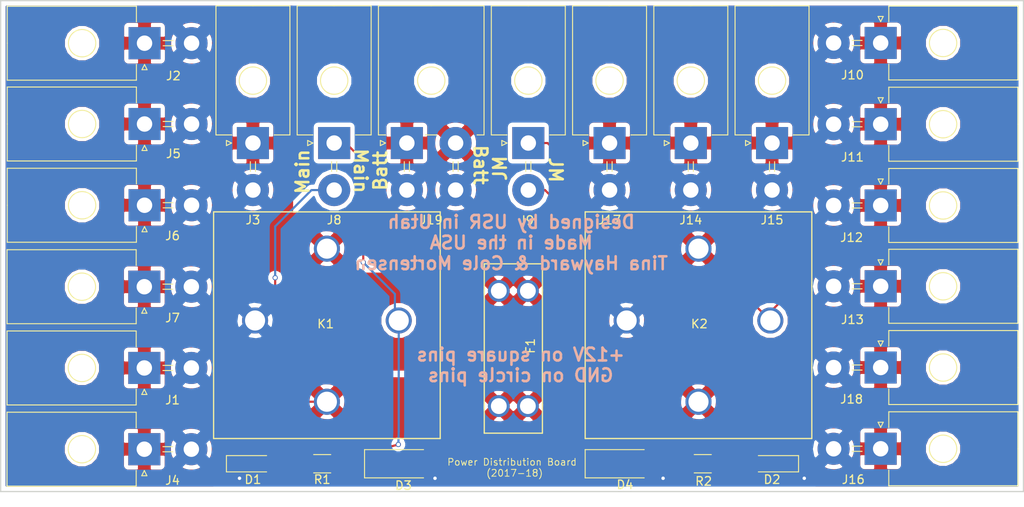
<source format=kicad_pcb>
(kicad_pcb (version 4) (host pcbnew 4.0.7)

  (general
    (links 55)
    (no_connects 0)
    (area 123.124999 64.724999 242.875001 124.069048)
    (thickness 1.6)
    (drawings 13)
    (tracks 64)
    (zones 0)
    (modules 28)
    (nets 10)
  )

  (page A4)
  (layers
    (0 F.Cu signal)
    (31 B.Cu signal hide)
    (32 B.Adhes user)
    (33 F.Adhes user)
    (34 B.Paste user)
    (35 F.Paste user)
    (36 B.SilkS user)
    (37 F.SilkS user)
    (38 B.Mask user)
    (39 F.Mask user)
    (40 Dwgs.User user)
    (41 Cmts.User user)
    (42 Eco1.User user)
    (43 Eco2.User user)
    (44 Edge.Cuts user)
    (45 Margin user)
    (46 B.CrtYd user)
    (47 F.CrtYd user)
    (48 B.Fab user)
    (49 F.Fab user)
  )

  (setup
    (last_trace_width 0.25)
    (trace_clearance 0.2)
    (zone_clearance 0.508)
    (zone_45_only no)
    (trace_min 0.1524)
    (segment_width 0.2)
    (edge_width 0.15)
    (via_size 0.6)
    (via_drill 0.4)
    (via_min_size 0.4)
    (via_min_drill 0.3)
    (uvia_size 0.3)
    (uvia_drill 0.1)
    (uvias_allowed no)
    (uvia_min_size 0.2)
    (uvia_min_drill 0.1)
    (pcb_text_width 0.3)
    (pcb_text_size 1.5 1.5)
    (mod_edge_width 0.15)
    (mod_text_size 1 1)
    (mod_text_width 0.15)
    (pad_size 1.524 1.524)
    (pad_drill 0.762)
    (pad_to_mask_clearance 0.2)
    (aux_axis_origin 0 0)
    (visible_elements 7FFFFFFF)
    (pcbplotparams
      (layerselection 0x010f0_80000001)
      (usegerberextensions false)
      (excludeedgelayer true)
      (linewidth 0.100000)
      (plotframeref false)
      (viasonmask false)
      (mode 1)
      (useauxorigin false)
      (hpglpennumber 1)
      (hpglpenspeed 20)
      (hpglpendiameter 15)
      (hpglpenoverlay 2)
      (psnegative false)
      (psa4output false)
      (plotreference true)
      (plotvalue false)
      (plotinvisibletext false)
      (padsonsilk false)
      (subtractmaskfromsilk true)
      (outputformat 1)
      (mirror false)
      (drillshape 0)
      (scaleselection 1)
      (outputdirectory GERBERS/))
  )

  (net 0 "")
  (net 1 GND)
  (net 2 "Net-(D1-Pad2)")
  (net 3 "Net-(D2-Pad2)")
  (net 4 "Net-(D3-Pad1)")
  (net 5 "Net-(D4-Pad1)")
  (net 6 "Net-(F1-Pad1)")
  (net 7 /Batman)
  (net 8 /EBM)
  (net 9 /JM)

  (net_class Default "This is the default net class."
    (clearance 0.2)
    (trace_width 0.25)
    (via_dia 0.6)
    (via_drill 0.4)
    (uvia_dia 0.3)
    (uvia_drill 0.1)
    (add_net /Batman)
    (add_net /EBM)
    (add_net /JM)
    (add_net GND)
    (add_net "Net-(D1-Pad2)")
    (add_net "Net-(D2-Pad2)")
    (add_net "Net-(D3-Pad1)")
    (add_net "Net-(D4-Pad1)")
    (add_net "Net-(F1-Pad1)")
  )

  (module LEDs:LED_1206_HandSoldering (layer F.Cu) (tedit 5A0CBBE2) (tstamp 5A08B8FF)
    (at 152.7 118.95)
    (descr "LED SMD 1206, hand soldering")
    (tags "LED 1206")
    (path /59F3A324)
    (attr smd)
    (fp_text reference D1 (at 0 1.85) (layer F.SilkS)
      (effects (font (size 1 1) (thickness 0.15)))
    )
    (fp_text value "Main PWR LED" (at 3.9 -4.05) (layer F.Fab)
      (effects (font (size 1 1) (thickness 0.15)))
    )
    (fp_line (start -3.1 -0.95) (end -3.1 0.95) (layer F.SilkS) (width 0.12))
    (fp_line (start -0.4 0) (end 0.2 -0.4) (layer F.Fab) (width 0.1))
    (fp_line (start 0.2 -0.4) (end 0.2 0.4) (layer F.Fab) (width 0.1))
    (fp_line (start 0.2 0.4) (end -0.4 0) (layer F.Fab) (width 0.1))
    (fp_line (start -0.45 -0.4) (end -0.45 0.4) (layer F.Fab) (width 0.1))
    (fp_line (start -1.6 0.8) (end -1.6 -0.8) (layer F.Fab) (width 0.1))
    (fp_line (start 1.6 0.8) (end -1.6 0.8) (layer F.Fab) (width 0.1))
    (fp_line (start 1.6 -0.8) (end 1.6 0.8) (layer F.Fab) (width 0.1))
    (fp_line (start -1.6 -0.8) (end 1.6 -0.8) (layer F.Fab) (width 0.1))
    (fp_line (start -3.1 0.95) (end 1.6 0.95) (layer F.SilkS) (width 0.12))
    (fp_line (start -3.1 -0.95) (end 1.6 -0.95) (layer F.SilkS) (width 0.12))
    (fp_line (start -3.25 -1.11) (end 3.25 -1.11) (layer F.CrtYd) (width 0.05))
    (fp_line (start -3.25 -1.11) (end -3.25 1.1) (layer F.CrtYd) (width 0.05))
    (fp_line (start 3.25 1.1) (end 3.25 -1.11) (layer F.CrtYd) (width 0.05))
    (fp_line (start 3.25 1.1) (end -3.25 1.1) (layer F.CrtYd) (width 0.05))
    (pad 1 smd rect (at -2 0) (size 2 1.7) (layers F.Cu F.Paste F.Mask)
      (net 1 GND))
    (pad 2 smd rect (at 2 0) (size 2 1.7) (layers F.Cu F.Paste F.Mask)
      (net 2 "Net-(D1-Pad2)"))
    (model ${KISYS3DMOD}/LEDs.3dshapes/LED_1206.wrl
      (at (xyz 0 0 0))
      (scale (xyz 1 1 1))
      (rotate (xyz 0 0 180))
    )
  )

  (module LEDs:LED_1206_HandSoldering (layer F.Cu) (tedit 595FC724) (tstamp 5A08B914)
    (at 213.4 118.95 180)
    (descr "LED SMD 1206, hand soldering")
    (tags "LED 1206")
    (path /59F3A385)
    (attr smd)
    (fp_text reference D2 (at 0 -1.85 180) (layer F.SilkS)
      (effects (font (size 1 1) (thickness 0.15)))
    )
    (fp_text value "Second PWR LED" (at 0 1.9 180) (layer F.Fab)
      (effects (font (size 1 1) (thickness 0.15)))
    )
    (fp_line (start -3.1 -0.95) (end -3.1 0.95) (layer F.SilkS) (width 0.12))
    (fp_line (start -0.4 0) (end 0.2 -0.4) (layer F.Fab) (width 0.1))
    (fp_line (start 0.2 -0.4) (end 0.2 0.4) (layer F.Fab) (width 0.1))
    (fp_line (start 0.2 0.4) (end -0.4 0) (layer F.Fab) (width 0.1))
    (fp_line (start -0.45 -0.4) (end -0.45 0.4) (layer F.Fab) (width 0.1))
    (fp_line (start -1.6 0.8) (end -1.6 -0.8) (layer F.Fab) (width 0.1))
    (fp_line (start 1.6 0.8) (end -1.6 0.8) (layer F.Fab) (width 0.1))
    (fp_line (start 1.6 -0.8) (end 1.6 0.8) (layer F.Fab) (width 0.1))
    (fp_line (start -1.6 -0.8) (end 1.6 -0.8) (layer F.Fab) (width 0.1))
    (fp_line (start -3.1 0.95) (end 1.6 0.95) (layer F.SilkS) (width 0.12))
    (fp_line (start -3.1 -0.95) (end 1.6 -0.95) (layer F.SilkS) (width 0.12))
    (fp_line (start -3.25 -1.11) (end 3.25 -1.11) (layer F.CrtYd) (width 0.05))
    (fp_line (start -3.25 -1.11) (end -3.25 1.1) (layer F.CrtYd) (width 0.05))
    (fp_line (start 3.25 1.1) (end 3.25 -1.11) (layer F.CrtYd) (width 0.05))
    (fp_line (start 3.25 1.1) (end -3.25 1.1) (layer F.CrtYd) (width 0.05))
    (pad 1 smd rect (at -2 0 180) (size 2 1.7) (layers F.Cu F.Paste F.Mask)
      (net 1 GND))
    (pad 2 smd rect (at 2 0 180) (size 2 1.7) (layers F.Cu F.Paste F.Mask)
      (net 3 "Net-(D2-Pad2)"))
    (model ${KISYS3DMOD}/LEDs.3dshapes/LED_1206.wrl
      (at (xyz 0 0 0))
      (scale (xyz 1 1 1))
      (rotate (xyz 0 0 180))
    )
  )

  (module Diodes_SMD:D_SMA_Handsoldering (layer F.Cu) (tedit 5A0CBBD9) (tstamp 5A08B92C)
    (at 170.15 118.95)
    (descr "Diode SMA (DO-214AC) Handsoldering")
    (tags "Diode SMA (DO-214AC) Handsoldering")
    (path /5A054570)
    (attr smd)
    (fp_text reference D3 (at 0.15 2.55) (layer F.SilkS)
      (effects (font (size 1 1) (thickness 0.15)))
    )
    (fp_text value D (at 2.45 -2.35) (layer F.Fab)
      (effects (font (size 1 1) (thickness 0.15)))
    )
    (fp_text user %R (at 0 -2.5) (layer F.Fab)
      (effects (font (size 1 1) (thickness 0.15)))
    )
    (fp_line (start -4.4 -1.65) (end -4.4 1.65) (layer F.SilkS) (width 0.12))
    (fp_line (start 2.3 1.5) (end -2.3 1.5) (layer F.Fab) (width 0.1))
    (fp_line (start -2.3 1.5) (end -2.3 -1.5) (layer F.Fab) (width 0.1))
    (fp_line (start 2.3 -1.5) (end 2.3 1.5) (layer F.Fab) (width 0.1))
    (fp_line (start 2.3 -1.5) (end -2.3 -1.5) (layer F.Fab) (width 0.1))
    (fp_line (start -4.5 -1.75) (end 4.5 -1.75) (layer F.CrtYd) (width 0.05))
    (fp_line (start 4.5 -1.75) (end 4.5 1.75) (layer F.CrtYd) (width 0.05))
    (fp_line (start 4.5 1.75) (end -4.5 1.75) (layer F.CrtYd) (width 0.05))
    (fp_line (start -4.5 1.75) (end -4.5 -1.75) (layer F.CrtYd) (width 0.05))
    (fp_line (start -0.64944 0.00102) (end -1.55114 0.00102) (layer F.Fab) (width 0.1))
    (fp_line (start 0.50118 0.00102) (end 1.4994 0.00102) (layer F.Fab) (width 0.1))
    (fp_line (start -0.64944 -0.79908) (end -0.64944 0.80112) (layer F.Fab) (width 0.1))
    (fp_line (start 0.50118 0.75032) (end 0.50118 -0.79908) (layer F.Fab) (width 0.1))
    (fp_line (start -0.64944 0.00102) (end 0.50118 0.75032) (layer F.Fab) (width 0.1))
    (fp_line (start -0.64944 0.00102) (end 0.50118 -0.79908) (layer F.Fab) (width 0.1))
    (fp_line (start -4.4 1.65) (end 2.5 1.65) (layer F.SilkS) (width 0.12))
    (fp_line (start -4.4 -1.65) (end 2.5 -1.65) (layer F.SilkS) (width 0.12))
    (pad 1 smd rect (at -2.5 0) (size 3.5 1.8) (layers F.Cu F.Paste F.Mask)
      (net 4 "Net-(D3-Pad1)"))
    (pad 2 smd rect (at 2.5 0) (size 3.5 1.8) (layers F.Cu F.Paste F.Mask)
      (net 1 GND))
    (model ${KISYS3DMOD}/Diodes_SMD.3dshapes/D_SMA.wrl
      (at (xyz 0 0 0))
      (scale (xyz 1 1 1))
      (rotate (xyz 0 0 0))
    )
  )

  (module Diodes_SMD:D_SMA_Handsoldering (layer F.Cu) (tedit 5A0CBBCA) (tstamp 5A08B944)
    (at 195.95 118.95)
    (descr "Diode SMA (DO-214AC) Handsoldering")
    (tags "Diode SMA (DO-214AC) Handsoldering")
    (path /5A0545D7)
    (attr smd)
    (fp_text reference D4 (at 0.25 2.45) (layer F.SilkS)
      (effects (font (size 1 1) (thickness 0.15)))
    )
    (fp_text value D (at 2.25 -2.35) (layer F.Fab)
      (effects (font (size 1 1) (thickness 0.15)))
    )
    (fp_text user %R (at 0 -2.5) (layer F.Fab)
      (effects (font (size 1 1) (thickness 0.15)))
    )
    (fp_line (start -4.4 -1.65) (end -4.4 1.65) (layer F.SilkS) (width 0.12))
    (fp_line (start 2.3 1.5) (end -2.3 1.5) (layer F.Fab) (width 0.1))
    (fp_line (start -2.3 1.5) (end -2.3 -1.5) (layer F.Fab) (width 0.1))
    (fp_line (start 2.3 -1.5) (end 2.3 1.5) (layer F.Fab) (width 0.1))
    (fp_line (start 2.3 -1.5) (end -2.3 -1.5) (layer F.Fab) (width 0.1))
    (fp_line (start -4.5 -1.75) (end 4.5 -1.75) (layer F.CrtYd) (width 0.05))
    (fp_line (start 4.5 -1.75) (end 4.5 1.75) (layer F.CrtYd) (width 0.05))
    (fp_line (start 4.5 1.75) (end -4.5 1.75) (layer F.CrtYd) (width 0.05))
    (fp_line (start -4.5 1.75) (end -4.5 -1.75) (layer F.CrtYd) (width 0.05))
    (fp_line (start -0.64944 0.00102) (end -1.55114 0.00102) (layer F.Fab) (width 0.1))
    (fp_line (start 0.50118 0.00102) (end 1.4994 0.00102) (layer F.Fab) (width 0.1))
    (fp_line (start -0.64944 -0.79908) (end -0.64944 0.80112) (layer F.Fab) (width 0.1))
    (fp_line (start 0.50118 0.75032) (end 0.50118 -0.79908) (layer F.Fab) (width 0.1))
    (fp_line (start -0.64944 0.00102) (end 0.50118 0.75032) (layer F.Fab) (width 0.1))
    (fp_line (start -0.64944 0.00102) (end 0.50118 -0.79908) (layer F.Fab) (width 0.1))
    (fp_line (start -4.4 1.65) (end 2.5 1.65) (layer F.SilkS) (width 0.12))
    (fp_line (start -4.4 -1.65) (end 2.5 -1.65) (layer F.SilkS) (width 0.12))
    (pad 1 smd rect (at -2.5 0) (size 3.5 1.8) (layers F.Cu F.Paste F.Mask)
      (net 5 "Net-(D4-Pad1)"))
    (pad 2 smd rect (at 2.5 0) (size 3.5 1.8) (layers F.Cu F.Paste F.Mask)
      (net 1 GND))
    (model ${KISYS3DMOD}/Diodes_SMD.3dshapes/D_SMA.wrl
      (at (xyz 0 0 0))
      (scale (xyz 1 1 1))
      (rotate (xyz 0 0 0))
    )
  )

  (module PDB17:ATC_Fuse_Holder (layer F.Cu) (tedit 5A053E5A) (tstamp 5A08B950)
    (at 183.15 105.475 90)
    (path /59F39A48)
    (fp_text reference F1 (at 0.3 2 90) (layer F.SilkS)
      (effects (font (size 1 1) (thickness 0.15)))
    )
    (fp_text value Fuse (at -0.1 -4.6 90) (layer F.Fab)
      (effects (font (size 1 1) (thickness 0.15)))
    )
    (fp_line (start -9.9 -3.4) (end 9.9 -3.4) (layer F.SilkS) (width 0.15))
    (fp_line (start 9.9 -3.4) (end 9.9 3.4) (layer F.SilkS) (width 0.15))
    (fp_line (start 9.9 3.4) (end -9.9 3.4) (layer F.SilkS) (width 0.15))
    (fp_line (start -9.9 3.4) (end -9.9 -3.4) (layer F.SilkS) (width 0.15))
    (pad 1 thru_hole circle (at -6.735 -1.7 90) (size 2.55 2.55) (drill 1.85) (layers *.Cu *.Mask)
      (net 6 "Net-(F1-Pad1)"))
    (pad 1 thru_hole circle (at -6.735 1.7 90) (size 2.55 2.55) (drill 1.85) (layers *.Cu *.Mask)
      (net 6 "Net-(F1-Pad1)"))
    (pad 2 thru_hole circle (at 6.735 1.7 90) (size 2.55 2.55) (drill 1.85) (layers *.Cu *.Mask)
      (net 7 /Batman))
    (pad 2 thru_hole circle (at 6.738 -1.7 90) (size 2.55 2.55) (drill 1.85) (layers *.Cu *.Mask)
      (net 7 /Batman))
  )

  (module Connectors_Molex:Molex_MegaFit_2x01x5.70mm_Angled (layer F.Cu) (tedit 5A0CBBFD) (tstamp 5A08B96F)
    (at 140 107.75 90)
    (descr "Molex MegaFit, dual row, side entry type, through hole")
    (tags "connector molex mega-fit 76825-0002 172064-0002 172064-1002")
    (path /59F3DD72)
    (fp_text reference J1 (at -3.75 3.3 180) (layer F.SilkS)
      (effects (font (size 1 1) (thickness 0.15)))
    )
    (fp_text value "Main Computer (Jetson)" (at 0 10.5 90) (layer F.Fab)
      (effects (font (size 1 1) (thickness 0.15)))
    )
    (fp_circle (center 0 -7.3) (end 1.6 -7.3) (layer F.SilkS) (width 0.12))
    (fp_line (start -4.175 -15.9) (end -4.175 -1.1) (layer F.Fab) (width 0.1))
    (fp_line (start -4.175 -1.1) (end 4.175 -1.1) (layer F.Fab) (width 0.1))
    (fp_line (start 4.175 -1.1) (end 4.175 -15.9) (layer F.Fab) (width 0.1))
    (fp_line (start 4.175 -15.9) (end -4.175 -15.9) (layer F.Fab) (width 0.1))
    (fp_line (start 0 -16.05) (end -4.325 -16.05) (layer F.SilkS) (width 0.12))
    (fp_line (start -4.325 -16.05) (end -4.325 -0.95) (layer F.SilkS) (width 0.12))
    (fp_line (start -4.325 -0.95) (end -2.5 -0.95) (layer F.SilkS) (width 0.12))
    (fp_line (start 0 -16.05) (end 4.325 -16.05) (layer F.SilkS) (width 0.12))
    (fp_line (start 4.325 -16.05) (end 4.325 -0.95) (layer F.SilkS) (width 0.12))
    (fp_line (start 4.325 -0.95) (end 2.5 -0.95) (layer F.SilkS) (width 0.12))
    (fp_line (start -0.3 2.175) (end -0.3 3.325) (layer F.SilkS) (width 0.12))
    (fp_line (start 0.3 2.175) (end 0.3 3.325) (layer F.SilkS) (width 0.12))
    (fp_line (start -2.5 0) (end -3.1 0.3) (layer F.SilkS) (width 0.12))
    (fp_line (start -3.1 0.3) (end -3.1 -0.3) (layer F.SilkS) (width 0.12))
    (fp_line (start -3.1 -0.3) (end -2.5 0) (layer F.SilkS) (width 0.12))
    (fp_line (start -2.5 0) (end -3.1 0.3) (layer F.Fab) (width 0.1))
    (fp_line (start -3.1 0.3) (end -3.1 -0.3) (layer F.Fab) (width 0.1))
    (fp_line (start -3.1 -0.3) (end -2.5 0) (layer F.Fab) (width 0.1))
    (fp_line (start -4.65 -16.35) (end -4.65 7.85) (layer F.CrtYd) (width 0.05))
    (fp_line (start -4.65 7.85) (end 4.65 7.85) (layer F.CrtYd) (width 0.05))
    (fp_line (start 4.65 7.85) (end 4.65 -16.35) (layer F.CrtYd) (width 0.05))
    (fp_line (start 4.65 -16.35) (end -4.65 -16.35) (layer F.CrtYd) (width 0.05))
    (fp_text user %R (at 0 -11 90) (layer F.Fab)
      (effects (font (size 1 1) (thickness 0.15)))
    )
    (pad 1 thru_hole rect (at 0 0 90) (size 3.75 3.75) (drill 1.8) (layers *.Cu *.Mask)
      (net 8 /EBM))
    (pad 2 thru_hole circle (at 0 5.5 90) (size 3.75 3.75) (drill 1.8) (layers *.Cu *.Mask)
      (net 1 GND))
    (pad "" np_thru_hole circle (at 0 -7.3 90) (size 3 3) (drill 3) (layers *.Cu *.Mask))
    (model ${KISYS3DMOD}/Connectors_Molex.3dshapes/Molex_MegaFit_2x01x5.70mm_Angled.wrl
      (at (xyz 0 0 0))
      (scale (xyz 1 1 1))
      (rotate (xyz 0 0 0))
    )
  )

  (module Connectors_Molex:Molex_MegaFit_2x01x5.70mm_Angled (layer F.Cu) (tedit 5A0CBC1A) (tstamp 5A08B98E)
    (at 140.025 69.775 90)
    (descr "Molex MegaFit, dual row, side entry type, through hole")
    (tags "connector molex mega-fit 76825-0002 172064-0002 172064-1002")
    (path /59F3DF19)
    (fp_text reference J2 (at -3.825 3.375 180) (layer F.SilkS)
      (effects (font (size 1 1) (thickness 0.15)))
    )
    (fp_text value IMU (at 0 10.5 90) (layer F.Fab)
      (effects (font (size 1 1) (thickness 0.15)))
    )
    (fp_circle (center 0 -7.3) (end 1.6 -7.3) (layer F.SilkS) (width 0.12))
    (fp_line (start -4.175 -15.9) (end -4.175 -1.1) (layer F.Fab) (width 0.1))
    (fp_line (start -4.175 -1.1) (end 4.175 -1.1) (layer F.Fab) (width 0.1))
    (fp_line (start 4.175 -1.1) (end 4.175 -15.9) (layer F.Fab) (width 0.1))
    (fp_line (start 4.175 -15.9) (end -4.175 -15.9) (layer F.Fab) (width 0.1))
    (fp_line (start 0 -16.05) (end -4.325 -16.05) (layer F.SilkS) (width 0.12))
    (fp_line (start -4.325 -16.05) (end -4.325 -0.95) (layer F.SilkS) (width 0.12))
    (fp_line (start -4.325 -0.95) (end -2.5 -0.95) (layer F.SilkS) (width 0.12))
    (fp_line (start 0 -16.05) (end 4.325 -16.05) (layer F.SilkS) (width 0.12))
    (fp_line (start 4.325 -16.05) (end 4.325 -0.95) (layer F.SilkS) (width 0.12))
    (fp_line (start 4.325 -0.95) (end 2.5 -0.95) (layer F.SilkS) (width 0.12))
    (fp_line (start -0.3 2.175) (end -0.3 3.325) (layer F.SilkS) (width 0.12))
    (fp_line (start 0.3 2.175) (end 0.3 3.325) (layer F.SilkS) (width 0.12))
    (fp_line (start -2.5 0) (end -3.1 0.3) (layer F.SilkS) (width 0.12))
    (fp_line (start -3.1 0.3) (end -3.1 -0.3) (layer F.SilkS) (width 0.12))
    (fp_line (start -3.1 -0.3) (end -2.5 0) (layer F.SilkS) (width 0.12))
    (fp_line (start -2.5 0) (end -3.1 0.3) (layer F.Fab) (width 0.1))
    (fp_line (start -3.1 0.3) (end -3.1 -0.3) (layer F.Fab) (width 0.1))
    (fp_line (start -3.1 -0.3) (end -2.5 0) (layer F.Fab) (width 0.1))
    (fp_line (start -4.65 -16.35) (end -4.65 7.85) (layer F.CrtYd) (width 0.05))
    (fp_line (start -4.65 7.85) (end 4.65 7.85) (layer F.CrtYd) (width 0.05))
    (fp_line (start 4.65 7.85) (end 4.65 -16.35) (layer F.CrtYd) (width 0.05))
    (fp_line (start 4.65 -16.35) (end -4.65 -16.35) (layer F.CrtYd) (width 0.05))
    (fp_text user %R (at 0 -11 90) (layer F.Fab)
      (effects (font (size 1 1) (thickness 0.15)))
    )
    (pad 1 thru_hole rect (at 0 0 90) (size 3.75 3.75) (drill 1.8) (layers *.Cu *.Mask)
      (net 8 /EBM))
    (pad 2 thru_hole circle (at 0 5.5 90) (size 3.75 3.75) (drill 1.8) (layers *.Cu *.Mask)
      (net 1 GND))
    (pad "" np_thru_hole circle (at 0 -7.3 90) (size 3 3) (drill 3) (layers *.Cu *.Mask))
    (model ${KISYS3DMOD}/Connectors_Molex.3dshapes/Molex_MegaFit_2x01x5.70mm_Angled.wrl
      (at (xyz 0 0 0))
      (scale (xyz 1 1 1))
      (rotate (xyz 0 0 0))
    )
  )

  (module Connectors_Molex:Molex_MegaFit_2x01x5.70mm_Angled (layer F.Cu) (tedit 58A287C1) (tstamp 5A08B9AD)
    (at 152.7 81.45)
    (descr "Molex MegaFit, dual row, side entry type, through hole")
    (tags "connector molex mega-fit 76825-0002 172064-0002 172064-1002")
    (path /59F7D9B4)
    (fp_text reference J3 (at 0 9) (layer F.SilkS)
      (effects (font (size 1 1) (thickness 0.15)))
    )
    (fp_text value Localization (at 0 10.5) (layer F.Fab)
      (effects (font (size 1 1) (thickness 0.15)))
    )
    (fp_circle (center 0 -7.3) (end 1.6 -7.3) (layer F.SilkS) (width 0.12))
    (fp_line (start -4.175 -15.9) (end -4.175 -1.1) (layer F.Fab) (width 0.1))
    (fp_line (start -4.175 -1.1) (end 4.175 -1.1) (layer F.Fab) (width 0.1))
    (fp_line (start 4.175 -1.1) (end 4.175 -15.9) (layer F.Fab) (width 0.1))
    (fp_line (start 4.175 -15.9) (end -4.175 -15.9) (layer F.Fab) (width 0.1))
    (fp_line (start 0 -16.05) (end -4.325 -16.05) (layer F.SilkS) (width 0.12))
    (fp_line (start -4.325 -16.05) (end -4.325 -0.95) (layer F.SilkS) (width 0.12))
    (fp_line (start -4.325 -0.95) (end -2.5 -0.95) (layer F.SilkS) (width 0.12))
    (fp_line (start 0 -16.05) (end 4.325 -16.05) (layer F.SilkS) (width 0.12))
    (fp_line (start 4.325 -16.05) (end 4.325 -0.95) (layer F.SilkS) (width 0.12))
    (fp_line (start 4.325 -0.95) (end 2.5 -0.95) (layer F.SilkS) (width 0.12))
    (fp_line (start -0.3 2.175) (end -0.3 3.325) (layer F.SilkS) (width 0.12))
    (fp_line (start 0.3 2.175) (end 0.3 3.325) (layer F.SilkS) (width 0.12))
    (fp_line (start -2.5 0) (end -3.1 0.3) (layer F.SilkS) (width 0.12))
    (fp_line (start -3.1 0.3) (end -3.1 -0.3) (layer F.SilkS) (width 0.12))
    (fp_line (start -3.1 -0.3) (end -2.5 0) (layer F.SilkS) (width 0.12))
    (fp_line (start -2.5 0) (end -3.1 0.3) (layer F.Fab) (width 0.1))
    (fp_line (start -3.1 0.3) (end -3.1 -0.3) (layer F.Fab) (width 0.1))
    (fp_line (start -3.1 -0.3) (end -2.5 0) (layer F.Fab) (width 0.1))
    (fp_line (start -4.65 -16.35) (end -4.65 7.85) (layer F.CrtYd) (width 0.05))
    (fp_line (start -4.65 7.85) (end 4.65 7.85) (layer F.CrtYd) (width 0.05))
    (fp_line (start 4.65 7.85) (end 4.65 -16.35) (layer F.CrtYd) (width 0.05))
    (fp_line (start 4.65 -16.35) (end -4.65 -16.35) (layer F.CrtYd) (width 0.05))
    (fp_text user %R (at 0 -11) (layer F.Fab)
      (effects (font (size 1 1) (thickness 0.15)))
    )
    (pad 1 thru_hole rect (at 0 0) (size 3.75 3.75) (drill 1.8) (layers *.Cu *.Mask)
      (net 8 /EBM))
    (pad 2 thru_hole circle (at 0 5.5) (size 3.75 3.75) (drill 1.8) (layers *.Cu *.Mask)
      (net 1 GND))
    (pad "" np_thru_hole circle (at 0 -7.3) (size 3 3) (drill 3) (layers *.Cu *.Mask))
    (model ${KISYS3DMOD}/Connectors_Molex.3dshapes/Molex_MegaFit_2x01x5.70mm_Angled.wrl
      (at (xyz 0 0 0))
      (scale (xyz 1 1 1))
      (rotate (xyz 0 0 0))
    )
  )

  (module Connectors_Molex:Molex_MegaFit_2x01x5.70mm_Angled (layer F.Cu) (tedit 5A0CBBF7) (tstamp 5A08B9CC)
    (at 140 117.25 90)
    (descr "Molex MegaFit, dual row, side entry type, through hole")
    (tags "connector molex mega-fit 76825-0002 172064-0002 172064-1002")
    (path /59F3DEBC)
    (fp_text reference J4 (at -3.65 3.3 180) (layer F.SilkS)
      (effects (font (size 1 1) (thickness 0.15)))
    )
    (fp_text value "Second Computer" (at 0 10.5 90) (layer F.Fab)
      (effects (font (size 1 1) (thickness 0.15)))
    )
    (fp_circle (center 0 -7.3) (end 1.6 -7.3) (layer F.SilkS) (width 0.12))
    (fp_line (start -4.175 -15.9) (end -4.175 -1.1) (layer F.Fab) (width 0.1))
    (fp_line (start -4.175 -1.1) (end 4.175 -1.1) (layer F.Fab) (width 0.1))
    (fp_line (start 4.175 -1.1) (end 4.175 -15.9) (layer F.Fab) (width 0.1))
    (fp_line (start 4.175 -15.9) (end -4.175 -15.9) (layer F.Fab) (width 0.1))
    (fp_line (start 0 -16.05) (end -4.325 -16.05) (layer F.SilkS) (width 0.12))
    (fp_line (start -4.325 -16.05) (end -4.325 -0.95) (layer F.SilkS) (width 0.12))
    (fp_line (start -4.325 -0.95) (end -2.5 -0.95) (layer F.SilkS) (width 0.12))
    (fp_line (start 0 -16.05) (end 4.325 -16.05) (layer F.SilkS) (width 0.12))
    (fp_line (start 4.325 -16.05) (end 4.325 -0.95) (layer F.SilkS) (width 0.12))
    (fp_line (start 4.325 -0.95) (end 2.5 -0.95) (layer F.SilkS) (width 0.12))
    (fp_line (start -0.3 2.175) (end -0.3 3.325) (layer F.SilkS) (width 0.12))
    (fp_line (start 0.3 2.175) (end 0.3 3.325) (layer F.SilkS) (width 0.12))
    (fp_line (start -2.5 0) (end -3.1 0.3) (layer F.SilkS) (width 0.12))
    (fp_line (start -3.1 0.3) (end -3.1 -0.3) (layer F.SilkS) (width 0.12))
    (fp_line (start -3.1 -0.3) (end -2.5 0) (layer F.SilkS) (width 0.12))
    (fp_line (start -2.5 0) (end -3.1 0.3) (layer F.Fab) (width 0.1))
    (fp_line (start -3.1 0.3) (end -3.1 -0.3) (layer F.Fab) (width 0.1))
    (fp_line (start -3.1 -0.3) (end -2.5 0) (layer F.Fab) (width 0.1))
    (fp_line (start -4.65 -16.35) (end -4.65 7.85) (layer F.CrtYd) (width 0.05))
    (fp_line (start -4.65 7.85) (end 4.65 7.85) (layer F.CrtYd) (width 0.05))
    (fp_line (start 4.65 7.85) (end 4.65 -16.35) (layer F.CrtYd) (width 0.05))
    (fp_line (start 4.65 -16.35) (end -4.65 -16.35) (layer F.CrtYd) (width 0.05))
    (fp_text user %R (at 0 -11 90) (layer F.Fab)
      (effects (font (size 1 1) (thickness 0.15)))
    )
    (pad 1 thru_hole rect (at 0 0 90) (size 3.75 3.75) (drill 1.8) (layers *.Cu *.Mask)
      (net 8 /EBM))
    (pad 2 thru_hole circle (at 0 5.5 90) (size 3.75 3.75) (drill 1.8) (layers *.Cu *.Mask)
      (net 1 GND))
    (pad "" np_thru_hole circle (at 0 -7.3 90) (size 3 3) (drill 3) (layers *.Cu *.Mask))
    (model ${KISYS3DMOD}/Connectors_Molex.3dshapes/Molex_MegaFit_2x01x5.70mm_Angled.wrl
      (at (xyz 0 0 0))
      (scale (xyz 1 1 1))
      (rotate (xyz 0 0 0))
    )
  )

  (module Connectors_Molex:Molex_MegaFit_2x01x5.70mm_Angled (layer F.Cu) (tedit 5A0CBC13) (tstamp 5A08B9EB)
    (at 140.025 79.225 90)
    (descr "Molex MegaFit, dual row, side entry type, through hole")
    (tags "connector molex mega-fit 76825-0002 172064-0002 172064-1002")
    (path /59F7DE49)
    (fp_text reference J5 (at -3.475 3.375 180) (layer F.SilkS)
      (effects (font (size 1 1) (thickness 0.15)))
    )
    (fp_text value "Aux 1" (at 0 10.5 90) (layer F.Fab)
      (effects (font (size 1 1) (thickness 0.15)))
    )
    (fp_circle (center 0 -7.3) (end 1.6 -7.3) (layer F.SilkS) (width 0.12))
    (fp_line (start -4.175 -15.9) (end -4.175 -1.1) (layer F.Fab) (width 0.1))
    (fp_line (start -4.175 -1.1) (end 4.175 -1.1) (layer F.Fab) (width 0.1))
    (fp_line (start 4.175 -1.1) (end 4.175 -15.9) (layer F.Fab) (width 0.1))
    (fp_line (start 4.175 -15.9) (end -4.175 -15.9) (layer F.Fab) (width 0.1))
    (fp_line (start 0 -16.05) (end -4.325 -16.05) (layer F.SilkS) (width 0.12))
    (fp_line (start -4.325 -16.05) (end -4.325 -0.95) (layer F.SilkS) (width 0.12))
    (fp_line (start -4.325 -0.95) (end -2.5 -0.95) (layer F.SilkS) (width 0.12))
    (fp_line (start 0 -16.05) (end 4.325 -16.05) (layer F.SilkS) (width 0.12))
    (fp_line (start 4.325 -16.05) (end 4.325 -0.95) (layer F.SilkS) (width 0.12))
    (fp_line (start 4.325 -0.95) (end 2.5 -0.95) (layer F.SilkS) (width 0.12))
    (fp_line (start -0.3 2.175) (end -0.3 3.325) (layer F.SilkS) (width 0.12))
    (fp_line (start 0.3 2.175) (end 0.3 3.325) (layer F.SilkS) (width 0.12))
    (fp_line (start -2.5 0) (end -3.1 0.3) (layer F.SilkS) (width 0.12))
    (fp_line (start -3.1 0.3) (end -3.1 -0.3) (layer F.SilkS) (width 0.12))
    (fp_line (start -3.1 -0.3) (end -2.5 0) (layer F.SilkS) (width 0.12))
    (fp_line (start -2.5 0) (end -3.1 0.3) (layer F.Fab) (width 0.1))
    (fp_line (start -3.1 0.3) (end -3.1 -0.3) (layer F.Fab) (width 0.1))
    (fp_line (start -3.1 -0.3) (end -2.5 0) (layer F.Fab) (width 0.1))
    (fp_line (start -4.65 -16.35) (end -4.65 7.85) (layer F.CrtYd) (width 0.05))
    (fp_line (start -4.65 7.85) (end 4.65 7.85) (layer F.CrtYd) (width 0.05))
    (fp_line (start 4.65 7.85) (end 4.65 -16.35) (layer F.CrtYd) (width 0.05))
    (fp_line (start 4.65 -16.35) (end -4.65 -16.35) (layer F.CrtYd) (width 0.05))
    (fp_text user %R (at 0 -11 90) (layer F.Fab)
      (effects (font (size 1 1) (thickness 0.15)))
    )
    (pad 1 thru_hole rect (at 0 0 90) (size 3.75 3.75) (drill 1.8) (layers *.Cu *.Mask)
      (net 8 /EBM))
    (pad 2 thru_hole circle (at 0 5.5 90) (size 3.75 3.75) (drill 1.8) (layers *.Cu *.Mask)
      (net 1 GND))
    (pad "" np_thru_hole circle (at 0 -7.3 90) (size 3 3) (drill 3) (layers *.Cu *.Mask))
    (model ${KISYS3DMOD}/Connectors_Molex.3dshapes/Molex_MegaFit_2x01x5.70mm_Angled.wrl
      (at (xyz 0 0 0))
      (scale (xyz 1 1 1))
      (rotate (xyz 0 0 0))
    )
  )

  (module Connectors_Molex:Molex_MegaFit_2x01x5.70mm_Angled (layer F.Cu) (tedit 5A0CBC0E) (tstamp 5A08BA0A)
    (at 140.025 88.725 90)
    (descr "Molex MegaFit, dual row, side entry type, through hole")
    (tags "connector molex mega-fit 76825-0002 172064-0002 172064-1002")
    (path /59F7DE5D)
    (fp_text reference J6 (at -3.575 3.275 180) (layer F.SilkS)
      (effects (font (size 1 1) (thickness 0.15)))
    )
    (fp_text value "Aux 2" (at 0 10.5 90) (layer F.Fab)
      (effects (font (size 1 1) (thickness 0.15)))
    )
    (fp_circle (center 0 -7.3) (end 1.6 -7.3) (layer F.SilkS) (width 0.12))
    (fp_line (start -4.175 -15.9) (end -4.175 -1.1) (layer F.Fab) (width 0.1))
    (fp_line (start -4.175 -1.1) (end 4.175 -1.1) (layer F.Fab) (width 0.1))
    (fp_line (start 4.175 -1.1) (end 4.175 -15.9) (layer F.Fab) (width 0.1))
    (fp_line (start 4.175 -15.9) (end -4.175 -15.9) (layer F.Fab) (width 0.1))
    (fp_line (start 0 -16.05) (end -4.325 -16.05) (layer F.SilkS) (width 0.12))
    (fp_line (start -4.325 -16.05) (end -4.325 -0.95) (layer F.SilkS) (width 0.12))
    (fp_line (start -4.325 -0.95) (end -2.5 -0.95) (layer F.SilkS) (width 0.12))
    (fp_line (start 0 -16.05) (end 4.325 -16.05) (layer F.SilkS) (width 0.12))
    (fp_line (start 4.325 -16.05) (end 4.325 -0.95) (layer F.SilkS) (width 0.12))
    (fp_line (start 4.325 -0.95) (end 2.5 -0.95) (layer F.SilkS) (width 0.12))
    (fp_line (start -0.3 2.175) (end -0.3 3.325) (layer F.SilkS) (width 0.12))
    (fp_line (start 0.3 2.175) (end 0.3 3.325) (layer F.SilkS) (width 0.12))
    (fp_line (start -2.5 0) (end -3.1 0.3) (layer F.SilkS) (width 0.12))
    (fp_line (start -3.1 0.3) (end -3.1 -0.3) (layer F.SilkS) (width 0.12))
    (fp_line (start -3.1 -0.3) (end -2.5 0) (layer F.SilkS) (width 0.12))
    (fp_line (start -2.5 0) (end -3.1 0.3) (layer F.Fab) (width 0.1))
    (fp_line (start -3.1 0.3) (end -3.1 -0.3) (layer F.Fab) (width 0.1))
    (fp_line (start -3.1 -0.3) (end -2.5 0) (layer F.Fab) (width 0.1))
    (fp_line (start -4.65 -16.35) (end -4.65 7.85) (layer F.CrtYd) (width 0.05))
    (fp_line (start -4.65 7.85) (end 4.65 7.85) (layer F.CrtYd) (width 0.05))
    (fp_line (start 4.65 7.85) (end 4.65 -16.35) (layer F.CrtYd) (width 0.05))
    (fp_line (start 4.65 -16.35) (end -4.65 -16.35) (layer F.CrtYd) (width 0.05))
    (fp_text user %R (at 0 -11 90) (layer F.Fab)
      (effects (font (size 1 1) (thickness 0.15)))
    )
    (pad 1 thru_hole rect (at 0 0 90) (size 3.75 3.75) (drill 1.8) (layers *.Cu *.Mask)
      (net 8 /EBM))
    (pad 2 thru_hole circle (at 0 5.5 90) (size 3.75 3.75) (drill 1.8) (layers *.Cu *.Mask)
      (net 1 GND))
    (pad "" np_thru_hole circle (at 0 -7.3 90) (size 3 3) (drill 3) (layers *.Cu *.Mask))
    (model ${KISYS3DMOD}/Connectors_Molex.3dshapes/Molex_MegaFit_2x01x5.70mm_Angled.wrl
      (at (xyz 0 0 0))
      (scale (xyz 1 1 1))
      (rotate (xyz 0 0 0))
    )
  )

  (module Connectors_Molex:Molex_MegaFit_2x01x5.70mm_Angled (layer F.Cu) (tedit 5A0CBC05) (tstamp 5A08BA29)
    (at 140 98.25 90)
    (descr "Molex MegaFit, dual row, side entry type, through hole")
    (tags "connector molex mega-fit 76825-0002 172064-0002 172064-1002")
    (path /59F7DE67)
    (fp_text reference J7 (at -3.65 3.3 180) (layer F.SilkS)
      (effects (font (size 1 1) (thickness 0.15)))
    )
    (fp_text value "Aux 3" (at 0 10.5 90) (layer F.Fab)
      (effects (font (size 1 1) (thickness 0.15)))
    )
    (fp_circle (center 0 -7.3) (end 1.6 -7.3) (layer F.SilkS) (width 0.12))
    (fp_line (start -4.175 -15.9) (end -4.175 -1.1) (layer F.Fab) (width 0.1))
    (fp_line (start -4.175 -1.1) (end 4.175 -1.1) (layer F.Fab) (width 0.1))
    (fp_line (start 4.175 -1.1) (end 4.175 -15.9) (layer F.Fab) (width 0.1))
    (fp_line (start 4.175 -15.9) (end -4.175 -15.9) (layer F.Fab) (width 0.1))
    (fp_line (start 0 -16.05) (end -4.325 -16.05) (layer F.SilkS) (width 0.12))
    (fp_line (start -4.325 -16.05) (end -4.325 -0.95) (layer F.SilkS) (width 0.12))
    (fp_line (start -4.325 -0.95) (end -2.5 -0.95) (layer F.SilkS) (width 0.12))
    (fp_line (start 0 -16.05) (end 4.325 -16.05) (layer F.SilkS) (width 0.12))
    (fp_line (start 4.325 -16.05) (end 4.325 -0.95) (layer F.SilkS) (width 0.12))
    (fp_line (start 4.325 -0.95) (end 2.5 -0.95) (layer F.SilkS) (width 0.12))
    (fp_line (start -0.3 2.175) (end -0.3 3.325) (layer F.SilkS) (width 0.12))
    (fp_line (start 0.3 2.175) (end 0.3 3.325) (layer F.SilkS) (width 0.12))
    (fp_line (start -2.5 0) (end -3.1 0.3) (layer F.SilkS) (width 0.12))
    (fp_line (start -3.1 0.3) (end -3.1 -0.3) (layer F.SilkS) (width 0.12))
    (fp_line (start -3.1 -0.3) (end -2.5 0) (layer F.SilkS) (width 0.12))
    (fp_line (start -2.5 0) (end -3.1 0.3) (layer F.Fab) (width 0.1))
    (fp_line (start -3.1 0.3) (end -3.1 -0.3) (layer F.Fab) (width 0.1))
    (fp_line (start -3.1 -0.3) (end -2.5 0) (layer F.Fab) (width 0.1))
    (fp_line (start -4.65 -16.35) (end -4.65 7.85) (layer F.CrtYd) (width 0.05))
    (fp_line (start -4.65 7.85) (end 4.65 7.85) (layer F.CrtYd) (width 0.05))
    (fp_line (start 4.65 7.85) (end 4.65 -16.35) (layer F.CrtYd) (width 0.05))
    (fp_line (start 4.65 -16.35) (end -4.65 -16.35) (layer F.CrtYd) (width 0.05))
    (fp_text user %R (at 0 -11 90) (layer F.Fab)
      (effects (font (size 1 1) (thickness 0.15)))
    )
    (pad 1 thru_hole rect (at 0 0 90) (size 3.75 3.75) (drill 1.8) (layers *.Cu *.Mask)
      (net 8 /EBM))
    (pad 2 thru_hole circle (at 0 5.5 90) (size 3.75 3.75) (drill 1.8) (layers *.Cu *.Mask)
      (net 1 GND))
    (pad "" np_thru_hole circle (at 0 -7.3 90) (size 3 3) (drill 3) (layers *.Cu *.Mask))
    (model ${KISYS3DMOD}/Connectors_Molex.3dshapes/Molex_MegaFit_2x01x5.70mm_Angled.wrl
      (at (xyz 0 0 0))
      (scale (xyz 1 1 1))
      (rotate (xyz 0 0 0))
    )
  )

  (module Connectors_Molex:Molex_MegaFit_2x01x5.70mm_Angled (layer F.Cu) (tedit 5A0CBF0C) (tstamp 5A08BA48)
    (at 162.2 81.45)
    (descr "Molex MegaFit, dual row, side entry type, through hole")
    (tags "connector molex mega-fit 76825-0002 172064-0002 172064-1002")
    (path /59ECFE2F)
    (fp_text reference J8 (at 0 9) (layer F.SilkS)
      (effects (font (size 1 1) (thickness 0.15)))
    )
    (fp_text value "Main Button" (at -0.1 -3.85) (layer F.Fab)
      (effects (font (size 1 1) (thickness 0.15)))
    )
    (fp_circle (center 0 -7.3) (end 1.6 -7.3) (layer F.SilkS) (width 0.12))
    (fp_line (start -4.175 -15.9) (end -4.175 -1.1) (layer F.Fab) (width 0.1))
    (fp_line (start -4.175 -1.1) (end 4.175 -1.1) (layer F.Fab) (width 0.1))
    (fp_line (start 4.175 -1.1) (end 4.175 -15.9) (layer F.Fab) (width 0.1))
    (fp_line (start 4.175 -15.9) (end -4.175 -15.9) (layer F.Fab) (width 0.1))
    (fp_line (start 0 -16.05) (end -4.325 -16.05) (layer F.SilkS) (width 0.12))
    (fp_line (start -4.325 -16.05) (end -4.325 -0.95) (layer F.SilkS) (width 0.12))
    (fp_line (start -4.325 -0.95) (end -2.5 -0.95) (layer F.SilkS) (width 0.12))
    (fp_line (start 0 -16.05) (end 4.325 -16.05) (layer F.SilkS) (width 0.12))
    (fp_line (start 4.325 -16.05) (end 4.325 -0.95) (layer F.SilkS) (width 0.12))
    (fp_line (start 4.325 -0.95) (end 2.5 -0.95) (layer F.SilkS) (width 0.12))
    (fp_line (start -0.3 2.175) (end -0.3 3.325) (layer F.SilkS) (width 0.12))
    (fp_line (start 0.3 2.175) (end 0.3 3.325) (layer F.SilkS) (width 0.12))
    (fp_line (start -2.5 0) (end -3.1 0.3) (layer F.SilkS) (width 0.12))
    (fp_line (start -3.1 0.3) (end -3.1 -0.3) (layer F.SilkS) (width 0.12))
    (fp_line (start -3.1 -0.3) (end -2.5 0) (layer F.SilkS) (width 0.12))
    (fp_line (start -2.5 0) (end -3.1 0.3) (layer F.Fab) (width 0.1))
    (fp_line (start -3.1 0.3) (end -3.1 -0.3) (layer F.Fab) (width 0.1))
    (fp_line (start -3.1 -0.3) (end -2.5 0) (layer F.Fab) (width 0.1))
    (fp_line (start -4.65 -16.35) (end -4.65 7.85) (layer F.CrtYd) (width 0.05))
    (fp_line (start -4.65 7.85) (end 4.65 7.85) (layer F.CrtYd) (width 0.05))
    (fp_line (start 4.65 7.85) (end 4.65 -16.35) (layer F.CrtYd) (width 0.05))
    (fp_line (start 4.65 -16.35) (end -4.65 -16.35) (layer F.CrtYd) (width 0.05))
    (fp_text user %R (at 0 -11) (layer F.Fab)
      (effects (font (size 1 1) (thickness 0.15)))
    )
    (pad 1 thru_hole rect (at 0 0) (size 3.75 3.75) (drill 1.8) (layers *.Cu *.Mask)
      (net 4 "Net-(D3-Pad1)"))
    (pad 2 thru_hole circle (at 0 5.5) (size 3.75 3.75) (drill 1.8) (layers *.Cu *.Mask)
      (net 6 "Net-(F1-Pad1)"))
    (pad "" np_thru_hole circle (at 0 -7.3) (size 3 3) (drill 3) (layers *.Cu *.Mask))
    (model ${KISYS3DMOD}/Connectors_Molex.3dshapes/Molex_MegaFit_2x01x5.70mm_Angled.wrl
      (at (xyz 0 0 0))
      (scale (xyz 1 1 1))
      (rotate (xyz 0 0 0))
    )
  )

  (module Connectors_Molex:Molex_MegaFit_2x01x5.70mm_Angled (layer F.Cu) (tedit 5A0CBFDC) (tstamp 5A08BA67)
    (at 184.9 81.45)
    (descr "Molex MegaFit, dual row, side entry type, through hole")
    (tags "connector molex mega-fit 76825-0002 172064-0002 172064-1002")
    (path /59F3B39B)
    (fp_text reference J9 (at -0.2 9.05) (layer F.SilkS)
      (effects (font (size 1 1) (thickness 0.15)))
    )
    (fp_text value "JM Button" (at 0 -3.85) (layer F.Fab)
      (effects (font (size 1 1) (thickness 0.15)))
    )
    (fp_circle (center 0 -7.3) (end 1.6 -7.3) (layer F.SilkS) (width 0.12))
    (fp_line (start -4.175 -15.9) (end -4.175 -1.1) (layer F.Fab) (width 0.1))
    (fp_line (start -4.175 -1.1) (end 4.175 -1.1) (layer F.Fab) (width 0.1))
    (fp_line (start 4.175 -1.1) (end 4.175 -15.9) (layer F.Fab) (width 0.1))
    (fp_line (start 4.175 -15.9) (end -4.175 -15.9) (layer F.Fab) (width 0.1))
    (fp_line (start 0 -16.05) (end -4.325 -16.05) (layer F.SilkS) (width 0.12))
    (fp_line (start -4.325 -16.05) (end -4.325 -0.95) (layer F.SilkS) (width 0.12))
    (fp_line (start -4.325 -0.95) (end -2.5 -0.95) (layer F.SilkS) (width 0.12))
    (fp_line (start 0 -16.05) (end 4.325 -16.05) (layer F.SilkS) (width 0.12))
    (fp_line (start 4.325 -16.05) (end 4.325 -0.95) (layer F.SilkS) (width 0.12))
    (fp_line (start 4.325 -0.95) (end 2.5 -0.95) (layer F.SilkS) (width 0.12))
    (fp_line (start -0.3 2.175) (end -0.3 3.325) (layer F.SilkS) (width 0.12))
    (fp_line (start 0.3 2.175) (end 0.3 3.325) (layer F.SilkS) (width 0.12))
    (fp_line (start -2.5 0) (end -3.1 0.3) (layer F.SilkS) (width 0.12))
    (fp_line (start -3.1 0.3) (end -3.1 -0.3) (layer F.SilkS) (width 0.12))
    (fp_line (start -3.1 -0.3) (end -2.5 0) (layer F.SilkS) (width 0.12))
    (fp_line (start -2.5 0) (end -3.1 0.3) (layer F.Fab) (width 0.1))
    (fp_line (start -3.1 0.3) (end -3.1 -0.3) (layer F.Fab) (width 0.1))
    (fp_line (start -3.1 -0.3) (end -2.5 0) (layer F.Fab) (width 0.1))
    (fp_line (start -4.65 -16.35) (end -4.65 7.85) (layer F.CrtYd) (width 0.05))
    (fp_line (start -4.65 7.85) (end 4.65 7.85) (layer F.CrtYd) (width 0.05))
    (fp_line (start 4.65 7.85) (end 4.65 -16.35) (layer F.CrtYd) (width 0.05))
    (fp_line (start 4.65 -16.35) (end -4.65 -16.35) (layer F.CrtYd) (width 0.05))
    (fp_text user %R (at 0 -11) (layer F.Fab)
      (effects (font (size 1 1) (thickness 0.15)))
    )
    (pad 1 thru_hole rect (at 0 0) (size 3.75 3.75) (drill 1.8) (layers *.Cu *.Mask)
      (net 5 "Net-(D4-Pad1)"))
    (pad 2 thru_hole circle (at 0 5.5) (size 3.75 3.75) (drill 1.8) (layers *.Cu *.Mask)
      (net 8 /EBM))
    (pad "" np_thru_hole circle (at 0 -7.3) (size 3 3) (drill 3) (layers *.Cu *.Mask))
    (model ${KISYS3DMOD}/Connectors_Molex.3dshapes/Molex_MegaFit_2x01x5.70mm_Angled.wrl
      (at (xyz 0 0 0))
      (scale (xyz 1 1 1))
      (rotate (xyz 0 0 0))
    )
  )

  (module Connectors_Molex:Molex_MegaFit_2x01x5.70mm_Angled (layer F.Cu) (tedit 5A0CBB76) (tstamp 5A08BA86)
    (at 226.1 69.75 270)
    (descr "Molex MegaFit, dual row, side entry type, through hole")
    (tags "connector molex mega-fit 76825-0002 172064-0002 172064-1002")
    (path /59F7EA88)
    (fp_text reference J10 (at 3.75 3.3 360) (layer F.SilkS)
      (effects (font (size 1 1) (thickness 0.15)))
    )
    (fp_text value "Drive 1" (at 0 10.5 270) (layer F.Fab)
      (effects (font (size 1 1) (thickness 0.15)))
    )
    (fp_circle (center 0 -7.3) (end 1.6 -7.3) (layer F.SilkS) (width 0.12))
    (fp_line (start -4.175 -15.9) (end -4.175 -1.1) (layer F.Fab) (width 0.1))
    (fp_line (start -4.175 -1.1) (end 4.175 -1.1) (layer F.Fab) (width 0.1))
    (fp_line (start 4.175 -1.1) (end 4.175 -15.9) (layer F.Fab) (width 0.1))
    (fp_line (start 4.175 -15.9) (end -4.175 -15.9) (layer F.Fab) (width 0.1))
    (fp_line (start 0 -16.05) (end -4.325 -16.05) (layer F.SilkS) (width 0.12))
    (fp_line (start -4.325 -16.05) (end -4.325 -0.95) (layer F.SilkS) (width 0.12))
    (fp_line (start -4.325 -0.95) (end -2.5 -0.95) (layer F.SilkS) (width 0.12))
    (fp_line (start 0 -16.05) (end 4.325 -16.05) (layer F.SilkS) (width 0.12))
    (fp_line (start 4.325 -16.05) (end 4.325 -0.95) (layer F.SilkS) (width 0.12))
    (fp_line (start 4.325 -0.95) (end 2.5 -0.95) (layer F.SilkS) (width 0.12))
    (fp_line (start -0.3 2.175) (end -0.3 3.325) (layer F.SilkS) (width 0.12))
    (fp_line (start 0.3 2.175) (end 0.3 3.325) (layer F.SilkS) (width 0.12))
    (fp_line (start -2.5 0) (end -3.1 0.3) (layer F.SilkS) (width 0.12))
    (fp_line (start -3.1 0.3) (end -3.1 -0.3) (layer F.SilkS) (width 0.12))
    (fp_line (start -3.1 -0.3) (end -2.5 0) (layer F.SilkS) (width 0.12))
    (fp_line (start -2.5 0) (end -3.1 0.3) (layer F.Fab) (width 0.1))
    (fp_line (start -3.1 0.3) (end -3.1 -0.3) (layer F.Fab) (width 0.1))
    (fp_line (start -3.1 -0.3) (end -2.5 0) (layer F.Fab) (width 0.1))
    (fp_line (start -4.65 -16.35) (end -4.65 7.85) (layer F.CrtYd) (width 0.05))
    (fp_line (start -4.65 7.85) (end 4.65 7.85) (layer F.CrtYd) (width 0.05))
    (fp_line (start 4.65 7.85) (end 4.65 -16.35) (layer F.CrtYd) (width 0.05))
    (fp_line (start 4.65 -16.35) (end -4.65 -16.35) (layer F.CrtYd) (width 0.05))
    (fp_text user %R (at 0 -11 270) (layer F.Fab)
      (effects (font (size 1 1) (thickness 0.15)))
    )
    (pad 1 thru_hole rect (at 0 0 270) (size 3.75 3.75) (drill 1.8) (layers *.Cu *.Mask)
      (net 9 /JM))
    (pad 2 thru_hole circle (at 0 5.5 270) (size 3.75 3.75) (drill 1.8) (layers *.Cu *.Mask)
      (net 1 GND))
    (pad "" np_thru_hole circle (at 0 -7.3 270) (size 3 3) (drill 3) (layers *.Cu *.Mask))
    (model ${KISYS3DMOD}/Connectors_Molex.3dshapes/Molex_MegaFit_2x01x5.70mm_Angled.wrl
      (at (xyz 0 0 0))
      (scale (xyz 1 1 1))
      (rotate (xyz 0 0 0))
    )
  )

  (module Connectors_Molex:Molex_MegaFit_2x01x5.70mm_Angled (layer F.Cu) (tedit 5A0CBB80) (tstamp 5A08BAA5)
    (at 226.1 79.25 270)
    (descr "Molex MegaFit, dual row, side entry type, through hole")
    (tags "connector molex mega-fit 76825-0002 172064-0002 172064-1002")
    (path /59F7EA9C)
    (fp_text reference J11 (at 3.85 3.3 360) (layer F.SilkS)
      (effects (font (size 1 1) (thickness 0.15)))
    )
    (fp_text value "Drive 2" (at 0 10.5 270) (layer F.Fab)
      (effects (font (size 1 1) (thickness 0.15)))
    )
    (fp_circle (center 0 -7.3) (end 1.6 -7.3) (layer F.SilkS) (width 0.12))
    (fp_line (start -4.175 -15.9) (end -4.175 -1.1) (layer F.Fab) (width 0.1))
    (fp_line (start -4.175 -1.1) (end 4.175 -1.1) (layer F.Fab) (width 0.1))
    (fp_line (start 4.175 -1.1) (end 4.175 -15.9) (layer F.Fab) (width 0.1))
    (fp_line (start 4.175 -15.9) (end -4.175 -15.9) (layer F.Fab) (width 0.1))
    (fp_line (start 0 -16.05) (end -4.325 -16.05) (layer F.SilkS) (width 0.12))
    (fp_line (start -4.325 -16.05) (end -4.325 -0.95) (layer F.SilkS) (width 0.12))
    (fp_line (start -4.325 -0.95) (end -2.5 -0.95) (layer F.SilkS) (width 0.12))
    (fp_line (start 0 -16.05) (end 4.325 -16.05) (layer F.SilkS) (width 0.12))
    (fp_line (start 4.325 -16.05) (end 4.325 -0.95) (layer F.SilkS) (width 0.12))
    (fp_line (start 4.325 -0.95) (end 2.5 -0.95) (layer F.SilkS) (width 0.12))
    (fp_line (start -0.3 2.175) (end -0.3 3.325) (layer F.SilkS) (width 0.12))
    (fp_line (start 0.3 2.175) (end 0.3 3.325) (layer F.SilkS) (width 0.12))
    (fp_line (start -2.5 0) (end -3.1 0.3) (layer F.SilkS) (width 0.12))
    (fp_line (start -3.1 0.3) (end -3.1 -0.3) (layer F.SilkS) (width 0.12))
    (fp_line (start -3.1 -0.3) (end -2.5 0) (layer F.SilkS) (width 0.12))
    (fp_line (start -2.5 0) (end -3.1 0.3) (layer F.Fab) (width 0.1))
    (fp_line (start -3.1 0.3) (end -3.1 -0.3) (layer F.Fab) (width 0.1))
    (fp_line (start -3.1 -0.3) (end -2.5 0) (layer F.Fab) (width 0.1))
    (fp_line (start -4.65 -16.35) (end -4.65 7.85) (layer F.CrtYd) (width 0.05))
    (fp_line (start -4.65 7.85) (end 4.65 7.85) (layer F.CrtYd) (width 0.05))
    (fp_line (start 4.65 7.85) (end 4.65 -16.35) (layer F.CrtYd) (width 0.05))
    (fp_line (start 4.65 -16.35) (end -4.65 -16.35) (layer F.CrtYd) (width 0.05))
    (fp_text user %R (at 0 -11 270) (layer F.Fab)
      (effects (font (size 1 1) (thickness 0.15)))
    )
    (pad 1 thru_hole rect (at 0 0 270) (size 3.75 3.75) (drill 1.8) (layers *.Cu *.Mask)
      (net 9 /JM))
    (pad 2 thru_hole circle (at 0 5.5 270) (size 3.75 3.75) (drill 1.8) (layers *.Cu *.Mask)
      (net 1 GND))
    (pad "" np_thru_hole circle (at 0 -7.3 270) (size 3 3) (drill 3) (layers *.Cu *.Mask))
    (model ${KISYS3DMOD}/Connectors_Molex.3dshapes/Molex_MegaFit_2x01x5.70mm_Angled.wrl
      (at (xyz 0 0 0))
      (scale (xyz 1 1 1))
      (rotate (xyz 0 0 0))
    )
  )

  (module Connectors_Molex:Molex_MegaFit_2x01x5.70mm_Angled (layer F.Cu) (tedit 5A0CBB87) (tstamp 5A08BAC4)
    (at 226.1 88.75 270)
    (descr "Molex MegaFit, dual row, side entry type, through hole")
    (tags "connector molex mega-fit 76825-0002 172064-0002 172064-1002")
    (path /59F7EAA6)
    (fp_text reference J12 (at 3.75 3.4 360) (layer F.SilkS)
      (effects (font (size 1 1) (thickness 0.15)))
    )
    (fp_text value "Drive 3" (at 0 10.5 270) (layer F.Fab)
      (effects (font (size 1 1) (thickness 0.15)))
    )
    (fp_circle (center 0 -7.3) (end 1.6 -7.3) (layer F.SilkS) (width 0.12))
    (fp_line (start -4.175 -15.9) (end -4.175 -1.1) (layer F.Fab) (width 0.1))
    (fp_line (start -4.175 -1.1) (end 4.175 -1.1) (layer F.Fab) (width 0.1))
    (fp_line (start 4.175 -1.1) (end 4.175 -15.9) (layer F.Fab) (width 0.1))
    (fp_line (start 4.175 -15.9) (end -4.175 -15.9) (layer F.Fab) (width 0.1))
    (fp_line (start 0 -16.05) (end -4.325 -16.05) (layer F.SilkS) (width 0.12))
    (fp_line (start -4.325 -16.05) (end -4.325 -0.95) (layer F.SilkS) (width 0.12))
    (fp_line (start -4.325 -0.95) (end -2.5 -0.95) (layer F.SilkS) (width 0.12))
    (fp_line (start 0 -16.05) (end 4.325 -16.05) (layer F.SilkS) (width 0.12))
    (fp_line (start 4.325 -16.05) (end 4.325 -0.95) (layer F.SilkS) (width 0.12))
    (fp_line (start 4.325 -0.95) (end 2.5 -0.95) (layer F.SilkS) (width 0.12))
    (fp_line (start -0.3 2.175) (end -0.3 3.325) (layer F.SilkS) (width 0.12))
    (fp_line (start 0.3 2.175) (end 0.3 3.325) (layer F.SilkS) (width 0.12))
    (fp_line (start -2.5 0) (end -3.1 0.3) (layer F.SilkS) (width 0.12))
    (fp_line (start -3.1 0.3) (end -3.1 -0.3) (layer F.SilkS) (width 0.12))
    (fp_line (start -3.1 -0.3) (end -2.5 0) (layer F.SilkS) (width 0.12))
    (fp_line (start -2.5 0) (end -3.1 0.3) (layer F.Fab) (width 0.1))
    (fp_line (start -3.1 0.3) (end -3.1 -0.3) (layer F.Fab) (width 0.1))
    (fp_line (start -3.1 -0.3) (end -2.5 0) (layer F.Fab) (width 0.1))
    (fp_line (start -4.65 -16.35) (end -4.65 7.85) (layer F.CrtYd) (width 0.05))
    (fp_line (start -4.65 7.85) (end 4.65 7.85) (layer F.CrtYd) (width 0.05))
    (fp_line (start 4.65 7.85) (end 4.65 -16.35) (layer F.CrtYd) (width 0.05))
    (fp_line (start 4.65 -16.35) (end -4.65 -16.35) (layer F.CrtYd) (width 0.05))
    (fp_text user %R (at 0 -11 270) (layer F.Fab)
      (effects (font (size 1 1) (thickness 0.15)))
    )
    (pad 1 thru_hole rect (at 0 0 270) (size 3.75 3.75) (drill 1.8) (layers *.Cu *.Mask)
      (net 9 /JM))
    (pad 2 thru_hole circle (at 0 5.5 270) (size 3.75 3.75) (drill 1.8) (layers *.Cu *.Mask)
      (net 1 GND))
    (pad "" np_thru_hole circle (at 0 -7.3 270) (size 3 3) (drill 3) (layers *.Cu *.Mask))
    (model ${KISYS3DMOD}/Connectors_Molex.3dshapes/Molex_MegaFit_2x01x5.70mm_Angled.wrl
      (at (xyz 0 0 0))
      (scale (xyz 1 1 1))
      (rotate (xyz 0 0 0))
    )
  )

  (module Connectors_Molex:Molex_MegaFit_2x01x5.70mm_Angled (layer F.Cu) (tedit 5A0CBB8F) (tstamp 5A08BAE3)
    (at 226.1 98.2 270)
    (descr "Molex MegaFit, dual row, side entry type, through hole")
    (tags "connector molex mega-fit 76825-0002 172064-0002 172064-1002")
    (path /59F7EA92)
    (fp_text reference J13 (at 3.9 3.3 360) (layer F.SilkS)
      (effects (font (size 1 1) (thickness 0.15)))
    )
    (fp_text value "Drive 4" (at 0 10.5 270) (layer F.Fab)
      (effects (font (size 1 1) (thickness 0.15)))
    )
    (fp_circle (center 0 -7.3) (end 1.6 -7.3) (layer F.SilkS) (width 0.12))
    (fp_line (start -4.175 -15.9) (end -4.175 -1.1) (layer F.Fab) (width 0.1))
    (fp_line (start -4.175 -1.1) (end 4.175 -1.1) (layer F.Fab) (width 0.1))
    (fp_line (start 4.175 -1.1) (end 4.175 -15.9) (layer F.Fab) (width 0.1))
    (fp_line (start 4.175 -15.9) (end -4.175 -15.9) (layer F.Fab) (width 0.1))
    (fp_line (start 0 -16.05) (end -4.325 -16.05) (layer F.SilkS) (width 0.12))
    (fp_line (start -4.325 -16.05) (end -4.325 -0.95) (layer F.SilkS) (width 0.12))
    (fp_line (start -4.325 -0.95) (end -2.5 -0.95) (layer F.SilkS) (width 0.12))
    (fp_line (start 0 -16.05) (end 4.325 -16.05) (layer F.SilkS) (width 0.12))
    (fp_line (start 4.325 -16.05) (end 4.325 -0.95) (layer F.SilkS) (width 0.12))
    (fp_line (start 4.325 -0.95) (end 2.5 -0.95) (layer F.SilkS) (width 0.12))
    (fp_line (start -0.3 2.175) (end -0.3 3.325) (layer F.SilkS) (width 0.12))
    (fp_line (start 0.3 2.175) (end 0.3 3.325) (layer F.SilkS) (width 0.12))
    (fp_line (start -2.5 0) (end -3.1 0.3) (layer F.SilkS) (width 0.12))
    (fp_line (start -3.1 0.3) (end -3.1 -0.3) (layer F.SilkS) (width 0.12))
    (fp_line (start -3.1 -0.3) (end -2.5 0) (layer F.SilkS) (width 0.12))
    (fp_line (start -2.5 0) (end -3.1 0.3) (layer F.Fab) (width 0.1))
    (fp_line (start -3.1 0.3) (end -3.1 -0.3) (layer F.Fab) (width 0.1))
    (fp_line (start -3.1 -0.3) (end -2.5 0) (layer F.Fab) (width 0.1))
    (fp_line (start -4.65 -16.35) (end -4.65 7.85) (layer F.CrtYd) (width 0.05))
    (fp_line (start -4.65 7.85) (end 4.65 7.85) (layer F.CrtYd) (width 0.05))
    (fp_line (start 4.65 7.85) (end 4.65 -16.35) (layer F.CrtYd) (width 0.05))
    (fp_line (start 4.65 -16.35) (end -4.65 -16.35) (layer F.CrtYd) (width 0.05))
    (fp_text user %R (at 0 -11 270) (layer F.Fab)
      (effects (font (size 1 1) (thickness 0.15)))
    )
    (pad 1 thru_hole rect (at 0 0 270) (size 3.75 3.75) (drill 1.8) (layers *.Cu *.Mask)
      (net 9 /JM))
    (pad 2 thru_hole circle (at 0 5.5 270) (size 3.75 3.75) (drill 1.8) (layers *.Cu *.Mask)
      (net 1 GND))
    (pad "" np_thru_hole circle (at 0 -7.3 270) (size 3 3) (drill 3) (layers *.Cu *.Mask))
    (model ${KISYS3DMOD}/Connectors_Molex.3dshapes/Molex_MegaFit_2x01x5.70mm_Angled.wrl
      (at (xyz 0 0 0))
      (scale (xyz 1 1 1))
      (rotate (xyz 0 0 0))
    )
  )

  (module Connectors_Molex:Molex_MegaFit_2x01x5.70mm_Angled (layer F.Cu) (tedit 58A287C1) (tstamp 5A08BB02)
    (at 203.9 81.45)
    (descr "Molex MegaFit, dual row, side entry type, through hole")
    (tags "connector molex mega-fit 76825-0002 172064-0002 172064-1002")
    (path /59F7EAB0)
    (fp_text reference J14 (at 0 9) (layer F.SilkS)
      (effects (font (size 1 1) (thickness 0.15)))
    )
    (fp_text value "Digger 1" (at 0 10.5) (layer F.Fab)
      (effects (font (size 1 1) (thickness 0.15)))
    )
    (fp_circle (center 0 -7.3) (end 1.6 -7.3) (layer F.SilkS) (width 0.12))
    (fp_line (start -4.175 -15.9) (end -4.175 -1.1) (layer F.Fab) (width 0.1))
    (fp_line (start -4.175 -1.1) (end 4.175 -1.1) (layer F.Fab) (width 0.1))
    (fp_line (start 4.175 -1.1) (end 4.175 -15.9) (layer F.Fab) (width 0.1))
    (fp_line (start 4.175 -15.9) (end -4.175 -15.9) (layer F.Fab) (width 0.1))
    (fp_line (start 0 -16.05) (end -4.325 -16.05) (layer F.SilkS) (width 0.12))
    (fp_line (start -4.325 -16.05) (end -4.325 -0.95) (layer F.SilkS) (width 0.12))
    (fp_line (start -4.325 -0.95) (end -2.5 -0.95) (layer F.SilkS) (width 0.12))
    (fp_line (start 0 -16.05) (end 4.325 -16.05) (layer F.SilkS) (width 0.12))
    (fp_line (start 4.325 -16.05) (end 4.325 -0.95) (layer F.SilkS) (width 0.12))
    (fp_line (start 4.325 -0.95) (end 2.5 -0.95) (layer F.SilkS) (width 0.12))
    (fp_line (start -0.3 2.175) (end -0.3 3.325) (layer F.SilkS) (width 0.12))
    (fp_line (start 0.3 2.175) (end 0.3 3.325) (layer F.SilkS) (width 0.12))
    (fp_line (start -2.5 0) (end -3.1 0.3) (layer F.SilkS) (width 0.12))
    (fp_line (start -3.1 0.3) (end -3.1 -0.3) (layer F.SilkS) (width 0.12))
    (fp_line (start -3.1 -0.3) (end -2.5 0) (layer F.SilkS) (width 0.12))
    (fp_line (start -2.5 0) (end -3.1 0.3) (layer F.Fab) (width 0.1))
    (fp_line (start -3.1 0.3) (end -3.1 -0.3) (layer F.Fab) (width 0.1))
    (fp_line (start -3.1 -0.3) (end -2.5 0) (layer F.Fab) (width 0.1))
    (fp_line (start -4.65 -16.35) (end -4.65 7.85) (layer F.CrtYd) (width 0.05))
    (fp_line (start -4.65 7.85) (end 4.65 7.85) (layer F.CrtYd) (width 0.05))
    (fp_line (start 4.65 7.85) (end 4.65 -16.35) (layer F.CrtYd) (width 0.05))
    (fp_line (start 4.65 -16.35) (end -4.65 -16.35) (layer F.CrtYd) (width 0.05))
    (fp_text user %R (at 0 -11) (layer F.Fab)
      (effects (font (size 1 1) (thickness 0.15)))
    )
    (pad 1 thru_hole rect (at 0 0) (size 3.75 3.75) (drill 1.8) (layers *.Cu *.Mask)
      (net 9 /JM))
    (pad 2 thru_hole circle (at 0 5.5) (size 3.75 3.75) (drill 1.8) (layers *.Cu *.Mask)
      (net 1 GND))
    (pad "" np_thru_hole circle (at 0 -7.3) (size 3 3) (drill 3) (layers *.Cu *.Mask))
    (model ${KISYS3DMOD}/Connectors_Molex.3dshapes/Molex_MegaFit_2x01x5.70mm_Angled.wrl
      (at (xyz 0 0 0))
      (scale (xyz 1 1 1))
      (rotate (xyz 0 0 0))
    )
  )

  (module Connectors_Molex:Molex_MegaFit_2x01x5.70mm_Angled (layer F.Cu) (tedit 58A287C1) (tstamp 5A08BB21)
    (at 213.4 81.45)
    (descr "Molex MegaFit, dual row, side entry type, through hole")
    (tags "connector molex mega-fit 76825-0002 172064-0002 172064-1002")
    (path /59F7EABA)
    (fp_text reference J15 (at 0 9) (layer F.SilkS)
      (effects (font (size 1 1) (thickness 0.15)))
    )
    (fp_text value "Digger 2" (at 0 10.5) (layer F.Fab)
      (effects (font (size 1 1) (thickness 0.15)))
    )
    (fp_circle (center 0 -7.3) (end 1.6 -7.3) (layer F.SilkS) (width 0.12))
    (fp_line (start -4.175 -15.9) (end -4.175 -1.1) (layer F.Fab) (width 0.1))
    (fp_line (start -4.175 -1.1) (end 4.175 -1.1) (layer F.Fab) (width 0.1))
    (fp_line (start 4.175 -1.1) (end 4.175 -15.9) (layer F.Fab) (width 0.1))
    (fp_line (start 4.175 -15.9) (end -4.175 -15.9) (layer F.Fab) (width 0.1))
    (fp_line (start 0 -16.05) (end -4.325 -16.05) (layer F.SilkS) (width 0.12))
    (fp_line (start -4.325 -16.05) (end -4.325 -0.95) (layer F.SilkS) (width 0.12))
    (fp_line (start -4.325 -0.95) (end -2.5 -0.95) (layer F.SilkS) (width 0.12))
    (fp_line (start 0 -16.05) (end 4.325 -16.05) (layer F.SilkS) (width 0.12))
    (fp_line (start 4.325 -16.05) (end 4.325 -0.95) (layer F.SilkS) (width 0.12))
    (fp_line (start 4.325 -0.95) (end 2.5 -0.95) (layer F.SilkS) (width 0.12))
    (fp_line (start -0.3 2.175) (end -0.3 3.325) (layer F.SilkS) (width 0.12))
    (fp_line (start 0.3 2.175) (end 0.3 3.325) (layer F.SilkS) (width 0.12))
    (fp_line (start -2.5 0) (end -3.1 0.3) (layer F.SilkS) (width 0.12))
    (fp_line (start -3.1 0.3) (end -3.1 -0.3) (layer F.SilkS) (width 0.12))
    (fp_line (start -3.1 -0.3) (end -2.5 0) (layer F.SilkS) (width 0.12))
    (fp_line (start -2.5 0) (end -3.1 0.3) (layer F.Fab) (width 0.1))
    (fp_line (start -3.1 0.3) (end -3.1 -0.3) (layer F.Fab) (width 0.1))
    (fp_line (start -3.1 -0.3) (end -2.5 0) (layer F.Fab) (width 0.1))
    (fp_line (start -4.65 -16.35) (end -4.65 7.85) (layer F.CrtYd) (width 0.05))
    (fp_line (start -4.65 7.85) (end 4.65 7.85) (layer F.CrtYd) (width 0.05))
    (fp_line (start 4.65 7.85) (end 4.65 -16.35) (layer F.CrtYd) (width 0.05))
    (fp_line (start 4.65 -16.35) (end -4.65 -16.35) (layer F.CrtYd) (width 0.05))
    (fp_text user %R (at 0 -11) (layer F.Fab)
      (effects (font (size 1 1) (thickness 0.15)))
    )
    (pad 1 thru_hole rect (at 0 0) (size 3.75 3.75) (drill 1.8) (layers *.Cu *.Mask)
      (net 9 /JM))
    (pad 2 thru_hole circle (at 0 5.5) (size 3.75 3.75) (drill 1.8) (layers *.Cu *.Mask)
      (net 1 GND))
    (pad "" np_thru_hole circle (at 0 -7.3) (size 3 3) (drill 3) (layers *.Cu *.Mask))
    (model ${KISYS3DMOD}/Connectors_Molex.3dshapes/Molex_MegaFit_2x01x5.70mm_Angled.wrl
      (at (xyz 0 0 0))
      (scale (xyz 1 1 1))
      (rotate (xyz 0 0 0))
    )
  )

  (module Connectors_Molex:Molex_MegaFit_2x01x5.70mm_Angled (layer F.Cu) (tedit 5A0CBBA2) (tstamp 5A08BB40)
    (at 226.1 117.2 270)
    (descr "Molex MegaFit, dual row, side entry type, through hole")
    (tags "connector molex mega-fit 76825-0002 172064-0002 172064-1002")
    (path /59F7EAC4)
    (fp_text reference J16 (at 3.6 3.2 360) (layer F.SilkS)
      (effects (font (size 1 1) (thickness 0.15)))
    )
    (fp_text value "Bucket 1" (at 0 10.5 270) (layer F.Fab)
      (effects (font (size 1 1) (thickness 0.15)))
    )
    (fp_circle (center 0 -7.3) (end 1.6 -7.3) (layer F.SilkS) (width 0.12))
    (fp_line (start -4.175 -15.9) (end -4.175 -1.1) (layer F.Fab) (width 0.1))
    (fp_line (start -4.175 -1.1) (end 4.175 -1.1) (layer F.Fab) (width 0.1))
    (fp_line (start 4.175 -1.1) (end 4.175 -15.9) (layer F.Fab) (width 0.1))
    (fp_line (start 4.175 -15.9) (end -4.175 -15.9) (layer F.Fab) (width 0.1))
    (fp_line (start 0 -16.05) (end -4.325 -16.05) (layer F.SilkS) (width 0.12))
    (fp_line (start -4.325 -16.05) (end -4.325 -0.95) (layer F.SilkS) (width 0.12))
    (fp_line (start -4.325 -0.95) (end -2.5 -0.95) (layer F.SilkS) (width 0.12))
    (fp_line (start 0 -16.05) (end 4.325 -16.05) (layer F.SilkS) (width 0.12))
    (fp_line (start 4.325 -16.05) (end 4.325 -0.95) (layer F.SilkS) (width 0.12))
    (fp_line (start 4.325 -0.95) (end 2.5 -0.95) (layer F.SilkS) (width 0.12))
    (fp_line (start -0.3 2.175) (end -0.3 3.325) (layer F.SilkS) (width 0.12))
    (fp_line (start 0.3 2.175) (end 0.3 3.325) (layer F.SilkS) (width 0.12))
    (fp_line (start -2.5 0) (end -3.1 0.3) (layer F.SilkS) (width 0.12))
    (fp_line (start -3.1 0.3) (end -3.1 -0.3) (layer F.SilkS) (width 0.12))
    (fp_line (start -3.1 -0.3) (end -2.5 0) (layer F.SilkS) (width 0.12))
    (fp_line (start -2.5 0) (end -3.1 0.3) (layer F.Fab) (width 0.1))
    (fp_line (start -3.1 0.3) (end -3.1 -0.3) (layer F.Fab) (width 0.1))
    (fp_line (start -3.1 -0.3) (end -2.5 0) (layer F.Fab) (width 0.1))
    (fp_line (start -4.65 -16.35) (end -4.65 7.85) (layer F.CrtYd) (width 0.05))
    (fp_line (start -4.65 7.85) (end 4.65 7.85) (layer F.CrtYd) (width 0.05))
    (fp_line (start 4.65 7.85) (end 4.65 -16.35) (layer F.CrtYd) (width 0.05))
    (fp_line (start 4.65 -16.35) (end -4.65 -16.35) (layer F.CrtYd) (width 0.05))
    (fp_text user %R (at 0 -11 270) (layer F.Fab)
      (effects (font (size 1 1) (thickness 0.15)))
    )
    (pad 1 thru_hole rect (at 0 0 270) (size 3.75 3.75) (drill 1.8) (layers *.Cu *.Mask)
      (net 9 /JM))
    (pad 2 thru_hole circle (at 0 5.5 270) (size 3.75 3.75) (drill 1.8) (layers *.Cu *.Mask)
      (net 1 GND))
    (pad "" np_thru_hole circle (at 0 -7.3 270) (size 3 3) (drill 3) (layers *.Cu *.Mask))
    (model ${KISYS3DMOD}/Connectors_Molex.3dshapes/Molex_MegaFit_2x01x5.70mm_Angled.wrl
      (at (xyz 0 0 0))
      (scale (xyz 1 1 1))
      (rotate (xyz 0 0 0))
    )
  )

  (module Connectors_Molex:Molex_MegaFit_2x01x5.70mm_Angled (layer F.Cu) (tedit 58A287C1) (tstamp 5A08BB5F)
    (at 194.4 81.45)
    (descr "Molex MegaFit, dual row, side entry type, through hole")
    (tags "connector molex mega-fit 76825-0002 172064-0002 172064-1002")
    (path /59F7EB2A)
    (fp_text reference J17 (at 0 9) (layer F.SilkS)
      (effects (font (size 1 1) (thickness 0.15)))
    )
    (fp_text value "Bucket 2" (at 0 10.5) (layer F.Fab)
      (effects (font (size 1 1) (thickness 0.15)))
    )
    (fp_circle (center 0 -7.3) (end 1.6 -7.3) (layer F.SilkS) (width 0.12))
    (fp_line (start -4.175 -15.9) (end -4.175 -1.1) (layer F.Fab) (width 0.1))
    (fp_line (start -4.175 -1.1) (end 4.175 -1.1) (layer F.Fab) (width 0.1))
    (fp_line (start 4.175 -1.1) (end 4.175 -15.9) (layer F.Fab) (width 0.1))
    (fp_line (start 4.175 -15.9) (end -4.175 -15.9) (layer F.Fab) (width 0.1))
    (fp_line (start 0 -16.05) (end -4.325 -16.05) (layer F.SilkS) (width 0.12))
    (fp_line (start -4.325 -16.05) (end -4.325 -0.95) (layer F.SilkS) (width 0.12))
    (fp_line (start -4.325 -0.95) (end -2.5 -0.95) (layer F.SilkS) (width 0.12))
    (fp_line (start 0 -16.05) (end 4.325 -16.05) (layer F.SilkS) (width 0.12))
    (fp_line (start 4.325 -16.05) (end 4.325 -0.95) (layer F.SilkS) (width 0.12))
    (fp_line (start 4.325 -0.95) (end 2.5 -0.95) (layer F.SilkS) (width 0.12))
    (fp_line (start -0.3 2.175) (end -0.3 3.325) (layer F.SilkS) (width 0.12))
    (fp_line (start 0.3 2.175) (end 0.3 3.325) (layer F.SilkS) (width 0.12))
    (fp_line (start -2.5 0) (end -3.1 0.3) (layer F.SilkS) (width 0.12))
    (fp_line (start -3.1 0.3) (end -3.1 -0.3) (layer F.SilkS) (width 0.12))
    (fp_line (start -3.1 -0.3) (end -2.5 0) (layer F.SilkS) (width 0.12))
    (fp_line (start -2.5 0) (end -3.1 0.3) (layer F.Fab) (width 0.1))
    (fp_line (start -3.1 0.3) (end -3.1 -0.3) (layer F.Fab) (width 0.1))
    (fp_line (start -3.1 -0.3) (end -2.5 0) (layer F.Fab) (width 0.1))
    (fp_line (start -4.65 -16.35) (end -4.65 7.85) (layer F.CrtYd) (width 0.05))
    (fp_line (start -4.65 7.85) (end 4.65 7.85) (layer F.CrtYd) (width 0.05))
    (fp_line (start 4.65 7.85) (end 4.65 -16.35) (layer F.CrtYd) (width 0.05))
    (fp_line (start 4.65 -16.35) (end -4.65 -16.35) (layer F.CrtYd) (width 0.05))
    (fp_text user %R (at 0 -11) (layer F.Fab)
      (effects (font (size 1 1) (thickness 0.15)))
    )
    (pad 1 thru_hole rect (at 0 0) (size 3.75 3.75) (drill 1.8) (layers *.Cu *.Mask)
      (net 9 /JM))
    (pad 2 thru_hole circle (at 0 5.5) (size 3.75 3.75) (drill 1.8) (layers *.Cu *.Mask)
      (net 1 GND))
    (pad "" np_thru_hole circle (at 0 -7.3) (size 3 3) (drill 3) (layers *.Cu *.Mask))
    (model ${KISYS3DMOD}/Connectors_Molex.3dshapes/Molex_MegaFit_2x01x5.70mm_Angled.wrl
      (at (xyz 0 0 0))
      (scale (xyz 1 1 1))
      (rotate (xyz 0 0 0))
    )
  )

  (module Connectors_Molex:Molex_MegaFit_2x01x5.70mm_Angled (layer F.Cu) (tedit 5A0CBB98) (tstamp 5A08BB7E)
    (at 226.1 107.7 270)
    (descr "Molex MegaFit, dual row, side entry type, through hole")
    (tags "connector molex mega-fit 76825-0002 172064-0002 172064-1002")
    (path /59F7EB34)
    (fp_text reference J18 (at 3.7 3.4 360) (layer F.SilkS)
      (effects (font (size 1 1) (thickness 0.15)))
    )
    (fp_text value "MAux 1" (at 0 10.5 270) (layer F.Fab)
      (effects (font (size 1 1) (thickness 0.15)))
    )
    (fp_circle (center 0 -7.3) (end 1.6 -7.3) (layer F.SilkS) (width 0.12))
    (fp_line (start -4.175 -15.9) (end -4.175 -1.1) (layer F.Fab) (width 0.1))
    (fp_line (start -4.175 -1.1) (end 4.175 -1.1) (layer F.Fab) (width 0.1))
    (fp_line (start 4.175 -1.1) (end 4.175 -15.9) (layer F.Fab) (width 0.1))
    (fp_line (start 4.175 -15.9) (end -4.175 -15.9) (layer F.Fab) (width 0.1))
    (fp_line (start 0 -16.05) (end -4.325 -16.05) (layer F.SilkS) (width 0.12))
    (fp_line (start -4.325 -16.05) (end -4.325 -0.95) (layer F.SilkS) (width 0.12))
    (fp_line (start -4.325 -0.95) (end -2.5 -0.95) (layer F.SilkS) (width 0.12))
    (fp_line (start 0 -16.05) (end 4.325 -16.05) (layer F.SilkS) (width 0.12))
    (fp_line (start 4.325 -16.05) (end 4.325 -0.95) (layer F.SilkS) (width 0.12))
    (fp_line (start 4.325 -0.95) (end 2.5 -0.95) (layer F.SilkS) (width 0.12))
    (fp_line (start -0.3 2.175) (end -0.3 3.325) (layer F.SilkS) (width 0.12))
    (fp_line (start 0.3 2.175) (end 0.3 3.325) (layer F.SilkS) (width 0.12))
    (fp_line (start -2.5 0) (end -3.1 0.3) (layer F.SilkS) (width 0.12))
    (fp_line (start -3.1 0.3) (end -3.1 -0.3) (layer F.SilkS) (width 0.12))
    (fp_line (start -3.1 -0.3) (end -2.5 0) (layer F.SilkS) (width 0.12))
    (fp_line (start -2.5 0) (end -3.1 0.3) (layer F.Fab) (width 0.1))
    (fp_line (start -3.1 0.3) (end -3.1 -0.3) (layer F.Fab) (width 0.1))
    (fp_line (start -3.1 -0.3) (end -2.5 0) (layer F.Fab) (width 0.1))
    (fp_line (start -4.65 -16.35) (end -4.65 7.85) (layer F.CrtYd) (width 0.05))
    (fp_line (start -4.65 7.85) (end 4.65 7.85) (layer F.CrtYd) (width 0.05))
    (fp_line (start 4.65 7.85) (end 4.65 -16.35) (layer F.CrtYd) (width 0.05))
    (fp_line (start 4.65 -16.35) (end -4.65 -16.35) (layer F.CrtYd) (width 0.05))
    (fp_text user %R (at 0 -11 270) (layer F.Fab)
      (effects (font (size 1 1) (thickness 0.15)))
    )
    (pad 1 thru_hole rect (at 0 0 270) (size 3.75 3.75) (drill 1.8) (layers *.Cu *.Mask)
      (net 9 /JM))
    (pad 2 thru_hole circle (at 0 5.5 270) (size 3.75 3.75) (drill 1.8) (layers *.Cu *.Mask)
      (net 1 GND))
    (pad "" np_thru_hole circle (at 0 -7.3 270) (size 3 3) (drill 3) (layers *.Cu *.Mask))
    (model ${KISYS3DMOD}/Connectors_Molex.3dshapes/Molex_MegaFit_2x01x5.70mm_Angled.wrl
      (at (xyz 0 0 0))
      (scale (xyz 1 1 1))
      (rotate (xyz 0 0 0))
    )
  )

  (module Connectors_Molex:Molex_MegaFit_2x02x5.70mm_Angled (layer F.Cu) (tedit 5A0CBF15) (tstamp 5A08BBA2)
    (at 170.7 81.45)
    (descr "Molex MegaFit, dual row, side entry type, through hole")
    (tags "connector molex mega-fit 76825-0004 172064-0004 172064-1004")
    (path /59FE3500)
    (fp_text reference J19 (at 2.85 9) (layer F.SilkS)
      (effects (font (size 1 1) (thickness 0.15)))
    )
    (fp_text value Conn_02x02_Counter_Clockwise (at 3.8 -14.05) (layer F.Fab)
      (effects (font (size 1 1) (thickness 0.15)))
    )
    (fp_circle (center 2.85 -7.3) (end 4.45 -7.3) (layer F.SilkS) (width 0.12))
    (fp_line (start -3.175 -15.9) (end -3.175 -1.1) (layer F.Fab) (width 0.1))
    (fp_line (start -3.175 -1.1) (end 8.875 -1.1) (layer F.Fab) (width 0.1))
    (fp_line (start 8.875 -1.1) (end 8.875 -15.9) (layer F.Fab) (width 0.1))
    (fp_line (start 8.875 -15.9) (end -3.175 -15.9) (layer F.Fab) (width 0.1))
    (fp_line (start 2.85 -16.05) (end -3.325 -16.05) (layer F.SilkS) (width 0.12))
    (fp_line (start -3.325 -16.05) (end -3.325 -0.95) (layer F.SilkS) (width 0.12))
    (fp_line (start -3.325 -0.95) (end -2.5 -0.95) (layer F.SilkS) (width 0.12))
    (fp_line (start 2.85 -16.05) (end 9.025 -16.05) (layer F.SilkS) (width 0.12))
    (fp_line (start 9.025 -16.05) (end 9.025 -0.95) (layer F.SilkS) (width 0.12))
    (fp_line (start 9.025 -0.95) (end 8.2 -0.95) (layer F.SilkS) (width 0.12))
    (fp_line (start 2.175 -0.95) (end 3.525 -0.95) (layer F.SilkS) (width 0.12))
    (fp_line (start -0.3 2.175) (end -0.3 3.325) (layer F.SilkS) (width 0.12))
    (fp_line (start 0.3 2.175) (end 0.3 3.325) (layer F.SilkS) (width 0.12))
    (fp_line (start 5.4 2.175) (end 5.4 3.325) (layer F.SilkS) (width 0.12))
    (fp_line (start 6 2.175) (end 6 3.325) (layer F.SilkS) (width 0.12))
    (fp_line (start -2.5 0) (end -3.1 0.3) (layer F.SilkS) (width 0.12))
    (fp_line (start -3.1 0.3) (end -3.1 -0.3) (layer F.SilkS) (width 0.12))
    (fp_line (start -3.1 -0.3) (end -2.5 0) (layer F.SilkS) (width 0.12))
    (fp_line (start -2.5 0) (end -3.1 0.3) (layer F.Fab) (width 0.1))
    (fp_line (start -3.1 0.3) (end -3.1 -0.3) (layer F.Fab) (width 0.1))
    (fp_line (start -3.1 -0.3) (end -2.5 0) (layer F.Fab) (width 0.1))
    (fp_line (start -3.65 -16.35) (end -3.65 7.85) (layer F.CrtYd) (width 0.05))
    (fp_line (start -3.65 7.85) (end 9.35 7.85) (layer F.CrtYd) (width 0.05))
    (fp_line (start 9.35 7.85) (end 9.35 -16.35) (layer F.CrtYd) (width 0.05))
    (fp_line (start 9.35 -16.35) (end -3.65 -16.35) (layer F.CrtYd) (width 0.05))
    (fp_text user %R (at 2.85 -11) (layer F.Fab)
      (effects (font (size 1 1) (thickness 0.15)))
    )
    (pad 1 thru_hole rect (at 0 0) (size 3.75 3.75) (drill 1.8) (layers *.Cu *.Mask)
      (net 7 /Batman))
    (pad 2 thru_hole circle (at 5.7 0) (size 3.75 3.75) (drill 1.8) (layers *.Cu *.Mask)
      (net 7 /Batman))
    (pad 3 thru_hole circle (at 0 5.5) (size 3.75 3.75) (drill 1.8) (layers *.Cu *.Mask)
      (net 1 GND))
    (pad 4 thru_hole circle (at 5.7 5.5) (size 3.75 3.75) (drill 1.8) (layers *.Cu *.Mask)
      (net 1 GND))
    (pad "" np_thru_hole circle (at 2.85 -7.3) (size 3 3) (drill 3) (layers *.Cu *.Mask))
    (model ${KISYS3DMOD}/Connectors_Molex.3dshapes/Molex_MegaFit_2x02x5.70mm_Angled.wrl
      (at (xyz 0 0 0))
      (scale (xyz 1 1 1))
      (rotate (xyz 0 0 0))
    )
  )

  (module PDB17:Relay_Through_Hole (layer F.Cu) (tedit 5A0CBC24) (tstamp 5A08BBAE)
    (at 161.35 102.75)
    (path /5A04EBD0)
    (fp_text reference K1 (at -0.15 -0.15) (layer F.SilkS)
      (effects (font (size 1 1) (thickness 0.15)))
    )
    (fp_text value FINDER-36.11-4301 (at 0 -5.08) (layer F.Fab)
      (effects (font (size 1 1) (thickness 0.15)))
    )
    (fp_line (start -13.25 -13.25) (end 13.25 -13.25) (layer F.SilkS) (width 0.15))
    (fp_line (start 13.25 -13.25) (end 13.25 13.25) (layer F.SilkS) (width 0.15))
    (fp_line (start 13.25 13.25) (end -13.25 13.25) (layer F.SilkS) (width 0.15))
    (fp_line (start -13.25 13.25) (end -13.25 -13.25) (layer F.SilkS) (width 0.15))
    (pad 11 thru_hole circle (at 0 8.95) (size 3.05 3.05) (drill 2.35) (layers *.Cu *.Mask)
      (net 6 "Net-(F1-Pad1)"))
    (pad A2 thru_hole circle (at 8.4 -0.55) (size 3.05 3.05) (drill 2.35) (layers *.Cu *.Mask)
      (net 4 "Net-(D3-Pad1)"))
    (pad A1 thru_hole circle (at -8.4 -0.55) (size 3.05 3.05) (drill 2.35) (layers *.Cu *.Mask)
      (net 1 GND))
    (pad 14 thru_hole circle (at 0 -8.95) (size 3.05 3.05) (drill 2.35) (layers *.Cu *.Mask)
      (net 8 /EBM))
  )

  (module PDB17:Relay_Through_Hole (layer F.Cu) (tedit 5A0CBC29) (tstamp 5A08BBBA)
    (at 204.8 102.75)
    (path /5A05401A)
    (fp_text reference K2 (at 0.1 -0.15) (layer F.SilkS)
      (effects (font (size 1 1) (thickness 0.15)))
    )
    (fp_text value FINDER-36.11-4301 (at 0 -5.08) (layer F.Fab)
      (effects (font (size 1 1) (thickness 0.15)))
    )
    (fp_line (start -13.25 -13.25) (end 13.25 -13.25) (layer F.SilkS) (width 0.15))
    (fp_line (start 13.25 -13.25) (end 13.25 13.25) (layer F.SilkS) (width 0.15))
    (fp_line (start 13.25 13.25) (end -13.25 13.25) (layer F.SilkS) (width 0.15))
    (fp_line (start -13.25 13.25) (end -13.25 -13.25) (layer F.SilkS) (width 0.15))
    (pad 11 thru_hole circle (at 0 8.95) (size 3.05 3.05) (drill 2.35) (layers *.Cu *.Mask)
      (net 8 /EBM))
    (pad A2 thru_hole circle (at 8.4 -0.55) (size 3.05 3.05) (drill 2.35) (layers *.Cu *.Mask)
      (net 5 "Net-(D4-Pad1)"))
    (pad A1 thru_hole circle (at -8.4 -0.55) (size 3.05 3.05) (drill 2.35) (layers *.Cu *.Mask)
      (net 1 GND))
    (pad 14 thru_hole circle (at 0 -8.95) (size 3.05 3.05) (drill 2.35) (layers *.Cu *.Mask)
      (net 9 /JM))
  )

  (module Resistors_SMD:R_1206_HandSoldering (layer F.Cu) (tedit 5A0A1720) (tstamp 5A08BBCB)
    (at 160.8 118.95 180)
    (descr "Resistor SMD 1206, hand soldering")
    (tags "resistor 1206")
    (path /59F39E5B)
    (attr smd)
    (fp_text reference R1 (at 0 -1.85 180) (layer F.SilkS)
      (effects (font (size 1 1) (thickness 0.15)))
    )
    (fp_text value 750 (at 0 1.9 180) (layer F.Fab)
      (effects (font (size 1 1) (thickness 0.15)))
    )
    (fp_text user %R (at 0 0 360) (layer F.Fab)
      (effects (font (size 0.7 0.7) (thickness 0.105)))
    )
    (fp_line (start -1.6 0.8) (end -1.6 -0.8) (layer F.Fab) (width 0.1))
    (fp_line (start 1.6 0.8) (end -1.6 0.8) (layer F.Fab) (width 0.1))
    (fp_line (start 1.6 -0.8) (end 1.6 0.8) (layer F.Fab) (width 0.1))
    (fp_line (start -1.6 -0.8) (end 1.6 -0.8) (layer F.Fab) (width 0.1))
    (fp_line (start 1 1.07) (end -1 1.07) (layer F.SilkS) (width 0.12))
    (fp_line (start -1 -1.07) (end 1 -1.07) (layer F.SilkS) (width 0.12))
    (fp_line (start -3.25 -1.11) (end 3.25 -1.11) (layer F.CrtYd) (width 0.05))
    (fp_line (start -3.25 -1.11) (end -3.25 1.1) (layer F.CrtYd) (width 0.05))
    (fp_line (start 3.25 1.1) (end 3.25 -1.11) (layer F.CrtYd) (width 0.05))
    (fp_line (start 3.25 1.1) (end -3.25 1.1) (layer F.CrtYd) (width 0.05))
    (pad 1 smd rect (at -2 0 180) (size 2 1.7) (layers F.Cu F.Paste F.Mask)
      (net 8 /EBM))
    (pad 2 smd rect (at 2 0 180) (size 2 1.7) (layers F.Cu F.Paste F.Mask)
      (net 2 "Net-(D1-Pad2)"))
    (model ${KISYS3DMOD}/Resistors_SMD.3dshapes/R_1206.wrl
      (at (xyz 0 0 0))
      (scale (xyz 1 1 1))
      (rotate (xyz 0 0 0))
    )
  )

  (module Resistors_SMD:R_1206_HandSoldering (layer F.Cu) (tedit 5A0CBBB5) (tstamp 5A08BBDC)
    (at 205.3 118.95)
    (descr "Resistor SMD 1206, hand soldering")
    (tags "resistor 1206")
    (path /59F3A0CC)
    (attr smd)
    (fp_text reference R2 (at 0.1 2.05) (layer F.SilkS)
      (effects (font (size 1 1) (thickness 0.15)))
    )
    (fp_text value 750 (at 0.1 -1.95) (layer F.Fab)
      (effects (font (size 1 1) (thickness 0.15)))
    )
    (fp_text user %R (at 0 0) (layer F.Fab)
      (effects (font (size 0.7 0.7) (thickness 0.105)))
    )
    (fp_line (start -1.6 0.8) (end -1.6 -0.8) (layer F.Fab) (width 0.1))
    (fp_line (start 1.6 0.8) (end -1.6 0.8) (layer F.Fab) (width 0.1))
    (fp_line (start 1.6 -0.8) (end 1.6 0.8) (layer F.Fab) (width 0.1))
    (fp_line (start -1.6 -0.8) (end 1.6 -0.8) (layer F.Fab) (width 0.1))
    (fp_line (start 1 1.07) (end -1 1.07) (layer F.SilkS) (width 0.12))
    (fp_line (start -1 -1.07) (end 1 -1.07) (layer F.SilkS) (width 0.12))
    (fp_line (start -3.25 -1.11) (end 3.25 -1.11) (layer F.CrtYd) (width 0.05))
    (fp_line (start -3.25 -1.11) (end -3.25 1.1) (layer F.CrtYd) (width 0.05))
    (fp_line (start 3.25 1.1) (end 3.25 -1.11) (layer F.CrtYd) (width 0.05))
    (fp_line (start 3.25 1.1) (end -3.25 1.1) (layer F.CrtYd) (width 0.05))
    (pad 1 smd rect (at -2 0) (size 2 1.7) (layers F.Cu F.Paste F.Mask)
      (net 9 /JM))
    (pad 2 smd rect (at 2 0) (size 2 1.7) (layers F.Cu F.Paste F.Mask)
      (net 3 "Net-(D2-Pad2)"))
    (model ${KISYS3DMOD}/Resistors_SMD.3dshapes/R_1206.wrl
      (at (xyz 0 0 0))
      (scale (xyz 1 1 1))
      (rotate (xyz 0 0 0))
    )
  )

  (gr_text "+12V on square pins\nGND on circle pins" (at 184 107.4) (layer B.SilkS)
    (effects (font (size 1.5 1.5) (thickness 0.3)) (justify mirror))
  )
  (gr_text "Designed by USR in Utah\nMade in the USA\nTina Hayward & Cole Mortensen" (at 182.9 93.1) (layer B.SilkS)
    (effects (font (size 1.5 1.5) (thickness 0.3)) (justify mirror))
  )
  (gr_text Batt (at 179.3 84 270) (layer F.SilkS)
    (effects (font (size 1.5 1.5) (thickness 0.3)))
  )
  (gr_text Batt (at 167.6 84.7 90) (layer F.SilkS)
    (effects (font (size 1.5 1.5) (thickness 0.3)))
  )
  (gr_text JM (at 188.1 84.6 270) (layer F.SilkS)
    (effects (font (size 1.5 1.5) (thickness 0.3)))
  )
  (gr_text JM (at 181.6 84.4 90) (layer F.SilkS)
    (effects (font (size 1.5 1.5) (thickness 0.3)))
  )
  (gr_text Main (at 165.3 84.7 270) (layer F.SilkS)
    (effects (font (size 1.5 1.5) (thickness 0.3)))
  )
  (gr_text Main (at 158.5 84.8 90) (layer F.SilkS)
    (effects (font (size 1.5 1.5) (thickness 0.3)))
  )
  (gr_text "Power Distribution Board \n(2017-18)" (at 183.3 119.4) (layer F.SilkS)
    (effects (font (size 0.8 0.8) (thickness 0.1)))
  )
  (gr_line (start 242.8 64.8) (end 123.2 64.8) (angle 90) (layer Edge.Cuts) (width 0.15))
  (gr_line (start 242.8 122.2) (end 242.8 64.8) (angle 90) (layer Edge.Cuts) (width 0.15))
  (gr_line (start 123.2 122.2) (end 242.8 122.2) (angle 90) (layer Edge.Cuts) (width 0.15))
  (gr_line (start 123.2 64.8) (end 123.2 122.2) (angle 90) (layer Edge.Cuts) (width 0.15))

  (segment (start 150.7 118.95) (end 150.7 120.22) (width 0.25) (layer F.Cu) (net 1))
  (via (at 151.13 120.65) (size 0.6) (drill 0.4) (layers F.Cu B.Cu) (net 1))
  (segment (start 150.7 120.22) (end 151.13 120.65) (width 0.25) (layer F.Cu) (net 1) (tstamp 5A0A1700))
  (segment (start 172.65 118.95) (end 172.65 119.31) (width 0.25) (layer F.Cu) (net 1))
  (segment (start 172.65 119.31) (end 173.99 120.65) (width 0.25) (layer F.Cu) (net 1) (tstamp 5A0A16F1))
  (via (at 173.99 120.65) (size 0.6) (drill 0.4) (layers F.Cu B.Cu) (net 1))
  (segment (start 215.4 118.95) (end 215.47 118.95) (width 0.25) (layer F.Cu) (net 1))
  (segment (start 215.47 118.95) (end 217.17 120.65) (width 0.25) (layer F.Cu) (net 1) (tstamp 5A0A16D3))
  (via (at 217.17 120.65) (size 0.6) (drill 0.4) (layers F.Cu B.Cu) (net 1))
  (segment (start 198.45 118.95) (end 198.96 118.95) (width 0.25) (layer F.Cu) (net 1))
  (segment (start 198.96 118.95) (end 200.66 120.65) (width 0.25) (layer F.Cu) (net 1) (tstamp 5A0A16CE))
  (via (at 200.66 120.65) (size 0.6) (drill 0.4) (layers F.Cu B.Cu) (net 1))
  (segment (start 158.8 118.95) (end 154.7 118.95) (width 0.25) (layer F.Cu) (net 2))
  (segment (start 207.3 118.95) (end 211.4 118.95) (width 0.25) (layer F.Cu) (net 3))
  (segment (start 162.2 81.45) (end 163.55 81.45) (width 0.25) (layer F.Cu) (net 4))
  (segment (start 163.55 81.45) (end 165.6 83.5) (width 0.25) (layer F.Cu) (net 4) (tstamp 5A0A41D9))
  (segment (start 169.3 99.1) (end 169.3 101.75) (width 0.25) (layer B.Cu) (net 4) (tstamp 5A0A4202))
  (segment (start 165.6 95.4) (end 169.3 99.1) (width 0.25) (layer B.Cu) (net 4) (tstamp 5A0A4201))
  (via (at 165.6 95.4) (size 0.6) (drill 0.4) (layers F.Cu B.Cu) (net 4))
  (segment (start 165.6 83.5) (end 165.6 95.4) (width 0.25) (layer F.Cu) (net 4) (tstamp 5A0A41DF))
  (segment (start 169.3 101.75) (end 169.75 102.2) (width 0.25) (layer B.Cu) (net 4) (tstamp 5A0A421B))
  (segment (start 167.65 118.95) (end 167.65 117.25) (width 0.25) (layer F.Cu) (net 4))
  (segment (start 169.75 115.15) (end 169.75 102.2) (width 0.25) (layer B.Cu) (net 4) (tstamp 5A0A41AC))
  (segment (start 169.7 116.7) (end 169.75 115.15) (width 0.25) (layer B.Cu) (net 4) (tstamp 5A0A41AB))
  (via (at 169.7 116.7) (size 0.6) (drill 0.4) (layers F.Cu B.Cu) (net 4))
  (segment (start 167.65 117.25) (end 169.7 116.7) (width 0.25) (layer F.Cu) (net 4) (tstamp 5A0A41A0))
  (segment (start 169.75 103.55) (end 169.75 102.2) (width 0.25) (layer F.Cu) (net 4) (tstamp 5A0A1C4A))
  (segment (start 162.2 81.45) (end 162.25 81.45) (width 0.25) (layer F.Cu) (net 4))
  (segment (start 215.9 99.5) (end 214.9 99.5) (width 0.25) (layer F.Cu) (net 5))
  (segment (start 193.45 117.85) (end 194.7 116.6) (width 0.25) (layer F.Cu) (net 5) (tstamp 5A0A441E))
  (segment (start 194.7 116.6) (end 216.1 116.6) (width 0.25) (layer F.Cu) (net 5) (tstamp 5A0A4427))
  (segment (start 216.1 116.6) (end 217.2 115.5) (width 0.25) (layer F.Cu) (net 5) (tstamp 5A0A442E))
  (segment (start 217.2 115.5) (end 217.2 100.8) (width 0.25) (layer F.Cu) (net 5) (tstamp 5A0A4434))
  (segment (start 217.2 100.8) (end 215.9 99.5) (width 0.25) (layer F.Cu) (net 5) (tstamp 5A0A4440))
  (segment (start 193.45 118.95) (end 193.45 117.85) (width 0.25) (layer F.Cu) (net 5))
  (segment (start 214.9 99.5) (end 213.2 101.2) (width 0.25) (layer F.Cu) (net 5) (tstamp 5A0A4454))
  (segment (start 213.2 101.2) (end 213.2 102.2) (width 0.25) (layer F.Cu) (net 5) (tstamp 5A0A4456))
  (segment (start 184.9 81.45) (end 187.15 81.45) (width 0.25) (layer F.Cu) (net 5))
  (segment (start 210.4 99.4) (end 213.2 102.2) (width 0.25) (layer F.Cu) (net 5) (tstamp 5A0A1E21))
  (segment (start 203.8 99.4) (end 210.4 99.4) (width 0.25) (layer F.Cu) (net 5) (tstamp 5A0A1E1C))
  (segment (start 196.5 92.1) (end 203.8 99.4) (width 0.25) (layer F.Cu) (net 5) (tstamp 5A0A1E17))
  (segment (start 191.4 92.1) (end 196.5 92.1) (width 0.25) (layer F.Cu) (net 5) (tstamp 5A0A1E12))
  (segment (start 189.3 90) (end 191.4 92.1) (width 0.25) (layer F.Cu) (net 5) (tstamp 5A0A1E0F))
  (segment (start 189.3 83.6) (end 189.3 90) (width 0.25) (layer F.Cu) (net 5) (tstamp 5A0A1E0E))
  (segment (start 187.15 81.45) (end 189.3 83.6) (width 0.25) (layer F.Cu) (net 5) (tstamp 5A0A1E0B))
  (segment (start 162.2 86.95) (end 159.55 86.95) (width 0.25) (layer B.Cu) (net 6))
  (segment (start 158.1 111.7) (end 161.35 111.7) (width 0.25) (layer F.Cu) (net 6) (tstamp 5A0A42E7))
  (segment (start 155.3 108.9) (end 158.1 111.7) (width 0.25) (layer F.Cu) (net 6) (tstamp 5A0A42D5))
  (segment (start 155.3 97.2) (end 155.3 108.9) (width 0.25) (layer F.Cu) (net 6) (tstamp 5A0A42D4))
  (via (at 155.3 97.2) (size 0.6) (drill 0.4) (layers F.Cu B.Cu) (net 6))
  (segment (start 155.3 91.2) (end 155.3 97.2) (width 0.25) (layer B.Cu) (net 6) (tstamp 5A0A42C9))
  (segment (start 159.55 86.95) (end 155.3 91.2) (width 0.25) (layer B.Cu) (net 6) (tstamp 5A0A42C4))
  (segment (start 162.2 86.95) (end 162.75 86.95) (width 0.25) (layer F.Cu) (net 6))
  (segment (start 184.9 86.95) (end 186.85 86.95) (width 0.25) (layer F.Cu) (net 8))
  (segment (start 188.6 88.7) (end 188.6 102.4) (width 0.25) (layer F.Cu) (net 8) (tstamp 5A0A4532))
  (segment (start 186.85 86.95) (end 188.6 88.7) (width 0.25) (layer F.Cu) (net 8) (tstamp 5A0A452F))
  (segment (start 162.8 118.95) (end 162.8 117) (width 0.25) (layer F.Cu) (net 8))
  (segment (start 149.3 116.4) (end 147.9 114.4) (width 0.25) (layer F.Cu) (net 8) (tstamp 5A0A450F))
  (segment (start 161.6 116.4) (end 149.3 116.4) (width 0.25) (layer F.Cu) (net 8) (tstamp 5A0A450A))
  (segment (start 162.8 117) (end 161.6 116.4) (width 0.25) (layer F.Cu) (net 8) (tstamp 5A0A4505))
  (segment (start 203.3 118.95) (end 203.3 117.8) (width 0.25) (layer F.Cu) (net 9))
  (segment (start 216.9 117.1) (end 219.2 114.8) (width 0.25) (layer F.Cu) (net 9) (tstamp 5A0A4415))
  (segment (start 204 117.1) (end 216.9 117.1) (width 0.25) (layer F.Cu) (net 9) (tstamp 5A0A440E))
  (segment (start 203.3 117.8) (end 204 117.1) (width 0.25) (layer F.Cu) (net 9) (tstamp 5A0A440A))

  (zone (net 1) (net_name GND) (layer B.Cu) (tstamp 5A08DBC7) (hatch edge 0.508)
    (connect_pads (clearance 0.508))
    (min_thickness 0.254)
    (fill yes (arc_segments 16) (thermal_gap 0.508) (thermal_bridge_width 1.5))
    (polygon
      (pts
        (xy 242.8 65) (xy 242.8 122.2) (xy 123.2 122.2) (xy 123.2 64.8)
      )
    )
    (filled_polygon
      (pts
        (xy 242.09 121.49) (xy 123.91 121.49) (xy 123.91 117.672815) (xy 130.56463 117.672815) (xy 130.88898 118.4578)
        (xy 131.489041 119.058909) (xy 132.273459 119.384628) (xy 133.122815 119.38537) (xy 133.9078 119.06102) (xy 134.508909 118.460959)
        (xy 134.834628 117.676541) (xy 134.83537 116.827185) (xy 134.51102 116.0422) (xy 133.910959 115.441091) (xy 133.751795 115.375)
        (xy 137.47756 115.375) (xy 137.47756 119.125) (xy 137.521838 119.360317) (xy 137.66091 119.576441) (xy 137.87311 119.721431)
        (xy 138.125 119.77244) (xy 141.875 119.77244) (xy 142.110317 119.728162) (xy 142.326441 119.58909) (xy 142.471431 119.37689)
        (xy 142.480982 119.329721) (xy 144.301335 119.329721) (xy 144.545025 119.62432) (xy 145.526331 119.809039) (xy 146.454975 119.62432)
        (xy 146.698665 119.329721) (xy 146.648666 119.279721) (xy 219.401335 119.279721) (xy 219.645025 119.57432) (xy 220.626331 119.759039)
        (xy 221.554975 119.57432) (xy 221.798665 119.279721) (xy 220.6 118.081055) (xy 219.401335 119.279721) (xy 146.648666 119.279721)
        (xy 145.5 118.131055) (xy 144.301335 119.329721) (xy 142.480982 119.329721) (xy 142.52244 119.125) (xy 142.52244 117.276331)
        (xy 142.940961 117.276331) (xy 143.12568 118.204975) (xy 143.420279 118.448665) (xy 144.618945 117.25) (xy 146.381055 117.25)
        (xy 147.579721 118.448665) (xy 147.87432 118.204975) (xy 148.059039 117.223669) (xy 147.87432 116.295025) (xy 147.579721 116.051335)
        (xy 146.381055 117.25) (xy 144.618945 117.25) (xy 143.420279 116.051335) (xy 143.12568 116.295025) (xy 142.940961 117.276331)
        (xy 142.52244 117.276331) (xy 142.52244 115.375) (xy 142.48392 115.170279) (xy 144.301335 115.170279) (xy 145.5 116.368945)
        (xy 146.698665 115.170279) (xy 146.454975 114.87568) (xy 145.473669 114.690961) (xy 144.545025 114.87568) (xy 144.301335 115.170279)
        (xy 142.48392 115.170279) (xy 142.478162 115.139683) (xy 142.33909 114.923559) (xy 142.12689 114.778569) (xy 141.875 114.72756)
        (xy 138.125 114.72756) (xy 137.889683 114.771838) (xy 137.673559 114.91091) (xy 137.528569 115.12311) (xy 137.47756 115.375)
        (xy 133.751795 115.375) (xy 133.126541 115.115372) (xy 132.277185 115.11463) (xy 131.4922 115.43898) (xy 130.891091 116.039041)
        (xy 130.565372 116.823459) (xy 130.56463 117.672815) (xy 123.91 117.672815) (xy 123.91 112.127766) (xy 159.189626 112.127766)
        (xy 159.517773 112.921943) (xy 160.124861 113.530091) (xy 160.918464 113.859624) (xy 161.777766 113.860374) (xy 162.571943 113.532227)
        (xy 163.180091 112.925139) (xy 163.509624 112.131536) (xy 163.510374 111.272234) (xy 163.182227 110.478057) (xy 162.575139 109.869909)
        (xy 161.781536 109.540376) (xy 160.922234 109.539626) (xy 160.128057 109.867773) (xy 159.519909 110.474861) (xy 159.190376 111.268464)
        (xy 159.189626 112.127766) (xy 123.91 112.127766) (xy 123.91 108.172815) (xy 130.56463 108.172815) (xy 130.88898 108.9578)
        (xy 131.489041 109.558909) (xy 132.273459 109.884628) (xy 133.122815 109.88537) (xy 133.9078 109.56102) (xy 134.508909 108.960959)
        (xy 134.834628 108.176541) (xy 134.83537 107.327185) (xy 134.51102 106.5422) (xy 133.910959 105.941091) (xy 133.751795 105.875)
        (xy 137.47756 105.875) (xy 137.47756 109.625) (xy 137.521838 109.860317) (xy 137.66091 110.076441) (xy 137.87311 110.221431)
        (xy 138.125 110.27244) (xy 141.875 110.27244) (xy 142.110317 110.228162) (xy 142.326441 110.08909) (xy 142.471431 109.87689)
        (xy 142.480982 109.829721) (xy 144.301335 109.829721) (xy 144.545025 110.12432) (xy 145.526331 110.309039) (xy 146.454975 110.12432)
        (xy 146.698665 109.829721) (xy 145.5 108.631055) (xy 144.301335 109.829721) (xy 142.480982 109.829721) (xy 142.52244 109.625)
        (xy 142.52244 107.776331) (xy 142.940961 107.776331) (xy 143.12568 108.704975) (xy 143.420279 108.948665) (xy 144.618945 107.75)
        (xy 146.381055 107.75) (xy 147.579721 108.948665) (xy 147.87432 108.704975) (xy 148.059039 107.723669) (xy 147.87432 106.795025)
        (xy 147.579721 106.551335) (xy 146.381055 107.75) (xy 144.618945 107.75) (xy 143.420279 106.551335) (xy 143.12568 106.795025)
        (xy 142.940961 107.776331) (xy 142.52244 107.776331) (xy 142.52244 105.875) (xy 142.48392 105.670279) (xy 144.301335 105.670279)
        (xy 145.5 106.868945) (xy 146.698665 105.670279) (xy 146.454975 105.37568) (xy 145.473669 105.190961) (xy 144.545025 105.37568)
        (xy 144.301335 105.670279) (xy 142.48392 105.670279) (xy 142.478162 105.639683) (xy 142.33909 105.423559) (xy 142.12689 105.278569)
        (xy 141.875 105.22756) (xy 138.125 105.22756) (xy 137.889683 105.271838) (xy 137.673559 105.41091) (xy 137.528569 105.62311)
        (xy 137.47756 105.875) (xy 133.751795 105.875) (xy 133.126541 105.615372) (xy 132.277185 105.61463) (xy 131.4922 105.93898)
        (xy 130.891091 106.539041) (xy 130.565372 107.323459) (xy 130.56463 108.172815) (xy 123.91 108.172815) (xy 123.91 104.016761)
        (xy 152.014294 104.016761) (xy 152.212402 104.275127) (xy 153.062665 104.399434) (xy 153.687598 104.275127) (xy 153.885706 104.016761)
        (xy 152.95 103.081055) (xy 152.014294 104.016761) (xy 123.91 104.016761) (xy 123.91 102.312665) (xy 150.750566 102.312665)
        (xy 150.874873 102.937598) (xy 151.133239 103.135706) (xy 152.068945 102.2) (xy 153.831055 102.2) (xy 154.766761 103.135706)
        (xy 155.025127 102.937598) (xy 155.149434 102.087335) (xy 155.025127 101.462402) (xy 154.766761 101.264294) (xy 153.831055 102.2)
        (xy 152.068945 102.2) (xy 151.133239 101.264294) (xy 150.874873 101.462402) (xy 150.750566 102.312665) (xy 123.91 102.312665)
        (xy 123.91 98.672815) (xy 130.56463 98.672815) (xy 130.88898 99.4578) (xy 131.489041 100.058909) (xy 132.273459 100.384628)
        (xy 133.122815 100.38537) (xy 133.9078 100.06102) (xy 134.508909 99.460959) (xy 134.834628 98.676541) (xy 134.83537 97.827185)
        (xy 134.51102 97.0422) (xy 133.910959 96.441091) (xy 133.751795 96.375) (xy 137.47756 96.375) (xy 137.47756 100.125)
        (xy 137.521838 100.360317) (xy 137.66091 100.576441) (xy 137.87311 100.721431) (xy 138.125 100.77244) (xy 141.875 100.77244)
        (xy 142.110317 100.728162) (xy 142.326441 100.58909) (xy 142.471431 100.37689) (xy 142.480982 100.329721) (xy 144.301335 100.329721)
        (xy 144.545025 100.62432) (xy 145.526331 100.809039) (xy 146.454975 100.62432) (xy 146.654395 100.383239) (xy 152.014294 100.383239)
        (xy 152.95 101.318945) (xy 153.885706 100.383239) (xy 153.687598 100.124873) (xy 152.837335 100.000566) (xy 152.212402 100.124873)
        (xy 152.014294 100.383239) (xy 146.654395 100.383239) (xy 146.698665 100.329721) (xy 145.5 99.131055) (xy 144.301335 100.329721)
        (xy 142.480982 100.329721) (xy 142.52244 100.125) (xy 142.52244 98.276331) (xy 142.940961 98.276331) (xy 143.12568 99.204975)
        (xy 143.420279 99.448665) (xy 144.618945 98.25) (xy 146.381055 98.25) (xy 147.579721 99.448665) (xy 147.87432 99.204975)
        (xy 148.059039 98.223669) (xy 147.892251 97.385167) (xy 154.364838 97.385167) (xy 154.506883 97.728943) (xy 154.769673 97.992192)
        (xy 155.113201 98.134838) (xy 155.485167 98.135162) (xy 155.828943 97.993117) (xy 156.092192 97.730327) (xy 156.234838 97.386799)
        (xy 156.235162 97.014833) (xy 156.093117 96.671057) (xy 156.06 96.637882) (xy 156.06 94.227766) (xy 159.189626 94.227766)
        (xy 159.517773 95.021943) (xy 160.124861 95.630091) (xy 160.918464 95.959624) (xy 161.777766 95.960374) (xy 162.571943 95.632227)
        (xy 162.619085 95.585167) (xy 164.664838 95.585167) (xy 164.806883 95.928943) (xy 165.069673 96.192192) (xy 165.413201 96.334838)
        (xy 165.460077 96.334879) (xy 168.54 99.414802) (xy 168.54 100.362838) (xy 168.528057 100.367773) (xy 167.919909 100.974861)
        (xy 167.590376 101.768464) (xy 167.589626 102.627766) (xy 167.917773 103.421943) (xy 168.524861 104.030091) (xy 168.99 104.223234)
        (xy 168.99 115.137742) (xy 168.958339 116.11923) (xy 168.907808 116.169673) (xy 168.765162 116.513201) (xy 168.764838 116.885167)
        (xy 168.906883 117.228943) (xy 169.169673 117.492192) (xy 169.513201 117.634838) (xy 169.885167 117.635162) (xy 170.228943 117.493117)
        (xy 170.492192 117.230327) (xy 170.493851 117.226331) (xy 218.040961 117.226331) (xy 218.22568 118.154975) (xy 218.520279 118.398665)
        (xy 219.718945 117.2) (xy 221.481055 117.2) (xy 222.679721 118.398665) (xy 222.97432 118.154975) (xy 223.159039 117.173669)
        (xy 222.97432 116.245025) (xy 222.679721 116.001335) (xy 221.481055 117.2) (xy 219.718945 117.2) (xy 218.520279 116.001335)
        (xy 218.22568 116.245025) (xy 218.040961 117.226331) (xy 170.493851 117.226331) (xy 170.634838 116.886799) (xy 170.635162 116.514833)
        (xy 170.493117 116.171057) (xy 170.477948 116.155862) (xy 170.509605 115.174504) (xy 170.50757 115.162216) (xy 170.51 115.15)
        (xy 170.51 115.120279) (xy 219.401335 115.120279) (xy 220.6 116.318945) (xy 221.593944 115.325) (xy 223.57756 115.325)
        (xy 223.57756 119.075) (xy 223.621838 119.310317) (xy 223.76091 119.526441) (xy 223.97311 119.671431) (xy 224.225 119.72244)
        (xy 227.975 119.72244) (xy 228.210317 119.678162) (xy 228.426441 119.53909) (xy 228.571431 119.32689) (xy 228.62244 119.075)
        (xy 228.62244 117.622815) (xy 231.26463 117.622815) (xy 231.58898 118.4078) (xy 232.189041 119.008909) (xy 232.973459 119.334628)
        (xy 233.822815 119.33537) (xy 234.6078 119.01102) (xy 235.208909 118.410959) (xy 235.534628 117.626541) (xy 235.53537 116.777185)
        (xy 235.21102 115.9922) (xy 234.610959 115.391091) (xy 233.826541 115.065372) (xy 232.977185 115.06463) (xy 232.1922 115.38898)
        (xy 231.591091 115.989041) (xy 231.265372 116.773459) (xy 231.26463 117.622815) (xy 228.62244 117.622815) (xy 228.62244 115.325)
        (xy 228.578162 115.089683) (xy 228.43909 114.873559) (xy 228.22689 114.728569) (xy 227.975 114.67756) (xy 224.225 114.67756)
        (xy 223.989683 114.721838) (xy 223.773559 114.86091) (xy 223.628569 115.07311) (xy 223.57756 115.325) (xy 221.593944 115.325)
        (xy 221.798665 115.120279) (xy 221.554975 114.82568) (xy 220.573669 114.640961) (xy 219.645025 114.82568) (xy 219.401335 115.120279)
        (xy 170.51 115.120279) (xy 170.51 112.588256) (xy 179.539669 112.588256) (xy 179.829837 113.290515) (xy 180.366659 113.828275)
        (xy 181.068411 114.119668) (xy 181.828256 114.120331) (xy 182.530515 113.830163) (xy 183.068275 113.293341) (xy 183.149841 113.096909)
        (xy 183.229837 113.290515) (xy 183.766659 113.828275) (xy 184.468411 114.119668) (xy 185.228256 114.120331) (xy 185.930515 113.830163)
        (xy 186.468275 113.293341) (xy 186.759668 112.591589) (xy 186.760072 112.127766) (xy 202.639626 112.127766) (xy 202.967773 112.921943)
        (xy 203.574861 113.530091) (xy 204.368464 113.859624) (xy 205.227766 113.860374) (xy 206.021943 113.532227) (xy 206.630091 112.925139)
        (xy 206.959624 112.131536) (xy 206.960374 111.272234) (xy 206.632227 110.478057) (xy 206.025139 109.869909) (xy 205.807943 109.779721)
        (xy 219.401335 109.779721) (xy 219.645025 110.07432) (xy 220.626331 110.259039) (xy 221.554975 110.07432) (xy 221.798665 109.779721)
        (xy 220.6 108.581055) (xy 219.401335 109.779721) (xy 205.807943 109.779721) (xy 205.231536 109.540376) (xy 204.372234 109.539626)
        (xy 203.578057 109.867773) (xy 202.969909 110.474861) (xy 202.640376 111.268464) (xy 202.639626 112.127766) (xy 186.760072 112.127766)
        (xy 186.760331 111.831744) (xy 186.470163 111.129485) (xy 185.933341 110.591725) (xy 185.231589 110.300332) (xy 184.471744 110.299669)
        (xy 183.769485 110.589837) (xy 183.231725 111.126659) (xy 183.150159 111.323091) (xy 183.070163 111.129485) (xy 182.533341 110.591725)
        (xy 181.831589 110.300332) (xy 181.071744 110.299669) (xy 180.369485 110.589837) (xy 179.831725 111.126659) (xy 179.540332 111.828411)
        (xy 179.539669 112.588256) (xy 170.51 112.588256) (xy 170.51 107.726331) (xy 218.040961 107.726331) (xy 218.22568 108.654975)
        (xy 218.520279 108.898665) (xy 219.718945 107.7) (xy 221.481055 107.7) (xy 222.679721 108.898665) (xy 222.97432 108.654975)
        (xy 223.159039 107.673669) (xy 222.97432 106.745025) (xy 222.679721 106.501335) (xy 221.481055 107.7) (xy 219.718945 107.7)
        (xy 218.520279 106.501335) (xy 218.22568 106.745025) (xy 218.040961 107.726331) (xy 170.51 107.726331) (xy 170.51 105.620279)
        (xy 219.401335 105.620279) (xy 220.6 106.818945) (xy 221.593944 105.825) (xy 223.57756 105.825) (xy 223.57756 109.575)
        (xy 223.621838 109.810317) (xy 223.76091 110.026441) (xy 223.97311 110.171431) (xy 224.225 110.22244) (xy 227.975 110.22244)
        (xy 228.210317 110.178162) (xy 228.426441 110.03909) (xy 228.571431 109.82689) (xy 228.62244 109.575) (xy 228.62244 108.122815)
        (xy 231.26463 108.122815) (xy 231.58898 108.9078) (xy 232.189041 109.508909) (xy 232.973459 109.834628) (xy 233.822815 109.83537)
        (xy 234.6078 109.51102) (xy 235.208909 108.910959) (xy 235.534628 108.126541) (xy 235.53537 107.277185) (xy 235.21102 106.4922)
        (xy 234.610959 105.891091) (xy 233.826541 105.565372) (xy 232.977185 105.56463) (xy 232.1922 105.88898) (xy 231.591091 106.489041)
        (xy 231.265372 107.273459) (xy 231.26463 108.122815) (xy 228.62244 108.122815) (xy 228.62244 105.825) (xy 228.578162 105.589683)
        (xy 228.43909 105.373559) (xy 228.22689 105.228569) (xy 227.975 105.17756) (xy 224.225 105.17756) (xy 223.989683 105.221838)
        (xy 223.773559 105.36091) (xy 223.628569 105.57311) (xy 223.57756 105.825) (xy 221.593944 105.825) (xy 221.798665 105.620279)
        (xy 221.554975 105.32568) (xy 220.573669 105.140961) (xy 219.645025 105.32568) (xy 219.401335 105.620279) (xy 170.51 105.620279)
        (xy 170.51 104.223098) (xy 170.971943 104.032227) (xy 170.987436 104.016761) (xy 195.464294 104.016761) (xy 195.662402 104.275127)
        (xy 196.512665 104.399434) (xy 197.137598 104.275127) (xy 197.335706 104.016761) (xy 196.4 103.081055) (xy 195.464294 104.016761)
        (xy 170.987436 104.016761) (xy 171.580091 103.425139) (xy 171.909624 102.631536) (xy 171.909902 102.312665) (xy 194.200566 102.312665)
        (xy 194.324873 102.937598) (xy 194.583239 103.135706) (xy 195.518945 102.2) (xy 197.281055 102.2) (xy 198.216761 103.135706)
        (xy 198.475127 102.937598) (xy 198.520423 102.627766) (xy 211.039626 102.627766) (xy 211.367773 103.421943) (xy 211.974861 104.030091)
        (xy 212.768464 104.359624) (xy 213.627766 104.360374) (xy 214.421943 104.032227) (xy 215.030091 103.425139) (xy 215.359624 102.631536)
        (xy 215.360374 101.772234) (xy 215.032227 100.978057) (xy 214.425139 100.369909) (xy 214.207943 100.279721) (xy 219.401335 100.279721)
        (xy 219.645025 100.57432) (xy 220.626331 100.759039) (xy 221.554975 100.57432) (xy 221.798665 100.279721) (xy 220.6 99.081055)
        (xy 219.401335 100.279721) (xy 214.207943 100.279721) (xy 213.631536 100.040376) (xy 212.772234 100.039626) (xy 211.978057 100.367773)
        (xy 211.369909 100.974861) (xy 211.040376 101.768464) (xy 211.039626 102.627766) (xy 198.520423 102.627766) (xy 198.599434 102.087335)
        (xy 198.475127 101.462402) (xy 198.216761 101.264294) (xy 197.281055 102.2) (xy 195.518945 102.2) (xy 194.583239 101.264294)
        (xy 194.324873 101.462402) (xy 194.200566 102.312665) (xy 171.909902 102.312665) (xy 171.910374 101.772234) (xy 171.582227 100.978057)
        (xy 170.975139 100.369909) (xy 170.181536 100.040376) (xy 170.06 100.04027) (xy 170.06 99.115256) (xy 179.539669 99.115256)
        (xy 179.829837 99.817515) (xy 180.366659 100.355275) (xy 181.068411 100.646668) (xy 181.828256 100.647331) (xy 182.530515 100.357163)
        (xy 183.068275 99.820341) (xy 183.149219 99.625406) (xy 183.229837 99.820515) (xy 183.766659 100.358275) (xy 184.468411 100.649668)
        (xy 185.228256 100.650331) (xy 185.874666 100.383239) (xy 195.464294 100.383239) (xy 196.4 101.318945) (xy 197.335706 100.383239)
        (xy 197.137598 100.124873) (xy 196.287335 100.000566) (xy 195.662402 100.124873) (xy 195.464294 100.383239) (xy 185.874666 100.383239)
        (xy 185.930515 100.360163) (xy 186.468275 99.823341) (xy 186.759668 99.121589) (xy 186.760331 98.361744) (xy 186.70438 98.226331)
        (xy 218.040961 98.226331) (xy 218.22568 99.154975) (xy 218.520279 99.398665) (xy 219.718945 98.2) (xy 221.481055 98.2)
        (xy 222.679721 99.398665) (xy 222.97432 99.154975) (xy 223.159039 98.173669) (xy 222.97432 97.245025) (xy 222.679721 97.001335)
        (xy 221.481055 98.2) (xy 219.718945 98.2) (xy 218.520279 97.001335) (xy 218.22568 97.245025) (xy 218.040961 98.226331)
        (xy 186.70438 98.226331) (xy 186.470163 97.659485) (xy 185.933341 97.121725) (xy 185.231589 96.830332) (xy 184.471744 96.829669)
        (xy 183.769485 97.119837) (xy 183.231725 97.656659) (xy 183.150781 97.851594) (xy 183.070163 97.656485) (xy 182.533341 97.118725)
        (xy 181.831589 96.827332) (xy 181.071744 96.826669) (xy 180.369485 97.116837) (xy 179.831725 97.653659) (xy 179.540332 98.355411)
        (xy 179.539669 99.115256) (xy 170.06 99.115256) (xy 170.06 99.1) (xy 170.002148 98.809161) (xy 170.002148 98.80916)
        (xy 169.837401 98.562599) (xy 167.395081 96.120279) (xy 219.401335 96.120279) (xy 220.6 97.318945) (xy 221.593944 96.325)
        (xy 223.57756 96.325) (xy 223.57756 100.075) (xy 223.621838 100.310317) (xy 223.76091 100.526441) (xy 223.97311 100.671431)
        (xy 224.225 100.72244) (xy 227.975 100.72244) (xy 228.210317 100.678162) (xy 228.426441 100.53909) (xy 228.571431 100.32689)
        (xy 228.62244 100.075) (xy 228.62244 98.622815) (xy 231.26463 98.622815) (xy 231.58898 99.4078) (xy 232.189041 100.008909)
        (xy 232.973459 100.334628) (xy 233.822815 100.33537) (xy 234.6078 100.01102) (xy 235.208909 99.410959) (xy 235.534628 98.626541)
        (xy 235.53537 97.777185) (xy 235.21102 96.9922) (xy 234.610959 96.391091) (xy 233.826541 96.065372) (xy 232.977185 96.06463)
        (xy 232.1922 96.38898) (xy 231.591091 96.989041) (xy 231.265372 97.773459) (xy 231.26463 98.622815) (xy 228.62244 98.622815)
        (xy 228.62244 96.325) (xy 228.578162 96.089683) (xy 228.43909 95.873559) (xy 228.22689 95.728569) (xy 227.975 95.67756)
        (xy 224.225 95.67756) (xy 223.989683 95.721838) (xy 223.773559 95.86091) (xy 223.628569 96.07311) (xy 223.57756 96.325)
        (xy 221.593944 96.325) (xy 221.798665 96.120279) (xy 221.554975 95.82568) (xy 220.573669 95.640961) (xy 219.645025 95.82568)
        (xy 219.401335 96.120279) (xy 167.395081 96.120279) (xy 166.535122 95.26032) (xy 166.535162 95.214833) (xy 166.393117 94.871057)
        (xy 166.130327 94.607808) (xy 165.786799 94.465162) (xy 165.414833 94.464838) (xy 165.071057 94.606883) (xy 164.807808 94.869673)
        (xy 164.665162 95.213201) (xy 164.664838 95.585167) (xy 162.619085 95.585167) (xy 163.180091 95.025139) (xy 163.509624 94.231536)
        (xy 163.509627 94.227766) (xy 202.639626 94.227766) (xy 202.967773 95.021943) (xy 203.574861 95.630091) (xy 204.368464 95.959624)
        (xy 205.227766 95.960374) (xy 206.021943 95.632227) (xy 206.630091 95.025139) (xy 206.959624 94.231536) (xy 206.960374 93.372234)
        (xy 206.632227 92.578057) (xy 206.025139 91.969909) (xy 205.231536 91.640376) (xy 204.372234 91.639626) (xy 203.578057 91.967773)
        (xy 202.969909 92.574861) (xy 202.640376 93.368464) (xy 202.639626 94.227766) (xy 163.509627 94.227766) (xy 163.510374 93.372234)
        (xy 163.182227 92.578057) (xy 162.575139 91.969909) (xy 161.781536 91.640376) (xy 160.922234 91.639626) (xy 160.128057 91.967773)
        (xy 159.519909 92.574861) (xy 159.190376 93.368464) (xy 159.189626 94.227766) (xy 156.06 94.227766) (xy 156.06 91.514802)
        (xy 156.745081 90.829721) (xy 219.401335 90.829721) (xy 219.645025 91.12432) (xy 220.626331 91.309039) (xy 221.554975 91.12432)
        (xy 221.798665 90.829721) (xy 220.6 89.631055) (xy 219.401335 90.829721) (xy 156.745081 90.829721) (xy 159.817674 87.757128)
        (xy 160.070885 88.369943) (xy 160.776343 89.076634) (xy 161.69854 89.459564) (xy 162.69708 89.460435) (xy 163.619943 89.079115)
        (xy 163.669423 89.029721) (xy 169.501335 89.029721) (xy 169.745025 89.32432) (xy 170.726331 89.509039) (xy 171.654975 89.32432)
        (xy 171.898665 89.029721) (xy 175.201335 89.029721) (xy 175.445025 89.32432) (xy 176.426331 89.509039) (xy 177.354975 89.32432)
        (xy 177.598665 89.029721) (xy 176.4 87.831055) (xy 175.201335 89.029721) (xy 171.898665 89.029721) (xy 170.7 87.831055)
        (xy 169.501335 89.029721) (xy 163.669423 89.029721) (xy 164.326634 88.373657) (xy 164.709564 87.45146) (xy 164.709978 86.976331)
        (xy 168.140961 86.976331) (xy 168.32568 87.904975) (xy 168.620279 88.148665) (xy 169.818945 86.95) (xy 171.581055 86.95)
        (xy 172.779721 88.148665) (xy 173.07432 87.904975) (xy 173.249126 86.976331) (xy 173.840961 86.976331) (xy 174.02568 87.904975)
        (xy 174.320279 88.148665) (xy 175.518945 86.95) (xy 177.281055 86.95) (xy 178.479721 88.148665) (xy 178.77432 87.904975)
        (xy 178.860513 87.44708) (xy 182.389565 87.44708) (xy 182.770885 88.369943) (xy 183.476343 89.076634) (xy 184.39854 89.459564)
        (xy 185.39708 89.460435) (xy 186.319943 89.079115) (xy 186.369423 89.029721) (xy 193.201335 89.029721) (xy 193.445025 89.32432)
        (xy 194.426331 89.509039) (xy 195.354975 89.32432) (xy 195.598665 89.029721) (xy 202.701335 89.029721) (xy 202.945025 89.32432)
        (xy 203.926331 89.509039) (xy 204.854975 89.32432) (xy 205.098665 89.029721) (xy 212.201335 89.029721) (xy 212.445025 89.32432)
        (xy 213.426331 89.509039) (xy 214.354975 89.32432) (xy 214.598665 89.029721) (xy 214.345276 88.776331) (xy 218.040961 88.776331)
        (xy 218.22568 89.704975) (xy 218.520279 89.948665) (xy 219.718945 88.75) (xy 221.481055 88.75) (xy 222.679721 89.948665)
        (xy 222.97432 89.704975) (xy 223.159039 88.723669) (xy 222.97432 87.795025) (xy 222.679721 87.551335) (xy 221.481055 88.75)
        (xy 219.718945 88.75) (xy 218.520279 87.551335) (xy 218.22568 87.795025) (xy 218.040961 88.776331) (xy 214.345276 88.776331)
        (xy 213.4 87.831055) (xy 212.201335 89.029721) (xy 205.098665 89.029721) (xy 203.9 87.831055) (xy 202.701335 89.029721)
        (xy 195.598665 89.029721) (xy 194.4 87.831055) (xy 193.201335 89.029721) (xy 186.369423 89.029721) (xy 187.026634 88.373657)
        (xy 187.409564 87.45146) (xy 187.409978 86.976331) (xy 191.840961 86.976331) (xy 192.02568 87.904975) (xy 192.320279 88.148665)
        (xy 193.518945 86.95) (xy 195.281055 86.95) (xy 196.479721 88.148665) (xy 196.77432 87.904975) (xy 196.949126 86.976331)
        (xy 201.340961 86.976331) (xy 201.52568 87.904975) (xy 201.820279 88.148665) (xy 203.018945 86.95) (xy 204.781055 86.95)
        (xy 205.979721 88.148665) (xy 206.27432 87.904975) (xy 206.449126 86.976331) (xy 210.840961 86.976331) (xy 211.02568 87.904975)
        (xy 211.320279 88.148665) (xy 212.518945 86.95) (xy 214.281055 86.95) (xy 215.479721 88.148665) (xy 215.77432 87.904975)
        (xy 215.959039 86.923669) (xy 215.908637 86.670279) (xy 219.401335 86.670279) (xy 220.6 87.868945) (xy 221.593944 86.875)
        (xy 223.57756 86.875) (xy 223.57756 90.625) (xy 223.621838 90.860317) (xy 223.76091 91.076441) (xy 223.97311 91.221431)
        (xy 224.225 91.27244) (xy 227.975 91.27244) (xy 228.210317 91.228162) (xy 228.426441 91.08909) (xy 228.571431 90.87689)
        (xy 228.62244 90.625) (xy 228.62244 89.172815) (xy 231.26463 89.172815) (xy 231.58898 89.9578) (xy 232.189041 90.558909)
        (xy 232.973459 90.884628) (xy 233.822815 90.88537) (xy 234.6078 90.56102) (xy 235.208909 89.960959) (xy 235.534628 89.176541)
        (xy 235.53537 88.327185) (xy 235.21102 87.5422) (xy 234.610959 86.941091) (xy 233.826541 86.615372) (xy 232.977185 86.61463)
        (xy 232.1922 86.93898) (xy 231.591091 87.539041) (xy 231.265372 88.323459) (xy 231.26463 89.172815) (xy 228.62244 89.172815)
        (xy 228.62244 86.875) (xy 228.578162 86.639683) (xy 228.43909 86.423559) (xy 228.22689 86.278569) (xy 227.975 86.22756)
        (xy 224.225 86.22756) (xy 223.989683 86.271838) (xy 223.773559 86.41091) (xy 223.628569 86.62311) (xy 223.57756 86.875)
        (xy 221.593944 86.875) (xy 221.798665 86.670279) (xy 221.554975 86.37568) (xy 220.573669 86.190961) (xy 219.645025 86.37568)
        (xy 219.401335 86.670279) (xy 215.908637 86.670279) (xy 215.77432 85.995025) (xy 215.479721 85.751335) (xy 214.281055 86.95)
        (xy 212.518945 86.95) (xy 211.320279 85.751335) (xy 211.02568 85.995025) (xy 210.840961 86.976331) (xy 206.449126 86.976331)
        (xy 206.459039 86.923669) (xy 206.27432 85.995025) (xy 205.979721 85.751335) (xy 204.781055 86.95) (xy 203.018945 86.95)
        (xy 201.820279 85.751335) (xy 201.52568 85.995025) (xy 201.340961 86.976331) (xy 196.949126 86.976331) (xy 196.959039 86.923669)
        (xy 196.77432 85.995025) (xy 196.479721 85.751335) (xy 195.281055 86.95) (xy 193.518945 86.95) (xy 192.320279 85.751335)
        (xy 192.02568 85.995025) (xy 191.840961 86.976331) (xy 187.409978 86.976331) (xy 187.410435 86.45292) (xy 187.029115 85.530057)
        (xy 186.370489 84.870279) (xy 193.201335 84.870279) (xy 194.4 86.068945) (xy 195.598665 84.870279) (xy 202.701335 84.870279)
        (xy 203.9 86.068945) (xy 205.098665 84.870279) (xy 212.201335 84.870279) (xy 213.4 86.068945) (xy 214.598665 84.870279)
        (xy 214.354975 84.57568) (xy 213.373669 84.390961) (xy 212.445025 84.57568) (xy 212.201335 84.870279) (xy 205.098665 84.870279)
        (xy 204.854975 84.57568) (xy 203.873669 84.390961) (xy 202.945025 84.57568) (xy 202.701335 84.870279) (xy 195.598665 84.870279)
        (xy 195.354975 84.57568) (xy 194.373669 84.390961) (xy 193.445025 84.57568) (xy 193.201335 84.870279) (xy 186.370489 84.870279)
        (xy 186.323657 84.823366) (xy 185.40146 84.440436) (xy 184.40292 84.439565) (xy 183.480057 84.820885) (xy 182.773366 85.526343)
        (xy 182.390436 86.44854) (xy 182.389565 87.44708) (xy 178.860513 87.44708) (xy 178.959039 86.923669) (xy 178.77432 85.995025)
        (xy 178.479721 85.751335) (xy 177.281055 86.95) (xy 175.518945 86.95) (xy 174.320279 85.751335) (xy 174.02568 85.995025)
        (xy 173.840961 86.976331) (xy 173.249126 86.976331) (xy 173.259039 86.923669) (xy 173.07432 85.995025) (xy 172.779721 85.751335)
        (xy 171.581055 86.95) (xy 169.818945 86.95) (xy 168.620279 85.751335) (xy 168.32568 85.995025) (xy 168.140961 86.976331)
        (xy 164.709978 86.976331) (xy 164.710435 86.45292) (xy 164.329115 85.530057) (xy 163.670489 84.870279) (xy 169.501335 84.870279)
        (xy 170.7 86.068945) (xy 171.898665 84.870279) (xy 175.201335 84.870279) (xy 176.4 86.068945) (xy 177.598665 84.870279)
        (xy 177.354975 84.57568) (xy 176.373669 84.390961) (xy 175.445025 84.57568) (xy 175.201335 84.870279) (xy 171.898665 84.870279)
        (xy 171.654975 84.57568) (xy 170.673669 84.390961) (xy 169.745025 84.57568) (xy 169.501335 84.870279) (xy 163.670489 84.870279)
        (xy 163.623657 84.823366) (xy 162.70146 84.440436) (xy 161.70292 84.439565) (xy 160.780057 84.820885) (xy 160.073366 85.526343)
        (xy 159.797791 86.19) (xy 159.55 86.19) (xy 159.259161 86.247852) (xy 159.012599 86.412599) (xy 154.762599 90.662599)
        (xy 154.597852 90.909161) (xy 154.54 91.2) (xy 154.54 96.637537) (xy 154.507808 96.669673) (xy 154.365162 97.013201)
        (xy 154.364838 97.385167) (xy 147.892251 97.385167) (xy 147.87432 97.295025) (xy 147.579721 97.051335) (xy 146.381055 98.25)
        (xy 144.618945 98.25) (xy 143.420279 97.051335) (xy 143.12568 97.295025) (xy 142.940961 98.276331) (xy 142.52244 98.276331)
        (xy 142.52244 96.375) (xy 142.48392 96.170279) (xy 144.301335 96.170279) (xy 145.5 97.368945) (xy 146.698665 96.170279)
        (xy 146.454975 95.87568) (xy 145.473669 95.690961) (xy 144.545025 95.87568) (xy 144.301335 96.170279) (xy 142.48392 96.170279)
        (xy 142.478162 96.139683) (xy 142.33909 95.923559) (xy 142.12689 95.778569) (xy 141.875 95.72756) (xy 138.125 95.72756)
        (xy 137.889683 95.771838) (xy 137.673559 95.91091) (xy 137.528569 96.12311) (xy 137.47756 96.375) (xy 133.751795 96.375)
        (xy 133.126541 96.115372) (xy 132.277185 96.11463) (xy 131.4922 96.43898) (xy 130.891091 97.039041) (xy 130.565372 97.823459)
        (xy 130.56463 98.672815) (xy 123.91 98.672815) (xy 123.91 89.147815) (xy 130.58963 89.147815) (xy 130.91398 89.9328)
        (xy 131.514041 90.533909) (xy 132.298459 90.859628) (xy 133.147815 90.86037) (xy 133.9328 90.53602) (xy 134.533909 89.935959)
        (xy 134.859628 89.151541) (xy 134.86037 88.302185) (xy 134.53602 87.5172) (xy 133.935959 86.916091) (xy 133.776795 86.85)
        (xy 137.50256 86.85) (xy 137.50256 90.6) (xy 137.546838 90.835317) (xy 137.68591 91.051441) (xy 137.89811 91.196431)
        (xy 138.15 91.24744) (xy 141.9 91.24744) (xy 142.135317 91.203162) (xy 142.351441 91.06409) (xy 142.496431 90.85189)
        (xy 142.505982 90.804721) (xy 144.326335 90.804721) (xy 144.570025 91.09932) (xy 145.551331 91.284039) (xy 146.479975 91.09932)
        (xy 146.723665 90.804721) (xy 145.525 89.606055) (xy 144.326335 90.804721) (xy 142.505982 90.804721) (xy 142.54744 90.6)
        (xy 142.54744 88.751331) (xy 142.965961 88.751331) (xy 143.15068 89.679975) (xy 143.445279 89.923665) (xy 144.643945 88.725)
        (xy 146.406055 88.725) (xy 147.604721 89.923665) (xy 147.89932 89.679975) (xy 148.021722 89.029721) (xy 151.501335 89.029721)
        (xy 151.745025 89.32432) (xy 152.726331 89.509039) (xy 153.654975 89.32432) (xy 153.898665 89.029721) (xy 152.7 87.831055)
        (xy 151.501335 89.029721) (xy 148.021722 89.029721) (xy 148.084039 88.698669) (xy 147.89932 87.770025) (xy 147.604721 87.526335)
        (xy 146.406055 88.725) (xy 144.643945 88.725) (xy 143.445279 87.526335) (xy 143.15068 87.770025) (xy 142.965961 88.751331)
        (xy 142.54744 88.751331) (xy 142.54744 86.85) (xy 142.50892 86.645279) (xy 144.326335 86.645279) (xy 145.525 87.843945)
        (xy 146.392613 86.976331) (xy 150.140961 86.976331) (xy 150.32568 87.904975) (xy 150.620279 88.148665) (xy 151.818945 86.95)
        (xy 153.581055 86.95) (xy 154.779721 88.148665) (xy 155.07432 87.904975) (xy 155.259039 86.923669) (xy 155.07432 85.995025)
        (xy 154.779721 85.751335) (xy 153.581055 86.95) (xy 151.818945 86.95) (xy 150.620279 85.751335) (xy 150.32568 85.995025)
        (xy 150.140961 86.976331) (xy 146.392613 86.976331) (xy 146.723665 86.645279) (xy 146.479975 86.35068) (xy 145.498669 86.165961)
        (xy 144.570025 86.35068) (xy 144.326335 86.645279) (xy 142.50892 86.645279) (xy 142.503162 86.614683) (xy 142.36409 86.398559)
        (xy 142.15189 86.253569) (xy 141.9 86.20256) (xy 138.15 86.20256) (xy 137.914683 86.246838) (xy 137.698559 86.38591)
        (xy 137.553569 86.59811) (xy 137.50256 86.85) (xy 133.776795 86.85) (xy 133.151541 86.590372) (xy 132.302185 86.58963)
        (xy 131.5172 86.91398) (xy 130.916091 87.514041) (xy 130.590372 88.298459) (xy 130.58963 89.147815) (xy 123.91 89.147815)
        (xy 123.91 84.870279) (xy 151.501335 84.870279) (xy 152.7 86.068945) (xy 153.898665 84.870279) (xy 153.654975 84.57568)
        (xy 152.673669 84.390961) (xy 151.745025 84.57568) (xy 151.501335 84.870279) (xy 123.91 84.870279) (xy 123.91 79.647815)
        (xy 130.58963 79.647815) (xy 130.91398 80.4328) (xy 131.514041 81.033909) (xy 132.298459 81.359628) (xy 133.147815 81.36037)
        (xy 133.9328 81.03602) (xy 134.533909 80.435959) (xy 134.859628 79.651541) (xy 134.86037 78.802185) (xy 134.53602 78.0172)
        (xy 133.935959 77.416091) (xy 133.776795 77.35) (xy 137.50256 77.35) (xy 137.50256 81.1) (xy 137.546838 81.335317)
        (xy 137.68591 81.551441) (xy 137.89811 81.696431) (xy 138.15 81.74744) (xy 141.9 81.74744) (xy 142.135317 81.703162)
        (xy 142.351441 81.56409) (xy 142.496431 81.35189) (xy 142.505982 81.304721) (xy 144.326335 81.304721) (xy 144.570025 81.59932)
        (xy 145.551331 81.784039) (xy 146.479975 81.59932) (xy 146.723665 81.304721) (xy 145.525 80.106055) (xy 144.326335 81.304721)
        (xy 142.505982 81.304721) (xy 142.54744 81.1) (xy 142.54744 79.251331) (xy 142.965961 79.251331) (xy 143.15068 80.179975)
        (xy 143.445279 80.423665) (xy 144.643945 79.225) (xy 146.406055 79.225) (xy 147.604721 80.423665) (xy 147.89932 80.179975)
        (xy 148.013199 79.575) (xy 150.17756 79.575) (xy 150.17756 83.325) (xy 150.221838 83.560317) (xy 150.36091 83.776441)
        (xy 150.57311 83.921431) (xy 150.825 83.97244) (xy 154.575 83.97244) (xy 154.810317 83.928162) (xy 155.026441 83.78909)
        (xy 155.171431 83.57689) (xy 155.22244 83.325) (xy 155.22244 79.575) (xy 159.67756 79.575) (xy 159.67756 83.325)
        (xy 159.721838 83.560317) (xy 159.86091 83.776441) (xy 160.07311 83.921431) (xy 160.325 83.97244) (xy 164.075 83.97244)
        (xy 164.310317 83.928162) (xy 164.526441 83.78909) (xy 164.671431 83.57689) (xy 164.72244 83.325) (xy 164.72244 79.575)
        (xy 168.17756 79.575) (xy 168.17756 83.325) (xy 168.221838 83.560317) (xy 168.36091 83.776441) (xy 168.57311 83.921431)
        (xy 168.825 83.97244) (xy 172.575 83.97244) (xy 172.810317 83.928162) (xy 173.026441 83.78909) (xy 173.171431 83.57689)
        (xy 173.22244 83.325) (xy 173.22244 81.94708) (xy 173.889565 81.94708) (xy 174.270885 82.869943) (xy 174.976343 83.576634)
        (xy 175.89854 83.959564) (xy 176.89708 83.960435) (xy 177.819943 83.579115) (xy 178.526634 82.873657) (xy 178.909564 81.95146)
        (xy 178.910435 80.95292) (xy 178.529115 80.030057) (xy 178.074852 79.575) (xy 182.37756 79.575) (xy 182.37756 83.325)
        (xy 182.421838 83.560317) (xy 182.56091 83.776441) (xy 182.77311 83.921431) (xy 183.025 83.97244) (xy 186.775 83.97244)
        (xy 187.010317 83.928162) (xy 187.226441 83.78909) (xy 187.371431 83.57689) (xy 187.42244 83.325) (xy 187.42244 79.575)
        (xy 191.87756 79.575) (xy 191.87756 83.325) (xy 191.921838 83.560317) (xy 192.06091 83.776441) (xy 192.27311 83.921431)
        (xy 192.525 83.97244) (xy 196.275 83.97244) (xy 196.510317 83.928162) (xy 196.726441 83.78909) (xy 196.871431 83.57689)
        (xy 196.92244 83.325) (xy 196.92244 79.575) (xy 201.37756 79.575) (xy 201.37756 83.325) (xy 201.421838 83.560317)
        (xy 201.56091 83.776441) (xy 201.77311 83.921431) (xy 202.025 83.97244) (xy 205.775 83.97244) (xy 206.010317 83.928162)
        (xy 206.226441 83.78909) (xy 206.371431 83.57689) (xy 206.42244 83.325) (xy 206.42244 79.575) (xy 210.87756 79.575)
        (xy 210.87756 83.325) (xy 210.921838 83.560317) (xy 211.06091 83.776441) (xy 211.27311 83.921431) (xy 211.525 83.97244)
        (xy 215.275 83.97244) (xy 215.510317 83.928162) (xy 215.726441 83.78909) (xy 215.871431 83.57689) (xy 215.92244 83.325)
        (xy 215.92244 81.329721) (xy 219.401335 81.329721) (xy 219.645025 81.62432) (xy 220.626331 81.809039) (xy 221.554975 81.62432)
        (xy 221.798665 81.329721) (xy 220.6 80.131055) (xy 219.401335 81.329721) (xy 215.92244 81.329721) (xy 215.92244 79.575)
        (xy 215.878162 79.339683) (xy 215.837397 79.276331) (xy 218.040961 79.276331) (xy 218.22568 80.204975) (xy 218.520279 80.448665)
        (xy 219.718945 79.25) (xy 221.481055 79.25) (xy 222.679721 80.448665) (xy 222.97432 80.204975) (xy 223.159039 79.223669)
        (xy 222.97432 78.295025) (xy 222.679721 78.051335) (xy 221.481055 79.25) (xy 219.718945 79.25) (xy 218.520279 78.051335)
        (xy 218.22568 78.295025) (xy 218.040961 79.276331) (xy 215.837397 79.276331) (xy 215.73909 79.123559) (xy 215.52689 78.978569)
        (xy 215.275 78.92756) (xy 211.525 78.92756) (xy 211.289683 78.971838) (xy 211.073559 79.11091) (xy 210.928569 79.32311)
        (xy 210.87756 79.575) (xy 206.42244 79.575) (xy 206.378162 79.339683) (xy 206.23909 79.123559) (xy 206.02689 78.978569)
        (xy 205.775 78.92756) (xy 202.025 78.92756) (xy 201.789683 78.971838) (xy 201.573559 79.11091) (xy 201.428569 79.32311)
        (xy 201.37756 79.575) (xy 196.92244 79.575) (xy 196.878162 79.339683) (xy 196.73909 79.123559) (xy 196.52689 78.978569)
        (xy 196.275 78.92756) (xy 192.525 78.92756) (xy 192.289683 78.971838) (xy 192.073559 79.11091) (xy 191.928569 79.32311)
        (xy 191.87756 79.575) (xy 187.42244 79.575) (xy 187.378162 79.339683) (xy 187.23909 79.123559) (xy 187.02689 78.978569)
        (xy 186.775 78.92756) (xy 183.025 78.92756) (xy 182.789683 78.971838) (xy 182.573559 79.11091) (xy 182.428569 79.32311)
        (xy 182.37756 79.575) (xy 178.074852 79.575) (xy 177.823657 79.323366) (xy 176.90146 78.940436) (xy 175.90292 78.939565)
        (xy 174.980057 79.320885) (xy 174.273366 80.026343) (xy 173.890436 80.94854) (xy 173.889565 81.94708) (xy 173.22244 81.94708)
        (xy 173.22244 79.575) (xy 173.178162 79.339683) (xy 173.03909 79.123559) (xy 172.82689 78.978569) (xy 172.575 78.92756)
        (xy 168.825 78.92756) (xy 168.589683 78.971838) (xy 168.373559 79.11091) (xy 168.228569 79.32311) (xy 168.17756 79.575)
        (xy 164.72244 79.575) (xy 164.678162 79.339683) (xy 164.53909 79.123559) (xy 164.32689 78.978569) (xy 164.075 78.92756)
        (xy 160.325 78.92756) (xy 160.089683 78.971838) (xy 159.873559 79.11091) (xy 159.728569 79.32311) (xy 159.67756 79.575)
        (xy 155.22244 79.575) (xy 155.178162 79.339683) (xy 155.03909 79.123559) (xy 154.82689 78.978569) (xy 154.575 78.92756)
        (xy 150.825 78.92756) (xy 150.589683 78.971838) (xy 150.373559 79.11091) (xy 150.228569 79.32311) (xy 150.17756 79.575)
        (xy 148.013199 79.575) (xy 148.084039 79.198669) (xy 147.89932 78.270025) (xy 147.604721 78.026335) (xy 146.406055 79.225)
        (xy 144.643945 79.225) (xy 143.445279 78.026335) (xy 143.15068 78.270025) (xy 142.965961 79.251331) (xy 142.54744 79.251331)
        (xy 142.54744 77.35) (xy 142.50892 77.145279) (xy 144.326335 77.145279) (xy 145.525 78.343945) (xy 146.698665 77.170279)
        (xy 219.401335 77.170279) (xy 220.6 78.368945) (xy 221.593944 77.375) (xy 223.57756 77.375) (xy 223.57756 81.125)
        (xy 223.621838 81.360317) (xy 223.76091 81.576441) (xy 223.97311 81.721431) (xy 224.225 81.77244) (xy 227.975 81.77244)
        (xy 228.210317 81.728162) (xy 228.426441 81.58909) (xy 228.571431 81.37689) (xy 228.62244 81.125) (xy 228.62244 79.672815)
        (xy 231.26463 79.672815) (xy 231.58898 80.4578) (xy 232.189041 81.058909) (xy 232.973459 81.384628) (xy 233.822815 81.38537)
        (xy 234.6078 81.06102) (xy 235.208909 80.460959) (xy 235.534628 79.676541) (xy 235.53537 78.827185) (xy 235.21102 78.0422)
        (xy 234.610959 77.441091) (xy 233.826541 77.115372) (xy 232.977185 77.11463) (xy 232.1922 77.43898) (xy 231.591091 78.039041)
        (xy 231.265372 78.823459) (xy 231.26463 79.672815) (xy 228.62244 79.672815) (xy 228.62244 77.375) (xy 228.578162 77.139683)
        (xy 228.43909 76.923559) (xy 228.22689 76.778569) (xy 227.975 76.72756) (xy 224.225 76.72756) (xy 223.989683 76.771838)
        (xy 223.773559 76.91091) (xy 223.628569 77.12311) (xy 223.57756 77.375) (xy 221.593944 77.375) (xy 221.798665 77.170279)
        (xy 221.554975 76.87568) (xy 220.573669 76.690961) (xy 219.645025 76.87568) (xy 219.401335 77.170279) (xy 146.698665 77.170279)
        (xy 146.723665 77.145279) (xy 146.479975 76.85068) (xy 145.498669 76.665961) (xy 144.570025 76.85068) (xy 144.326335 77.145279)
        (xy 142.50892 77.145279) (xy 142.503162 77.114683) (xy 142.36409 76.898559) (xy 142.15189 76.753569) (xy 141.9 76.70256)
        (xy 138.15 76.70256) (xy 137.914683 76.746838) (xy 137.698559 76.88591) (xy 137.553569 77.09811) (xy 137.50256 77.35)
        (xy 133.776795 77.35) (xy 133.151541 77.090372) (xy 132.302185 77.08963) (xy 131.5172 77.41398) (xy 130.916091 78.014041)
        (xy 130.590372 78.798459) (xy 130.58963 79.647815) (xy 123.91 79.647815) (xy 123.91 74.572815) (xy 150.56463 74.572815)
        (xy 150.88898 75.3578) (xy 151.489041 75.958909) (xy 152.273459 76.284628) (xy 153.122815 76.28537) (xy 153.9078 75.96102)
        (xy 154.508909 75.360959) (xy 154.834628 74.576541) (xy 154.834631 74.572815) (xy 160.06463 74.572815) (xy 160.38898 75.3578)
        (xy 160.989041 75.958909) (xy 161.773459 76.284628) (xy 162.622815 76.28537) (xy 163.4078 75.96102) (xy 164.008909 75.360959)
        (xy 164.334628 74.576541) (xy 164.334631 74.572815) (xy 171.41463 74.572815) (xy 171.73898 75.3578) (xy 172.339041 75.958909)
        (xy 173.123459 76.284628) (xy 173.972815 76.28537) (xy 174.7578 75.96102) (xy 175.358909 75.360959) (xy 175.684628 74.576541)
        (xy 175.684631 74.572815) (xy 182.76463 74.572815) (xy 183.08898 75.3578) (xy 183.689041 75.958909) (xy 184.473459 76.284628)
        (xy 185.322815 76.28537) (xy 186.1078 75.96102) (xy 186.708909 75.360959) (xy 187.034628 74.576541) (xy 187.034631 74.572815)
        (xy 192.26463 74.572815) (xy 192.58898 75.3578) (xy 193.189041 75.958909) (xy 193.973459 76.284628) (xy 194.822815 76.28537)
        (xy 195.6078 75.96102) (xy 196.208909 75.360959) (xy 196.534628 74.576541) (xy 196.534631 74.572815) (xy 201.76463 74.572815)
        (xy 202.08898 75.3578) (xy 202.689041 75.958909) (xy 203.473459 76.284628) (xy 204.322815 76.28537) (xy 205.1078 75.96102)
        (xy 205.708909 75.360959) (xy 206.034628 74.576541) (xy 206.034631 74.572815) (xy 211.26463 74.572815) (xy 211.58898 75.3578)
        (xy 212.189041 75.958909) (xy 212.973459 76.284628) (xy 213.822815 76.28537) (xy 214.6078 75.96102) (xy 215.208909 75.360959)
        (xy 215.534628 74.576541) (xy 215.53537 73.727185) (xy 215.21102 72.9422) (xy 214.610959 72.341091) (xy 213.826541 72.015372)
        (xy 212.977185 72.01463) (xy 212.1922 72.33898) (xy 211.591091 72.939041) (xy 211.265372 73.723459) (xy 211.26463 74.572815)
        (xy 206.034631 74.572815) (xy 206.03537 73.727185) (xy 205.71102 72.9422) (xy 205.110959 72.341091) (xy 204.326541 72.015372)
        (xy 203.477185 72.01463) (xy 202.6922 72.33898) (xy 202.091091 72.939041) (xy 201.765372 73.723459) (xy 201.76463 74.572815)
        (xy 196.534631 74.572815) (xy 196.53537 73.727185) (xy 196.21102 72.9422) (xy 195.610959 72.341091) (xy 194.826541 72.015372)
        (xy 193.977185 72.01463) (xy 193.1922 72.33898) (xy 192.591091 72.939041) (xy 192.265372 73.723459) (xy 192.26463 74.572815)
        (xy 187.034631 74.572815) (xy 187.03537 73.727185) (xy 186.71102 72.9422) (xy 186.110959 72.341091) (xy 185.326541 72.015372)
        (xy 184.477185 72.01463) (xy 183.6922 72.33898) (xy 183.091091 72.939041) (xy 182.765372 73.723459) (xy 182.76463 74.572815)
        (xy 175.684631 74.572815) (xy 175.68537 73.727185) (xy 175.36102 72.9422) (xy 174.760959 72.341091) (xy 173.976541 72.015372)
        (xy 173.127185 72.01463) (xy 172.3422 72.33898) (xy 171.741091 72.939041) (xy 171.415372 73.723459) (xy 171.41463 74.572815)
        (xy 164.334631 74.572815) (xy 164.33537 73.727185) (xy 164.01102 72.9422) (xy 163.410959 72.341091) (xy 162.626541 72.015372)
        (xy 161.777185 72.01463) (xy 160.9922 72.33898) (xy 160.391091 72.939041) (xy 160.065372 73.723459) (xy 160.06463 74.572815)
        (xy 154.834631 74.572815) (xy 154.83537 73.727185) (xy 154.51102 72.9422) (xy 153.910959 72.341091) (xy 153.126541 72.015372)
        (xy 152.277185 72.01463) (xy 151.4922 72.33898) (xy 150.891091 72.939041) (xy 150.565372 73.723459) (xy 150.56463 74.572815)
        (xy 123.91 74.572815) (xy 123.91 70.197815) (xy 130.58963 70.197815) (xy 130.91398 70.9828) (xy 131.514041 71.583909)
        (xy 132.298459 71.909628) (xy 133.147815 71.91037) (xy 133.9328 71.58602) (xy 134.533909 70.985959) (xy 134.859628 70.201541)
        (xy 134.86037 69.352185) (xy 134.53602 68.5672) (xy 133.935959 67.966091) (xy 133.776795 67.9) (xy 137.50256 67.9)
        (xy 137.50256 71.65) (xy 137.546838 71.885317) (xy 137.68591 72.101441) (xy 137.89811 72.246431) (xy 138.15 72.29744)
        (xy 141.9 72.29744) (xy 142.135317 72.253162) (xy 142.351441 72.11409) (xy 142.496431 71.90189) (xy 142.505982 71.854721)
        (xy 144.326335 71.854721) (xy 144.570025 72.14932) (xy 145.551331 72.334039) (xy 146.479975 72.14932) (xy 146.723665 71.854721)
        (xy 146.698666 71.829721) (xy 219.401335 71.829721) (xy 219.645025 72.12432) (xy 220.626331 72.309039) (xy 221.554975 72.12432)
        (xy 221.798665 71.829721) (xy 220.6 70.631055) (xy 219.401335 71.829721) (xy 146.698666 71.829721) (xy 145.525 70.656055)
        (xy 144.326335 71.854721) (xy 142.505982 71.854721) (xy 142.54744 71.65) (xy 142.54744 69.801331) (xy 142.965961 69.801331)
        (xy 143.15068 70.729975) (xy 143.445279 70.973665) (xy 144.643945 69.775) (xy 146.406055 69.775) (xy 147.604721 70.973665)
        (xy 147.89932 70.729975) (xy 148.078831 69.776331) (xy 218.040961 69.776331) (xy 218.22568 70.704975) (xy 218.520279 70.948665)
        (xy 219.718945 69.75) (xy 221.481055 69.75) (xy 222.679721 70.948665) (xy 222.97432 70.704975) (xy 223.159039 69.723669)
        (xy 222.97432 68.795025) (xy 222.679721 68.551335) (xy 221.481055 69.75) (xy 219.718945 69.75) (xy 218.520279 68.551335)
        (xy 218.22568 68.795025) (xy 218.040961 69.776331) (xy 148.078831 69.776331) (xy 148.084039 69.748669) (xy 147.89932 68.820025)
        (xy 147.604721 68.576335) (xy 146.406055 69.775) (xy 144.643945 69.775) (xy 143.445279 68.576335) (xy 143.15068 68.820025)
        (xy 142.965961 69.801331) (xy 142.54744 69.801331) (xy 142.54744 67.9) (xy 142.50892 67.695279) (xy 144.326335 67.695279)
        (xy 145.525 68.893945) (xy 146.723665 67.695279) (xy 146.702986 67.670279) (xy 219.401335 67.670279) (xy 220.6 68.868945)
        (xy 221.593944 67.875) (xy 223.57756 67.875) (xy 223.57756 71.625) (xy 223.621838 71.860317) (xy 223.76091 72.076441)
        (xy 223.97311 72.221431) (xy 224.225 72.27244) (xy 227.975 72.27244) (xy 228.210317 72.228162) (xy 228.426441 72.08909)
        (xy 228.571431 71.87689) (xy 228.62244 71.625) (xy 228.62244 70.172815) (xy 231.26463 70.172815) (xy 231.58898 70.9578)
        (xy 232.189041 71.558909) (xy 232.973459 71.884628) (xy 233.822815 71.88537) (xy 234.6078 71.56102) (xy 235.208909 70.960959)
        (xy 235.534628 70.176541) (xy 235.53537 69.327185) (xy 235.21102 68.5422) (xy 234.610959 67.941091) (xy 233.826541 67.615372)
        (xy 232.977185 67.61463) (xy 232.1922 67.93898) (xy 231.591091 68.539041) (xy 231.265372 69.323459) (xy 231.26463 70.172815)
        (xy 228.62244 70.172815) (xy 228.62244 67.875) (xy 228.578162 67.639683) (xy 228.43909 67.423559) (xy 228.22689 67.278569)
        (xy 227.975 67.22756) (xy 224.225 67.22756) (xy 223.989683 67.271838) (xy 223.773559 67.41091) (xy 223.628569 67.62311)
        (xy 223.57756 67.875) (xy 221.593944 67.875) (xy 221.798665 67.670279) (xy 221.554975 67.37568) (xy 220.573669 67.190961)
        (xy 219.645025 67.37568) (xy 219.401335 67.670279) (xy 146.702986 67.670279) (xy 146.479975 67.40068) (xy 145.498669 67.215961)
        (xy 144.570025 67.40068) (xy 144.326335 67.695279) (xy 142.50892 67.695279) (xy 142.503162 67.664683) (xy 142.36409 67.448559)
        (xy 142.15189 67.303569) (xy 141.9 67.25256) (xy 138.15 67.25256) (xy 137.914683 67.296838) (xy 137.698559 67.43591)
        (xy 137.553569 67.64811) (xy 137.50256 67.9) (xy 133.776795 67.9) (xy 133.151541 67.640372) (xy 132.302185 67.63963)
        (xy 131.5172 67.96398) (xy 130.916091 68.564041) (xy 130.590372 69.348459) (xy 130.58963 70.197815) (xy 123.91 70.197815)
        (xy 123.91 65.51) (xy 242.09 65.51)
      )
    )
  )
  (zone (net 9) (net_name /JM) (layer F.Cu) (tstamp 5A08DBCB) (hatch edge 0.508)
    (connect_pads (clearance 0.508))
    (min_thickness 0.254)
    (fill yes (arc_segments 16) (thermal_gap 0.508) (thermal_bridge_width 1.5))
    (polygon
      (pts
        (xy 189.8 65) (xy 242.6 64.8) (xy 242.6 122.2) (xy 218.4 122) (xy 218 96.5)
        (xy 202 96.5) (xy 202 89.2) (xy 189.8 89.2) (xy 189.6 65)
      )
    )
    (filled_polygon
      (pts
        (xy 242.09 121.49) (xy 218.519015 121.49) (xy 218.474044 118.623108) (xy 219.176343 119.326634) (xy 220.09854 119.709564)
        (xy 221.09708 119.710435) (xy 222.019943 119.329115) (xy 222.726634 118.623657) (xy 222.993177 117.98175) (xy 223.59 117.98175)
        (xy 223.59 119.201309) (xy 223.686673 119.434698) (xy 223.865301 119.613327) (xy 224.09869 119.71) (xy 225.31825 119.71)
        (xy 225.477 119.55125) (xy 225.477 117.823) (xy 226.723 117.823) (xy 226.723 119.55125) (xy 226.88175 119.71)
        (xy 228.10131 119.71) (xy 228.334699 119.613327) (xy 228.513327 119.434698) (xy 228.61 119.201309) (xy 228.61 117.98175)
        (xy 228.45125 117.823) (xy 226.723 117.823) (xy 225.477 117.823) (xy 223.74875 117.823) (xy 223.59 117.98175)
        (xy 222.993177 117.98175) (xy 223.109564 117.70146) (xy 223.109632 117.622815) (xy 231.26463 117.622815) (xy 231.58898 118.4078)
        (xy 232.189041 119.008909) (xy 232.973459 119.334628) (xy 233.822815 119.33537) (xy 234.6078 119.01102) (xy 235.208909 118.410959)
        (xy 235.534628 117.626541) (xy 235.53537 116.777185) (xy 235.21102 115.9922) (xy 234.610959 115.391091) (xy 233.826541 115.065372)
        (xy 232.977185 115.06463) (xy 232.1922 115.38898) (xy 231.591091 115.989041) (xy 231.265372 116.773459) (xy 231.26463 117.622815)
        (xy 223.109632 117.622815) (xy 223.110435 116.70292) (xy 222.729115 115.780057) (xy 222.148764 115.198691) (xy 223.59 115.198691)
        (xy 223.59 116.41825) (xy 223.74875 116.577) (xy 225.477 116.577) (xy 225.477 114.84875) (xy 226.723 114.84875)
        (xy 226.723 116.577) (xy 228.45125 116.577) (xy 228.61 116.41825) (xy 228.61 115.198691) (xy 228.513327 114.965302)
        (xy 228.334699 114.786673) (xy 228.10131 114.69) (xy 226.88175 114.69) (xy 226.723 114.84875) (xy 225.477 114.84875)
        (xy 225.31825 114.69) (xy 224.09869 114.69) (xy 223.865301 114.786673) (xy 223.686673 114.965302) (xy 223.59 115.198691)
        (xy 222.148764 115.198691) (xy 222.023657 115.073366) (xy 221.10146 114.690436) (xy 220.10292 114.689565) (xy 219.180057 115.070885)
        (xy 218.473366 115.776343) (xy 218.43099 115.878396) (xy 218.319217 108.75288) (xy 218.470885 109.119943) (xy 219.176343 109.826634)
        (xy 220.09854 110.209564) (xy 221.09708 110.210435) (xy 222.019943 109.829115) (xy 222.726634 109.123657) (xy 222.993177 108.48175)
        (xy 223.59 108.48175) (xy 223.59 109.701309) (xy 223.686673 109.934698) (xy 223.865301 110.113327) (xy 224.09869 110.21)
        (xy 225.31825 110.21) (xy 225.477 110.05125) (xy 225.477 108.323) (xy 226.723 108.323) (xy 226.723 110.05125)
        (xy 226.88175 110.21) (xy 228.10131 110.21) (xy 228.334699 110.113327) (xy 228.513327 109.934698) (xy 228.61 109.701309)
        (xy 228.61 108.48175) (xy 228.45125 108.323) (xy 226.723 108.323) (xy 225.477 108.323) (xy 223.74875 108.323)
        (xy 223.59 108.48175) (xy 222.993177 108.48175) (xy 223.109564 108.20146) (xy 223.109632 108.122815) (xy 231.26463 108.122815)
        (xy 231.58898 108.9078) (xy 232.189041 109.508909) (xy 232.973459 109.834628) (xy 233.822815 109.83537) (xy 234.6078 109.51102)
        (xy 235.208909 108.910959) (xy 235.534628 108.126541) (xy 235.53537 107.277185) (xy 235.21102 106.4922) (xy 234.610959 105.891091)
        (xy 233.826541 105.565372) (xy 232.977185 105.56463) (xy 232.1922 105.88898) (xy 231.591091 106.489041) (xy 231.265372 107.273459)
        (xy 231.26463 108.122815) (xy 223.109632 108.122815) (xy 223.110435 107.20292) (xy 222.729115 106.280057) (xy 222.148764 105.698691)
        (xy 223.59 105.698691) (xy 223.59 106.91825) (xy 223.74875 107.077) (xy 225.477 107.077) (xy 225.477 105.34875)
        (xy 226.723 105.34875) (xy 226.723 107.077) (xy 228.45125 107.077) (xy 228.61 106.91825) (xy 228.61 105.698691)
        (xy 228.513327 105.465302) (xy 228.334699 105.286673) (xy 228.10131 105.19) (xy 226.88175 105.19) (xy 226.723 105.34875)
        (xy 225.477 105.34875) (xy 225.31825 105.19) (xy 224.09869 105.19) (xy 223.865301 105.286673) (xy 223.686673 105.465302)
        (xy 223.59 105.698691) (xy 222.148764 105.698691) (xy 222.023657 105.573366) (xy 221.10146 105.190436) (xy 220.10292 105.189565)
        (xy 219.180057 105.570885) (xy 218.473366 106.276343) (xy 218.287395 106.724211) (xy 218.164317 98.877993) (xy 218.470885 99.619943)
        (xy 219.176343 100.326634) (xy 220.09854 100.709564) (xy 221.09708 100.710435) (xy 222.019943 100.329115) (xy 222.726634 99.623657)
        (xy 222.993177 98.98175) (xy 223.59 98.98175) (xy 223.59 100.201309) (xy 223.686673 100.434698) (xy 223.865301 100.613327)
        (xy 224.09869 100.71) (xy 225.31825 100.71) (xy 225.477 100.55125) (xy 225.477 98.823) (xy 226.723 98.823)
        (xy 226.723 100.55125) (xy 226.88175 100.71) (xy 228.10131 100.71) (xy 228.334699 100.613327) (xy 228.513327 100.434698)
        (xy 228.61 100.201309) (xy 228.61 98.98175) (xy 228.45125 98.823) (xy 226.723 98.823) (xy 225.477 98.823)
        (xy 223.74875 98.823) (xy 223.59 98.98175) (xy 222.993177 98.98175) (xy 223.109564 98.70146) (xy 223.109632 98.622815)
        (xy 231.26463 98.622815) (xy 231.58898 99.4078) (xy 232.189041 100.008909) (xy 232.973459 100.334628) (xy 233.822815 100.33537)
        (xy 234.6078 100.01102) (xy 235.208909 99.410959) (xy 235.534628 98.626541) (xy 235.53537 97.777185) (xy 235.21102 96.9922)
        (xy 234.610959 96.391091) (xy 233.826541 96.065372) (xy 232.977185 96.06463) (xy 232.1922 96.38898) (xy 231.591091 96.989041)
        (xy 231.265372 97.773459) (xy 231.26463 98.622815) (xy 223.109632 98.622815) (xy 223.110435 97.70292) (xy 222.729115 96.780057)
        (xy 222.148764 96.198691) (xy 223.59 96.198691) (xy 223.59 97.41825) (xy 223.74875 97.577) (xy 225.477 97.577)
        (xy 225.477 95.84875) (xy 226.723 95.84875) (xy 226.723 97.577) (xy 228.45125 97.577) (xy 228.61 97.41825)
        (xy 228.61 96.198691) (xy 228.513327 95.965302) (xy 228.334699 95.786673) (xy 228.10131 95.69) (xy 226.88175 95.69)
        (xy 226.723 95.84875) (xy 225.477 95.84875) (xy 225.31825 95.69) (xy 224.09869 95.69) (xy 223.865301 95.786673)
        (xy 223.686673 95.965302) (xy 223.59 96.198691) (xy 222.148764 96.198691) (xy 222.023657 96.073366) (xy 221.10146 95.690436)
        (xy 220.10292 95.689565) (xy 219.180057 96.070885) (xy 218.473366 96.776343) (xy 218.1438 97.570025) (xy 218.126984 96.498008)
        (xy 218.116205 96.448761) (xy 218.087115 96.407588) (xy 218.044298 96.380976) (xy 218 96.373) (xy 202.127 96.373)
        (xy 202.127 95.616761) (xy 203.864294 95.616761) (xy 204.062402 95.875127) (xy 204.912665 95.999434) (xy 205.537598 95.875127)
        (xy 205.735706 95.616761) (xy 204.8 94.681055) (xy 203.864294 95.616761) (xy 202.127 95.616761) (xy 202.127 93.912665)
        (xy 202.600566 93.912665) (xy 202.724873 94.537598) (xy 202.983239 94.735706) (xy 203.918945 93.8) (xy 205.681055 93.8)
        (xy 206.616761 94.735706) (xy 206.875127 94.537598) (xy 206.999434 93.687335) (xy 206.875127 93.062402) (xy 206.616761 92.864294)
        (xy 205.681055 93.8) (xy 203.918945 93.8) (xy 202.983239 92.864294) (xy 202.724873 93.062402) (xy 202.600566 93.912665)
        (xy 202.127 93.912665) (xy 202.127 91.983239) (xy 203.864294 91.983239) (xy 204.8 92.918945) (xy 205.735706 91.983239)
        (xy 205.537598 91.724873) (xy 204.687335 91.600566) (xy 204.062402 91.724873) (xy 203.864294 91.983239) (xy 202.127 91.983239)
        (xy 202.127 89.2) (xy 202.116994 89.15059) (xy 202.088553 89.108965) (xy 202.046159 89.081685) (xy 202 89.073)
        (xy 195.826069 89.073) (xy 196.526634 88.373657) (xy 196.909564 87.45146) (xy 196.909567 87.44708) (xy 201.389565 87.44708)
        (xy 201.770885 88.369943) (xy 202.476343 89.076634) (xy 203.39854 89.459564) (xy 204.39708 89.460435) (xy 205.319943 89.079115)
        (xy 206.026634 88.373657) (xy 206.409564 87.45146) (xy 206.409567 87.44708) (xy 210.889565 87.44708) (xy 211.270885 88.369943)
        (xy 211.976343 89.076634) (xy 212.89854 89.459564) (xy 213.89708 89.460435) (xy 214.413437 89.24708) (xy 218.089565 89.24708)
        (xy 218.470885 90.169943) (xy 219.176343 90.876634) (xy 220.09854 91.259564) (xy 221.09708 91.260435) (xy 222.019943 90.879115)
        (xy 222.726634 90.173657) (xy 222.993177 89.53175) (xy 223.59 89.53175) (xy 223.59 90.751309) (xy 223.686673 90.984698)
        (xy 223.865301 91.163327) (xy 224.09869 91.26) (xy 225.31825 91.26) (xy 225.477 91.10125) (xy 225.477 89.373)
        (xy 226.723 89.373) (xy 226.723 91.10125) (xy 226.88175 91.26) (xy 228.10131 91.26) (xy 228.334699 91.163327)
        (xy 228.513327 90.984698) (xy 228.61 90.751309) (xy 228.61 89.53175) (xy 228.45125 89.373) (xy 226.723 89.373)
        (xy 225.477 89.373) (xy 223.74875 89.373) (xy 223.59 89.53175) (xy 222.993177 89.53175) (xy 223.109564 89.25146)
        (xy 223.109632 89.172815) (xy 231.26463 89.172815) (xy 231.58898 89.9578) (xy 232.189041 90.558909) (xy 232.973459 90.884628)
        (xy 233.822815 90.88537) (xy 234.6078 90.56102) (xy 235.208909 89.960959) (xy 235.534628 89.176541) (xy 235.53537 88.327185)
        (xy 235.21102 87.5422) (xy 234.610959 86.941091) (xy 233.826541 86.615372) (xy 232.977185 86.61463) (xy 232.1922 86.93898)
        (xy 231.591091 87.539041) (xy 231.265372 88.323459) (xy 231.26463 89.172815) (xy 223.109632 89.172815) (xy 223.110435 88.25292)
        (xy 222.729115 87.330057) (xy 222.148764 86.748691) (xy 223.59 86.748691) (xy 223.59 87.96825) (xy 223.74875 88.127)
        (xy 225.477 88.127) (xy 225.477 86.39875) (xy 226.723 86.39875) (xy 226.723 88.127) (xy 228.45125 88.127)
        (xy 228.61 87.96825) (xy 228.61 86.748691) (xy 228.513327 86.515302) (xy 228.334699 86.336673) (xy 228.10131 86.24)
        (xy 226.88175 86.24) (xy 226.723 86.39875) (xy 225.477 86.39875) (xy 225.31825 86.24) (xy 224.09869 86.24)
        (xy 223.865301 86.336673) (xy 223.686673 86.515302) (xy 223.59 86.748691) (xy 222.148764 86.748691) (xy 222.023657 86.623366)
        (xy 221.10146 86.240436) (xy 220.10292 86.239565) (xy 219.180057 86.620885) (xy 218.473366 87.326343) (xy 218.090436 88.24854)
        (xy 218.089565 89.24708) (xy 214.413437 89.24708) (xy 214.819943 89.079115) (xy 215.526634 88.373657) (xy 215.909564 87.45146)
        (xy 215.910435 86.45292) (xy 215.529115 85.530057) (xy 214.823657 84.823366) (xy 213.90146 84.440436) (xy 212.90292 84.439565)
        (xy 211.980057 84.820885) (xy 211.273366 85.526343) (xy 210.890436 86.44854) (xy 210.889565 87.44708) (xy 206.409567 87.44708)
        (xy 206.410435 86.45292) (xy 206.029115 85.530057) (xy 205.323657 84.823366) (xy 204.40146 84.440436) (xy 203.40292 84.439565)
        (xy 202.480057 84.820885) (xy 201.773366 85.526343) (xy 201.390436 86.44854) (xy 201.389565 87.44708) (xy 196.909567 87.44708)
        (xy 196.910435 86.45292) (xy 196.529115 85.530057) (xy 195.823657 84.823366) (xy 194.90146 84.440436) (xy 193.90292 84.439565)
        (xy 192.980057 84.820885) (xy 192.273366 85.526343) (xy 191.890436 86.44854) (xy 191.889565 87.44708) (xy 192.270885 88.369943)
        (xy 192.972715 89.073) (xy 190.06 89.073) (xy 190.06 83.6) (xy 190.002148 83.309161) (xy 189.876769 83.121518)
        (xy 189.869416 82.23175) (xy 191.89 82.23175) (xy 191.89 83.45131) (xy 191.986673 83.684699) (xy 192.165302 83.863327)
        (xy 192.398691 83.96) (xy 193.61825 83.96) (xy 193.777 83.80125) (xy 193.777 82.073) (xy 195.023 82.073)
        (xy 195.023 83.80125) (xy 195.18175 83.96) (xy 196.401309 83.96) (xy 196.634698 83.863327) (xy 196.813327 83.684699)
        (xy 196.91 83.45131) (xy 196.91 82.23175) (xy 201.39 82.23175) (xy 201.39 83.45131) (xy 201.486673 83.684699)
        (xy 201.665302 83.863327) (xy 201.898691 83.96) (xy 203.11825 83.96) (xy 203.277 83.80125) (xy 203.277 82.073)
        (xy 204.523 82.073) (xy 204.523 83.80125) (xy 204.68175 83.96) (xy 205.901309 83.96) (xy 206.134698 83.863327)
        (xy 206.313327 83.684699) (xy 206.41 83.45131) (xy 206.41 82.23175) (xy 210.89 82.23175) (xy 210.89 83.45131)
        (xy 210.986673 83.684699) (xy 211.165302 83.863327) (xy 211.398691 83.96) (xy 212.61825 83.96) (xy 212.777 83.80125)
        (xy 212.777 82.073) (xy 214.023 82.073) (xy 214.023 83.80125) (xy 214.18175 83.96) (xy 215.401309 83.96)
        (xy 215.634698 83.863327) (xy 215.813327 83.684699) (xy 215.91 83.45131) (xy 215.91 82.23175) (xy 215.75125 82.073)
        (xy 214.023 82.073) (xy 212.777 82.073) (xy 211.04875 82.073) (xy 210.89 82.23175) (xy 206.41 82.23175)
        (xy 206.25125 82.073) (xy 204.523 82.073) (xy 203.277 82.073) (xy 201.54875 82.073) (xy 201.39 82.23175)
        (xy 196.91 82.23175) (xy 196.75125 82.073) (xy 195.023 82.073) (xy 193.777 82.073) (xy 192.04875 82.073)
        (xy 191.89 82.23175) (xy 189.869416 82.23175) (xy 189.846416 79.44869) (xy 191.89 79.44869) (xy 191.89 80.66825)
        (xy 192.04875 80.827) (xy 193.777 80.827) (xy 193.777 79.09875) (xy 195.023 79.09875) (xy 195.023 80.827)
        (xy 196.75125 80.827) (xy 196.91 80.66825) (xy 196.91 79.44869) (xy 201.39 79.44869) (xy 201.39 80.66825)
        (xy 201.54875 80.827) (xy 203.277 80.827) (xy 203.277 79.09875) (xy 204.523 79.09875) (xy 204.523 80.827)
        (xy 206.25125 80.827) (xy 206.41 80.66825) (xy 206.41 79.44869) (xy 210.89 79.44869) (xy 210.89 80.66825)
        (xy 211.04875 80.827) (xy 212.777 80.827) (xy 212.777 79.09875) (xy 214.023 79.09875) (xy 214.023 80.827)
        (xy 215.75125 80.827) (xy 215.91 80.66825) (xy 215.91 79.74708) (xy 218.089565 79.74708) (xy 218.470885 80.669943)
        (xy 219.176343 81.376634) (xy 220.09854 81.759564) (xy 221.09708 81.760435) (xy 222.019943 81.379115) (xy 222.726634 80.673657)
        (xy 222.993177 80.03175) (xy 223.59 80.03175) (xy 223.59 81.251309) (xy 223.686673 81.484698) (xy 223.865301 81.663327)
        (xy 224.09869 81.76) (xy 225.31825 81.76) (xy 225.477 81.60125) (xy 225.477 79.873) (xy 226.723 79.873)
        (xy 226.723 81.60125) (xy 226.88175 81.76) (xy 228.10131 81.76) (xy 228.334699 81.663327) (xy 228.513327 81.484698)
        (xy 228.61 81.251309) (xy 228.61 80.03175) (xy 228.45125 79.873) (xy 226.723 79.873) (xy 225.477 79.873)
        (xy 223.74875 79.873) (xy 223.59 80.03175) (xy 222.993177 80.03175) (xy 223.109564 79.75146) (xy 223.109632 79.672815)
        (xy 231.26463 79.672815) (xy 231.58898 80.4578) (xy 232.189041 81.058909) (xy 232.973459 81.384628) (xy 233.822815 81.38537)
        (xy 234.6078 81.06102) (xy 235.208909 80.460959) (xy 235.534628 79.676541) (xy 235.53537 78.827185) (xy 235.21102 78.0422)
        (xy 234.610959 77.441091) (xy 233.826541 77.115372) (xy 232.977185 77.11463) (xy 232.1922 77.43898) (xy 231.591091 78.039041)
        (xy 231.265372 78.823459) (xy 231.26463 79.672815) (xy 223.109632 79.672815) (xy 223.110435 78.75292) (xy 222.729115 77.830057)
        (xy 222.148764 77.248691) (xy 223.59 77.248691) (xy 223.59 78.46825) (xy 223.74875 78.627) (xy 225.477 78.627)
        (xy 225.477 76.89875) (xy 226.723 76.89875) (xy 226.723 78.627) (xy 228.45125 78.627) (xy 228.61 78.46825)
        (xy 228.61 77.248691) (xy 228.513327 77.015302) (xy 228.334699 76.836673) (xy 228.10131 76.74) (xy 226.88175 76.74)
        (xy 226.723 76.89875) (xy 225.477 76.89875) (xy 225.31825 76.74) (xy 224.09869 76.74) (xy 223.865301 76.836673)
        (xy 223.686673 77.015302) (xy 223.59 77.248691) (xy 222.148764 77.248691) (xy 222.023657 77.123366) (xy 221.10146 76.740436)
        (xy 220.10292 76.739565) (xy 219.180057 77.120885) (xy 218.473366 77.826343) (xy 218.090436 78.74854) (xy 218.089565 79.74708)
        (xy 215.91 79.74708) (xy 215.91 79.44869) (xy 215.813327 79.215301) (xy 215.634698 79.036673) (xy 215.401309 78.94)
        (xy 214.18175 78.94) (xy 214.023 79.09875) (xy 212.777 79.09875) (xy 212.61825 78.94) (xy 211.398691 78.94)
        (xy 211.165302 79.036673) (xy 210.986673 79.215301) (xy 210.89 79.44869) (xy 206.41 79.44869) (xy 206.313327 79.215301)
        (xy 206.134698 79.036673) (xy 205.901309 78.94) (xy 204.68175 78.94) (xy 204.523 79.09875) (xy 203.277 79.09875)
        (xy 203.11825 78.94) (xy 201.898691 78.94) (xy 201.665302 79.036673) (xy 201.486673 79.215301) (xy 201.39 79.44869)
        (xy 196.91 79.44869) (xy 196.813327 79.215301) (xy 196.634698 79.036673) (xy 196.401309 78.94) (xy 195.18175 78.94)
        (xy 195.023 79.09875) (xy 193.777 79.09875) (xy 193.61825 78.94) (xy 192.398691 78.94) (xy 192.165302 79.036673)
        (xy 191.986673 79.215301) (xy 191.89 79.44869) (xy 189.846416 79.44869) (xy 189.80612 74.572815) (xy 192.26463 74.572815)
        (xy 192.58898 75.3578) (xy 193.189041 75.958909) (xy 193.973459 76.284628) (xy 194.822815 76.28537) (xy 195.6078 75.96102)
        (xy 196.208909 75.360959) (xy 196.534628 74.576541) (xy 196.534631 74.572815) (xy 201.76463 74.572815) (xy 202.08898 75.3578)
        (xy 202.689041 75.958909) (xy 203.473459 76.284628) (xy 204.322815 76.28537) (xy 205.1078 75.96102) (xy 205.708909 75.360959)
        (xy 206.034628 74.576541) (xy 206.034631 74.572815) (xy 211.26463 74.572815) (xy 211.58898 75.3578) (xy 212.189041 75.958909)
        (xy 212.973459 76.284628) (xy 213.822815 76.28537) (xy 214.6078 75.96102) (xy 215.208909 75.360959) (xy 215.534628 74.576541)
        (xy 215.53537 73.727185) (xy 215.21102 72.9422) (xy 214.610959 72.341091) (xy 213.826541 72.015372) (xy 212.977185 72.01463)
        (xy 212.1922 72.33898) (xy 211.591091 72.939041) (xy 211.265372 73.723459) (xy 211.26463 74.572815) (xy 206.034631 74.572815)
        (xy 206.03537 73.727185) (xy 205.71102 72.9422) (xy 205.110959 72.341091) (xy 204.326541 72.015372) (xy 203.477185 72.01463)
        (xy 202.6922 72.33898) (xy 202.091091 72.939041) (xy 201.765372 73.723459) (xy 201.76463 74.572815) (xy 196.534631 74.572815)
        (xy 196.53537 73.727185) (xy 196.21102 72.9422) (xy 195.610959 72.341091) (xy 194.826541 72.015372) (xy 193.977185 72.01463)
        (xy 193.1922 72.33898) (xy 192.591091 72.939041) (xy 192.265372 73.723459) (xy 192.26463 74.572815) (xy 189.80612 74.572815)
        (xy 189.77037 70.24708) (xy 218.089565 70.24708) (xy 218.470885 71.169943) (xy 219.176343 71.876634) (xy 220.09854 72.259564)
        (xy 221.09708 72.260435) (xy 222.019943 71.879115) (xy 222.726634 71.173657) (xy 222.993177 70.53175) (xy 223.59 70.53175)
        (xy 223.59 71.751309) (xy 223.686673 71.984698) (xy 223.865301 72.163327) (xy 224.09869 72.26) (xy 225.31825 72.26)
        (xy 225.477 72.10125) (xy 225.477 70.373) (xy 226.723 70.373) (xy 226.723 72.10125) (xy 226.88175 72.26)
        (xy 228.10131 72.26) (xy 228.334699 72.163327) (xy 228.513327 71.984698) (xy 228.61 71.751309) (xy 228.61 70.53175)
        (xy 228.45125 70.373) (xy 226.723 70.373) (xy 225.477 70.373) (xy 223.74875 70.373) (xy 223.59 70.53175)
        (xy 222.993177 70.53175) (xy 223.109564 70.25146) (xy 223.109632 70.172815) (xy 231.26463 70.172815) (xy 231.58898 70.9578)
        (xy 232.189041 71.558909) (xy 232.973459 71.884628) (xy 233.822815 71.88537) (xy 234.6078 71.56102) (xy 235.208909 70.960959)
        (xy 235.534628 70.176541) (xy 235.53537 69.327185) (xy 235.21102 68.5422) (xy 234.610959 67.941091) (xy 233.826541 67.615372)
        (xy 232.977185 67.61463) (xy 232.1922 67.93898) (xy 231.591091 68.539041) (xy 231.265372 69.323459) (xy 231.26463 70.172815)
        (xy 223.109632 70.172815) (xy 223.110435 69.25292) (xy 222.729115 68.330057) (xy 222.148764 67.748691) (xy 223.59 67.748691)
        (xy 223.59 68.96825) (xy 223.74875 69.127) (xy 225.477 69.127) (xy 225.477 67.39875) (xy 226.723 67.39875)
        (xy 226.723 69.127) (xy 228.45125 69.127) (xy 228.61 68.96825) (xy 228.61 67.748691) (xy 228.513327 67.515302)
        (xy 228.334699 67.336673) (xy 228.10131 67.24) (xy 226.88175 67.24) (xy 226.723 67.39875) (xy 225.477 67.39875)
        (xy 225.31825 67.24) (xy 224.09869 67.24) (xy 223.865301 67.336673) (xy 223.686673 67.515302) (xy 223.59 67.748691)
        (xy 222.148764 67.748691) (xy 222.023657 67.623366) (xy 221.10146 67.240436) (xy 220.10292 67.239565) (xy 219.180057 67.620885)
        (xy 218.473366 68.326343) (xy 218.090436 69.24854) (xy 218.089565 70.24708) (xy 189.77037 70.24708) (xy 189.731219 65.51)
        (xy 242.09 65.51)
      )
    )
  )
  (zone (net 8) (net_name /EBM) (layer F.Cu) (tstamp 5A08DBEB) (hatch edge 0.508)
    (connect_pads (clearance 0.508))
    (min_thickness 0.254)
    (fill yes (arc_segments 16) (thermal_gap 0.508) (thermal_bridge_width 1.5))
    (polygon
      (pts
        (xy 157.4 89.6) (xy 164 89.6) (xy 164 96.6) (xy 175.5 96.6) (xy 175.6 101.7)
        (xy 216.3 101.2) (xy 216.4 115.7) (xy 190.3 115.7) (xy 190.3 108) (xy 156.4 108.1)
        (xy 156.4 96.6) (xy 148.2 96.6) (xy 148.2 122.2) (xy 123.2 122.2) (xy 123.2 64.8)
        (xy 157.4 64.8)
      )
    )
    (filled_polygon
      (pts
        (xy 157.273 89.6) (xy 157.283006 89.64941) (xy 157.311447 89.691035) (xy 157.353841 89.718315) (xy 157.4 89.727)
        (xy 163.873 89.727) (xy 163.873 96.6) (xy 163.883006 96.64941) (xy 163.911447 96.691035) (xy 163.953841 96.718315)
        (xy 164 96.727) (xy 175.375465 96.727) (xy 175.473024 101.70249) (xy 175.483997 101.751694) (xy 175.513248 101.792753)
        (xy 175.556169 101.819197) (xy 175.60156 101.82699) (xy 194.311517 101.597138) (xy 194.240376 101.768464) (xy 194.239626 102.627766)
        (xy 194.567773 103.421943) (xy 195.174861 104.030091) (xy 195.968464 104.359624) (xy 196.827766 104.360374) (xy 197.621943 104.032227)
        (xy 198.230091 103.425139) (xy 198.559624 102.631536) (xy 198.560374 101.772234) (xy 198.466933 101.546089) (xy 211.197656 101.389692)
        (xy 211.040376 101.768464) (xy 211.039626 102.627766) (xy 211.367773 103.421943) (xy 211.974861 104.030091) (xy 212.768464 104.359624)
        (xy 213.627766 104.360374) (xy 214.421943 104.032227) (xy 215.030091 103.425139) (xy 215.359624 102.631536) (xy 215.360374 101.772234)
        (xy 215.182086 101.340743) (xy 216.173884 101.328559) (xy 216.270615 115.354583) (xy 216.052198 115.573) (xy 190.427 115.573)
        (xy 190.427 113.516761) (xy 203.864294 113.516761) (xy 204.062402 113.775127) (xy 204.912665 113.899434) (xy 205.537598 113.775127)
        (xy 205.735706 113.516761) (xy 204.8 112.581055) (xy 203.864294 113.516761) (xy 190.427 113.516761) (xy 190.427 111.812665)
        (xy 202.600566 111.812665) (xy 202.724873 112.437598) (xy 202.983239 112.635706) (xy 203.918945 111.7) (xy 205.681055 111.7)
        (xy 206.616761 112.635706) (xy 206.875127 112.437598) (xy 206.999434 111.587335) (xy 206.875127 110.962402) (xy 206.616761 110.764294)
        (xy 205.681055 111.7) (xy 203.918945 111.7) (xy 202.983239 110.764294) (xy 202.724873 110.962402) (xy 202.600566 111.812665)
        (xy 190.427 111.812665) (xy 190.427 109.883239) (xy 203.864294 109.883239) (xy 204.8 110.818945) (xy 205.735706 109.883239)
        (xy 205.537598 109.624873) (xy 204.687335 109.500566) (xy 204.062402 109.624873) (xy 203.864294 109.883239) (xy 190.427 109.883239)
        (xy 190.427 108) (xy 190.416994 107.95059) (xy 190.388553 107.908965) (xy 190.346159 107.881685) (xy 190.299625 107.873001)
        (xy 156.527 107.972625) (xy 156.527 102.627766) (xy 167.589626 102.627766) (xy 167.917773 103.421943) (xy 168.524861 104.030091)
        (xy 169.318464 104.359624) (xy 170.177766 104.360374) (xy 170.971943 104.032227) (xy 171.580091 103.425139) (xy 171.909624 102.631536)
        (xy 171.910374 101.772234) (xy 171.582227 100.978057) (xy 170.975139 100.369909) (xy 170.181536 100.040376) (xy 169.322234 100.039626)
        (xy 168.528057 100.367773) (xy 167.919909 100.974861) (xy 167.590376 101.768464) (xy 167.589626 102.627766) (xy 156.527 102.627766)
        (xy 156.527 96.6) (xy 156.516994 96.55059) (xy 156.488553 96.508965) (xy 156.446159 96.481685) (xy 156.4 96.473)
        (xy 155.895405 96.473) (xy 155.830327 96.407808) (xy 155.486799 96.265162) (xy 155.114833 96.264838) (xy 154.771057 96.406883)
        (xy 154.704825 96.473) (xy 148.2 96.473) (xy 148.15059 96.483006) (xy 148.108965 96.511447) (xy 148.081685 96.553841)
        (xy 148.073 96.6) (xy 148.073 121.49) (xy 123.91 121.49) (xy 123.91 117.672815) (xy 130.56463 117.672815)
        (xy 130.88898 118.4578) (xy 131.489041 119.058909) (xy 132.273459 119.384628) (xy 133.122815 119.38537) (xy 133.9078 119.06102)
        (xy 134.508909 118.460959) (xy 134.687132 118.03175) (xy 137.49 118.03175) (xy 137.49 119.251309) (xy 137.586673 119.484698)
        (xy 137.765301 119.663327) (xy 137.99869 119.76) (xy 139.21825 119.76) (xy 139.377 119.60125) (xy 139.377 117.873)
        (xy 140.623 117.873) (xy 140.623 119.60125) (xy 140.78175 119.76) (xy 142.00131 119.76) (xy 142.234699 119.663327)
        (xy 142.413327 119.484698) (xy 142.51 119.251309) (xy 142.51 118.03175) (xy 142.35125 117.873) (xy 140.623 117.873)
        (xy 139.377 117.873) (xy 137.64875 117.873) (xy 137.49 118.03175) (xy 134.687132 118.03175) (xy 134.805337 117.74708)
        (xy 142.989565 117.74708) (xy 143.370885 118.669943) (xy 144.076343 119.376634) (xy 144.99854 119.759564) (xy 145.99708 119.760435)
        (xy 146.919943 119.379115) (xy 147.626634 118.673657) (xy 148.009564 117.75146) (xy 148.010435 116.75292) (xy 147.629115 115.830057)
        (xy 146.923657 115.123366) (xy 146.00146 114.740436) (xy 145.00292 114.739565) (xy 144.080057 115.120885) (xy 143.373366 115.826343)
        (xy 142.990436 116.74854) (xy 142.989565 117.74708) (xy 134.805337 117.74708) (xy 134.834628 117.676541) (xy 134.83537 116.827185)
        (xy 134.51102 116.0422) (xy 133.910959 115.441091) (xy 133.447609 115.248691) (xy 137.49 115.248691) (xy 137.49 116.46825)
        (xy 137.64875 116.627) (xy 139.377 116.627) (xy 139.377 114.89875) (xy 140.623 114.89875) (xy 140.623 116.627)
        (xy 142.35125 116.627) (xy 142.51 116.46825) (xy 142.51 115.248691) (xy 142.413327 115.015302) (xy 142.234699 114.836673)
        (xy 142.00131 114.74) (xy 140.78175 114.74) (xy 140.623 114.89875) (xy 139.377 114.89875) (xy 139.21825 114.74)
        (xy 137.99869 114.74) (xy 137.765301 114.836673) (xy 137.586673 115.015302) (xy 137.49 115.248691) (xy 133.447609 115.248691)
        (xy 133.126541 115.115372) (xy 132.277185 115.11463) (xy 131.4922 115.43898) (xy 130.891091 116.039041) (xy 130.565372 116.823459)
        (xy 130.56463 117.672815) (xy 123.91 117.672815) (xy 123.91 108.172815) (xy 130.56463 108.172815) (xy 130.88898 108.9578)
        (xy 131.489041 109.558909) (xy 132.273459 109.884628) (xy 133.122815 109.88537) (xy 133.9078 109.56102) (xy 134.508909 108.960959)
        (xy 134.687132 108.53175) (xy 137.49 108.53175) (xy 137.49 109.751309) (xy 137.586673 109.984698) (xy 137.765301 110.163327)
        (xy 137.99869 110.26) (xy 139.21825 110.26) (xy 139.377 110.10125) (xy 139.377 108.373) (xy 140.623 108.373)
        (xy 140.623 110.10125) (xy 140.78175 110.26) (xy 142.00131 110.26) (xy 142.234699 110.163327) (xy 142.413327 109.984698)
        (xy 142.51 109.751309) (xy 142.51 108.53175) (xy 142.35125 108.373) (xy 140.623 108.373) (xy 139.377 108.373)
        (xy 137.64875 108.373) (xy 137.49 108.53175) (xy 134.687132 108.53175) (xy 134.805337 108.24708) (xy 142.989565 108.24708)
        (xy 143.370885 109.169943) (xy 144.076343 109.876634) (xy 144.99854 110.259564) (xy 145.99708 110.260435) (xy 146.919943 109.879115)
        (xy 147.626634 109.173657) (xy 148.009564 108.25146) (xy 148.010435 107.25292) (xy 147.629115 106.330057) (xy 146.923657 105.623366)
        (xy 146.00146 105.240436) (xy 145.00292 105.239565) (xy 144.080057 105.620885) (xy 143.373366 106.326343) (xy 142.990436 107.24854)
        (xy 142.989565 108.24708) (xy 134.805337 108.24708) (xy 134.834628 108.176541) (xy 134.83537 107.327185) (xy 134.51102 106.5422)
        (xy 133.910959 105.941091) (xy 133.447609 105.748691) (xy 137.49 105.748691) (xy 137.49 106.96825) (xy 137.64875 107.127)
        (xy 139.377 107.127) (xy 139.377 105.39875) (xy 140.623 105.39875) (xy 140.623 107.127) (xy 142.35125 107.127)
        (xy 142.51 106.96825) (xy 142.51 105.748691) (xy 142.413327 105.515302) (xy 142.234699 105.336673) (xy 142.00131 105.24)
        (xy 140.78175 105.24) (xy 140.623 105.39875) (xy 139.377 105.39875) (xy 139.21825 105.24) (xy 137.99869 105.24)
        (xy 137.765301 105.336673) (xy 137.586673 105.515302) (xy 137.49 105.748691) (xy 133.447609 105.748691) (xy 133.126541 105.615372)
        (xy 132.277185 105.61463) (xy 131.4922 105.93898) (xy 130.891091 106.539041) (xy 130.565372 107.323459) (xy 130.56463 108.172815)
        (xy 123.91 108.172815) (xy 123.91 98.672815) (xy 130.56463 98.672815) (xy 130.88898 99.4578) (xy 131.489041 100.058909)
        (xy 132.273459 100.384628) (xy 133.122815 100.38537) (xy 133.9078 100.06102) (xy 134.508909 99.460959) (xy 134.687132 99.03175)
        (xy 137.49 99.03175) (xy 137.49 100.251309) (xy 137.586673 100.484698) (xy 137.765301 100.663327) (xy 137.99869 100.76)
        (xy 139.21825 100.76) (xy 139.377 100.60125) (xy 139.377 98.873) (xy 140.623 98.873) (xy 140.623 100.60125)
        (xy 140.78175 100.76) (xy 142.00131 100.76) (xy 142.234699 100.663327) (xy 142.413327 100.484698) (xy 142.51 100.251309)
        (xy 142.51 99.03175) (xy 142.35125 98.873) (xy 140.623 98.873) (xy 139.377 98.873) (xy 137.64875 98.873)
        (xy 137.49 99.03175) (xy 134.687132 99.03175) (xy 134.805337 98.74708) (xy 142.989565 98.74708) (xy 143.370885 99.669943)
        (xy 144.076343 100.376634) (xy 144.99854 100.759564) (xy 145.99708 100.760435) (xy 146.919943 100.379115) (xy 147.626634 99.673657)
        (xy 148.009564 98.75146) (xy 148.010435 97.75292) (xy 147.629115 96.830057) (xy 146.923657 96.123366) (xy 146.00146 95.740436)
        (xy 145.00292 95.739565) (xy 144.080057 96.120885) (xy 143.373366 96.826343) (xy 142.990436 97.74854) (xy 142.989565 98.74708)
        (xy 134.805337 98.74708) (xy 134.834628 98.676541) (xy 134.83537 97.827185) (xy 134.51102 97.0422) (xy 133.910959 96.441091)
        (xy 133.447609 96.248691) (xy 137.49 96.248691) (xy 137.49 97.46825) (xy 137.64875 97.627) (xy 139.377 97.627)
        (xy 139.377 95.89875) (xy 140.623 95.89875) (xy 140.623 97.627) (xy 142.35125 97.627) (xy 142.51 97.46825)
        (xy 142.51 96.248691) (xy 142.413327 96.015302) (xy 142.234699 95.836673) (xy 142.00131 95.74) (xy 140.78175 95.74)
        (xy 140.623 95.89875) (xy 139.377 95.89875) (xy 139.21825 95.74) (xy 137.99869 95.74) (xy 137.765301 95.836673)
        (xy 137.586673 96.015302) (xy 137.49 96.248691) (xy 133.447609 96.248691) (xy 133.126541 96.115372) (xy 132.277185 96.11463)
        (xy 131.4922 96.43898) (xy 130.891091 97.039041) (xy 130.565372 97.823459) (xy 130.56463 98.672815) (xy 123.91 98.672815)
        (xy 123.91 95.616761) (xy 160.414294 95.616761) (xy 160.612402 95.875127) (xy 161.462665 95.999434) (xy 162.087598 95.875127)
        (xy 162.285706 95.616761) (xy 161.35 94.681055) (xy 160.414294 95.616761) (xy 123.91 95.616761) (xy 123.91 93.912665)
        (xy 159.150566 93.912665) (xy 159.274873 94.537598) (xy 159.533239 94.735706) (xy 160.468945 93.8) (xy 162.231055 93.8)
        (xy 163.166761 94.735706) (xy 163.425127 94.537598) (xy 163.549434 93.687335) (xy 163.425127 93.062402) (xy 163.166761 92.864294)
        (xy 162.231055 93.8) (xy 160.468945 93.8) (xy 159.533239 92.864294) (xy 159.274873 93.062402) (xy 159.150566 93.912665)
        (xy 123.91 93.912665) (xy 123.91 91.983239) (xy 160.414294 91.983239) (xy 161.35 92.918945) (xy 162.285706 91.983239)
        (xy 162.087598 91.724873) (xy 161.237335 91.600566) (xy 160.612402 91.724873) (xy 160.414294 91.983239) (xy 123.91 91.983239)
        (xy 123.91 89.147815) (xy 130.58963 89.147815) (xy 130.91398 89.9328) (xy 131.514041 90.533909) (xy 132.298459 90.859628)
        (xy 133.147815 90.86037) (xy 133.9328 90.53602) (xy 134.533909 89.935959) (xy 134.712132 89.50675) (xy 137.515 89.50675)
        (xy 137.515 90.726309) (xy 137.611673 90.959698) (xy 137.790301 91.138327) (xy 138.02369 91.235) (xy 139.24325 91.235)
        (xy 139.402 91.07625) (xy 139.402 89.348) (xy 140.648 89.348) (xy 140.648 91.07625) (xy 140.80675 91.235)
        (xy 142.02631 91.235) (xy 142.259699 91.138327) (xy 142.438327 90.959698) (xy 142.535 90.726309) (xy 142.535 89.50675)
        (xy 142.37625 89.348) (xy 140.648 89.348) (xy 139.402 89.348) (xy 137.67375 89.348) (xy 137.515 89.50675)
        (xy 134.712132 89.50675) (xy 134.830337 89.22208) (xy 143.014565 89.22208) (xy 143.395885 90.144943) (xy 144.101343 90.851634)
        (xy 145.02354 91.234564) (xy 146.02208 91.235435) (xy 146.944943 90.854115) (xy 147.651634 90.148657) (xy 148.034564 89.22646)
        (xy 148.035435 88.22792) (xy 147.712798 87.44708) (xy 150.189565 87.44708) (xy 150.570885 88.369943) (xy 151.276343 89.076634)
        (xy 152.19854 89.459564) (xy 153.19708 89.460435) (xy 154.119943 89.079115) (xy 154.826634 88.373657) (xy 155.209564 87.45146)
        (xy 155.210435 86.45292) (xy 154.829115 85.530057) (xy 154.123657 84.823366) (xy 153.20146 84.440436) (xy 152.20292 84.439565)
        (xy 151.280057 84.820885) (xy 150.573366 85.526343) (xy 150.190436 86.44854) (xy 150.189565 87.44708) (xy 147.712798 87.44708)
        (xy 147.654115 87.305057) (xy 146.948657 86.598366) (xy 146.02646 86.215436) (xy 145.02792 86.214565) (xy 144.105057 86.595885)
        (xy 143.398366 87.301343) (xy 143.015436 88.22354) (xy 143.014565 89.22208) (xy 134.830337 89.22208) (xy 134.859628 89.151541)
        (xy 134.86037 88.302185) (xy 134.53602 87.5172) (xy 133.935959 86.916091) (xy 133.472609 86.723691) (xy 137.515 86.723691)
        (xy 137.515 87.94325) (xy 137.67375 88.102) (xy 139.402 88.102) (xy 139.402 86.37375) (xy 140.648 86.37375)
        (xy 140.648 88.102) (xy 142.37625 88.102) (xy 142.535 87.94325) (xy 142.535 86.723691) (xy 142.438327 86.490302)
        (xy 142.259699 86.311673) (xy 142.02631 86.215) (xy 140.80675 86.215) (xy 140.648 86.37375) (xy 139.402 86.37375)
        (xy 139.24325 86.215) (xy 138.02369 86.215) (xy 137.790301 86.311673) (xy 137.611673 86.490302) (xy 137.515 86.723691)
        (xy 133.472609 86.723691) (xy 133.151541 86.590372) (xy 132.302185 86.58963) (xy 131.5172 86.91398) (xy 130.916091 87.514041)
        (xy 130.590372 88.298459) (xy 130.58963 89.147815) (xy 123.91 89.147815) (xy 123.91 82.23175) (xy 150.19 82.23175)
        (xy 150.19 83.45131) (xy 150.286673 83.684699) (xy 150.465302 83.863327) (xy 150.698691 83.96) (xy 151.91825 83.96)
        (xy 152.077 83.80125) (xy 152.077 82.073) (xy 153.323 82.073) (xy 153.323 83.80125) (xy 153.48175 83.96)
        (xy 154.701309 83.96) (xy 154.934698 83.863327) (xy 155.113327 83.684699) (xy 155.21 83.45131) (xy 155.21 82.23175)
        (xy 155.05125 82.073) (xy 153.323 82.073) (xy 152.077 82.073) (xy 150.34875 82.073) (xy 150.19 82.23175)
        (xy 123.91 82.23175) (xy 123.91 79.647815) (xy 130.58963 79.647815) (xy 130.91398 80.4328) (xy 131.514041 81.033909)
        (xy 132.298459 81.359628) (xy 133.147815 81.36037) (xy 133.9328 81.03602) (xy 134.533909 80.435959) (xy 134.712132 80.00675)
        (xy 137.515 80.00675) (xy 137.515 81.226309) (xy 137.611673 81.459698) (xy 137.790301 81.638327) (xy 138.02369 81.735)
        (xy 139.24325 81.735) (xy 139.402 81.57625) (xy 139.402 79.848) (xy 140.648 79.848) (xy 140.648 81.57625)
        (xy 140.80675 81.735) (xy 142.02631 81.735) (xy 142.259699 81.638327) (xy 142.438327 81.459698) (xy 142.535 81.226309)
        (xy 142.535 80.00675) (xy 142.37625 79.848) (xy 140.648 79.848) (xy 139.402 79.848) (xy 137.67375 79.848)
        (xy 137.515 80.00675) (xy 134.712132 80.00675) (xy 134.830337 79.72208) (xy 143.014565 79.72208) (xy 143.395885 80.644943)
        (xy 144.101343 81.351634) (xy 145.02354 81.734564) (xy 146.02208 81.735435) (xy 146.944943 81.354115) (xy 147.651634 80.648657)
        (xy 148.034564 79.72646) (xy 148.034806 79.44869) (xy 150.19 79.44869) (xy 150.19 80.66825) (xy 150.34875 80.827)
        (xy 152.077 80.827) (xy 152.077 79.09875) (xy 153.323 79.09875) (xy 153.323 80.827) (xy 155.05125 80.827)
        (xy 155.21 80.66825) (xy 155.21 79.44869) (xy 155.113327 79.215301) (xy 154.934698 79.036673) (xy 154.701309 78.94)
        (xy 153.48175 78.94) (xy 153.323 79.09875) (xy 152.077 79.09875) (xy 151.91825 78.94) (xy 150.698691 78.94)
        (xy 150.465302 79.036673) (xy 150.286673 79.215301) (xy 150.19 79.44869) (xy 148.034806 79.44869) (xy 148.035435 78.72792)
        (xy 147.654115 77.805057) (xy 146.948657 77.098366) (xy 146.02646 76.715436) (xy 145.02792 76.714565) (xy 144.105057 77.095885)
        (xy 143.398366 77.801343) (xy 143.015436 78.72354) (xy 143.014565 79.72208) (xy 134.830337 79.72208) (xy 134.859628 79.651541)
        (xy 134.86037 78.802185) (xy 134.53602 78.0172) (xy 133.935959 77.416091) (xy 133.472609 77.223691) (xy 137.515 77.223691)
        (xy 137.515 78.44325) (xy 137.67375 78.602) (xy 139.402 78.602) (xy 139.402 76.87375) (xy 140.648 76.87375)
        (xy 140.648 78.602) (xy 142.37625 78.602) (xy 142.535 78.44325) (xy 142.535 77.223691) (xy 142.438327 76.990302)
        (xy 142.259699 76.811673) (xy 142.02631 76.715) (xy 140.80675 76.715) (xy 140.648 76.87375) (xy 139.402 76.87375)
        (xy 139.24325 76.715) (xy 138.02369 76.715) (xy 137.790301 76.811673) (xy 137.611673 76.990302) (xy 137.515 77.223691)
        (xy 133.472609 77.223691) (xy 133.151541 77.090372) (xy 132.302185 77.08963) (xy 131.5172 77.41398) (xy 130.916091 78.014041)
        (xy 130.590372 78.798459) (xy 130.58963 79.647815) (xy 123.91 79.647815) (xy 123.91 74.572815) (xy 150.56463 74.572815)
        (xy 150.88898 75.3578) (xy 151.489041 75.958909) (xy 152.273459 76.284628) (xy 153.122815 76.28537) (xy 153.9078 75.96102)
        (xy 154.508909 75.360959) (xy 154.834628 74.576541) (xy 154.83537 73.727185) (xy 154.51102 72.9422) (xy 153.910959 72.341091)
        (xy 153.126541 72.015372) (xy 152.277185 72.01463) (xy 151.4922 72.33898) (xy 150.891091 72.939041) (xy 150.565372 73.723459)
        (xy 150.56463 74.572815) (xy 123.91 74.572815) (xy 123.91 70.197815) (xy 130.58963 70.197815) (xy 130.91398 70.9828)
        (xy 131.514041 71.583909) (xy 132.298459 71.909628) (xy 133.147815 71.91037) (xy 133.9328 71.58602) (xy 134.533909 70.985959)
        (xy 134.712132 70.55675) (xy 137.515 70.55675) (xy 137.515 71.776309) (xy 137.611673 72.009698) (xy 137.790301 72.188327)
        (xy 138.02369 72.285) (xy 139.24325 72.285) (xy 139.402 72.12625) (xy 139.402 70.398) (xy 140.648 70.398)
        (xy 140.648 72.12625) (xy 140.80675 72.285) (xy 142.02631 72.285) (xy 142.259699 72.188327) (xy 142.438327 72.009698)
        (xy 142.535 71.776309) (xy 142.535 70.55675) (xy 142.37625 70.398) (xy 140.648 70.398) (xy 139.402 70.398)
        (xy 137.67375 70.398) (xy 137.515 70.55675) (xy 134.712132 70.55675) (xy 134.830337 70.27208) (xy 143.014565 70.27208)
        (xy 143.395885 71.194943) (xy 144.101343 71.901634) (xy 145.02354 72.284564) (xy 146.02208 72.285435) (xy 146.944943 71.904115)
        (xy 147.651634 71.198657) (xy 148.034564 70.27646) (xy 148.035435 69.27792) (xy 147.654115 68.355057) (xy 146.948657 67.648366)
        (xy 146.02646 67.265436) (xy 145.02792 67.264565) (xy 144.105057 67.645885) (xy 143.398366 68.351343) (xy 143.015436 69.27354)
        (xy 143.014565 70.27208) (xy 134.830337 70.27208) (xy 134.859628 70.201541) (xy 134.86037 69.352185) (xy 134.53602 68.5672)
        (xy 133.935959 67.966091) (xy 133.472609 67.773691) (xy 137.515 67.773691) (xy 137.515 68.99325) (xy 137.67375 69.152)
        (xy 139.402 69.152) (xy 139.402 67.42375) (xy 140.648 67.42375) (xy 140.648 69.152) (xy 142.37625 69.152)
        (xy 142.535 68.99325) (xy 142.535 67.773691) (xy 142.438327 67.540302) (xy 142.259699 67.361673) (xy 142.02631 67.265)
        (xy 140.80675 67.265) (xy 140.648 67.42375) (xy 139.402 67.42375) (xy 139.24325 67.265) (xy 138.02369 67.265)
        (xy 137.790301 67.361673) (xy 137.611673 67.540302) (xy 137.515 67.773691) (xy 133.472609 67.773691) (xy 133.151541 67.640372)
        (xy 132.302185 67.63963) (xy 131.5172 67.96398) (xy 130.916091 68.564041) (xy 130.590372 69.348459) (xy 130.58963 70.197815)
        (xy 123.91 70.197815) (xy 123.91 65.51) (xy 157.273 65.51)
      )
    )
  )
  (zone (net 6) (net_name "Net-(F1-Pad1)") (layer F.Cu) (tstamp 5A0A1AE7) (hatch edge 0.508)
    (connect_pads (clearance 0.508))
    (min_thickness 0.254)
    (fill yes (arc_segments 16) (thermal_gap 0.508) (thermal_bridge_width 1.5))
    (polygon
      (pts
        (xy 188.4 108.9) (xy 188.4 116.1) (xy 158.6 116.1) (xy 158.6 108.8)
      )
    )
    (filled_polygon
      (pts
        (xy 188.273 109.026574) (xy 188.273 115.973) (xy 170.295405 115.973) (xy 170.230327 115.907808) (xy 169.886799 115.765162)
        (xy 169.514833 115.764838) (xy 169.171057 115.906883) (xy 169.104824 115.973) (xy 162.445412 115.973) (xy 161.939882 115.720235)
        (xy 161.913543 115.713022) (xy 161.890839 115.697852) (xy 161.771363 115.674087) (xy 161.653876 115.641913) (xy 161.626786 115.645328)
        (xy 161.6 115.64) (xy 158.727 115.64) (xy 158.727 113.516761) (xy 160.414294 113.516761) (xy 160.612402 113.775127)
        (xy 161.462665 113.899434) (xy 161.781021 113.836109) (xy 180.704946 113.836109) (xy 180.869508 114.06889) (xy 181.625062 114.149535)
        (xy 182.030492 114.06889) (xy 182.195054 113.836109) (xy 184.104946 113.836109) (xy 184.269508 114.06889) (xy 185.025062 114.149535)
        (xy 185.430492 114.06889) (xy 185.595054 113.836109) (xy 184.85 113.091055) (xy 184.104946 113.836109) (xy 182.195054 113.836109)
        (xy 181.45 113.091055) (xy 180.704946 113.836109) (xy 161.781021 113.836109) (xy 162.087598 113.775127) (xy 162.285706 113.516761)
        (xy 161.35 112.581055) (xy 160.414294 113.516761) (xy 158.727 113.516761) (xy 158.727 111.812665) (xy 159.150566 111.812665)
        (xy 159.274873 112.437598) (xy 159.533239 112.635706) (xy 160.468945 111.7) (xy 162.231055 111.7) (xy 163.166761 112.635706)
        (xy 163.425127 112.437598) (xy 163.432807 112.385062) (xy 179.510465 112.385062) (xy 179.59111 112.790492) (xy 179.823891 112.955054)
        (xy 180.568945 112.21) (xy 182.331055 112.21) (xy 183.076109 112.955054) (xy 183.15 112.902818) (xy 183.223891 112.955054)
        (xy 183.968945 112.21) (xy 185.731055 112.21) (xy 186.476109 112.955054) (xy 186.70889 112.790492) (xy 186.789535 112.034938)
        (xy 186.70889 111.629508) (xy 186.476109 111.464946) (xy 185.731055 112.21) (xy 183.968945 112.21) (xy 183.223891 111.464946)
        (xy 183.15 111.517182) (xy 183.076109 111.464946) (xy 182.331055 112.21) (xy 180.568945 112.21) (xy 179.823891 111.464946)
        (xy 179.59111 111.629508) (xy 179.510465 112.385062) (xy 163.432807 112.385062) (xy 163.549434 111.587335) (xy 163.425127 110.962402)
        (xy 163.166761 110.764294) (xy 162.231055 111.7) (xy 160.468945 111.7) (xy 159.533239 110.764294) (xy 159.274873 110.962402)
        (xy 159.150566 111.812665) (xy 158.727 111.812665) (xy 158.727 109.883239) (xy 160.414294 109.883239) (xy 161.35 110.818945)
        (xy 161.585054 110.583891) (xy 180.704946 110.583891) (xy 181.45 111.328945) (xy 182.195054 110.583891) (xy 184.104946 110.583891)
        (xy 184.85 111.328945) (xy 185.595054 110.583891) (xy 185.430492 110.35111) (xy 184.674938 110.270465) (xy 184.269508 110.35111)
        (xy 184.104946 110.583891) (xy 182.195054 110.583891) (xy 182.030492 110.35111) (xy 181.274938 110.270465) (xy 180.869508 110.35111)
        (xy 180.704946 110.583891) (xy 161.585054 110.583891) (xy 162.285706 109.883239) (xy 162.087598 109.624873) (xy 161.237335 109.500566)
        (xy 160.612402 109.624873) (xy 160.414294 109.883239) (xy 158.727 109.883239) (xy 158.727 108.927427)
      )
    )
  )
  (zone (net 7) (net_name /Batman) (layer F.Cu) (tstamp 5A0A2974) (hatch edge 0.508)
    (connect_pads (clearance 0.508))
    (min_thickness 0.254)
    (fill yes (arc_segments 16) (thermal_gap 0.508) (thermal_bridge_width 1.5))
    (polygon
      (pts
        (xy 180 89.3) (xy 187.7 89.3) (xy 187.7 100.9) (xy 176.1 100.9) (xy 176.1 95.9)
        (xy 167.2 95.8) (xy 167.2 78.2) (xy 179.9 78.2)
      )
    )
    (filled_polygon
      (pts
        (xy 179.873005 89.301144) (xy 179.883456 89.350462) (xy 179.91227 89.391829) (xy 179.954909 89.418726) (xy 180 89.427)
        (xy 184.320117 89.427) (xy 184.39854 89.459564) (xy 185.39708 89.460435) (xy 185.477999 89.427) (xy 187.573 89.427)
        (xy 187.573 100.773) (xy 176.227 100.773) (xy 176.227 100.363109) (xy 180.704946 100.363109) (xy 180.869508 100.59589)
        (xy 181.625062 100.676535) (xy 182.030492 100.59589) (xy 182.192933 100.366109) (xy 184.104946 100.366109) (xy 184.269508 100.59889)
        (xy 185.025062 100.679535) (xy 185.430492 100.59889) (xy 185.595054 100.366109) (xy 184.85 99.621055) (xy 184.104946 100.366109)
        (xy 182.192933 100.366109) (xy 182.195054 100.363109) (xy 181.45 99.618055) (xy 180.704946 100.363109) (xy 176.227 100.363109)
        (xy 176.227 98.912062) (xy 179.510465 98.912062) (xy 179.59111 99.317492) (xy 179.823891 99.482054) (xy 180.568945 98.737)
        (xy 182.331055 98.737) (xy 183.076109 99.482054) (xy 183.147878 99.431318) (xy 183.223891 99.485054) (xy 183.968945 98.74)
        (xy 185.731055 98.74) (xy 186.476109 99.485054) (xy 186.70889 99.320492) (xy 186.789535 98.564938) (xy 186.70889 98.159508)
        (xy 186.476109 97.994946) (xy 185.731055 98.74) (xy 183.968945 98.74) (xy 183.223891 97.994946) (xy 183.152122 98.045682)
        (xy 183.076109 97.991946) (xy 182.331055 98.737) (xy 180.568945 98.737) (xy 179.823891 97.991946) (xy 179.59111 98.156508)
        (xy 179.510465 98.912062) (xy 176.227 98.912062) (xy 176.227 97.110891) (xy 180.704946 97.110891) (xy 181.45 97.855945)
        (xy 182.192054 97.113891) (xy 184.104946 97.113891) (xy 184.85 97.858945) (xy 185.595054 97.113891) (xy 185.430492 96.88111)
        (xy 184.674938 96.800465) (xy 184.269508 96.88111) (xy 184.104946 97.113891) (xy 182.192054 97.113891) (xy 182.195054 97.110891)
        (xy 182.030492 96.87811) (xy 181.274938 96.797465) (xy 180.869508 96.87811) (xy 180.704946 97.110891) (xy 176.227 97.110891)
        (xy 176.227 95.9) (xy 176.216994 95.85059) (xy 176.188553 95.808965) (xy 176.146159 95.781685) (xy 176.101427 95.773008)
        (xy 167.327 95.674419) (xy 167.327 87.44708) (xy 168.189565 87.44708) (xy 168.570885 88.369943) (xy 169.276343 89.076634)
        (xy 170.19854 89.459564) (xy 171.19708 89.460435) (xy 172.119943 89.079115) (xy 172.826634 88.373657) (xy 173.209564 87.45146)
        (xy 173.209567 87.44708) (xy 173.889565 87.44708) (xy 174.270885 88.369943) (xy 174.976343 89.076634) (xy 175.89854 89.459564)
        (xy 176.89708 89.460435) (xy 177.819943 89.079115) (xy 178.526634 88.373657) (xy 178.909564 87.45146) (xy 178.910435 86.45292)
        (xy 178.529115 85.530057) (xy 177.823657 84.823366) (xy 176.90146 84.440436) (xy 175.90292 84.439565) (xy 174.980057 84.820885)
        (xy 174.273366 85.526343) (xy 173.890436 86.44854) (xy 173.889565 87.44708) (xy 173.209567 87.44708) (xy 173.210435 86.45292)
        (xy 172.829115 85.530057) (xy 172.123657 84.823366) (xy 171.20146 84.440436) (xy 170.20292 84.439565) (xy 169.280057 84.820885)
        (xy 168.573366 85.526343) (xy 168.190436 86.44854) (xy 168.189565 87.44708) (xy 167.327 87.44708) (xy 167.327 82.23175)
        (xy 168.19 82.23175) (xy 168.19 83.45131) (xy 168.286673 83.684699) (xy 168.465302 83.863327) (xy 168.698691 83.96)
        (xy 169.91825 83.96) (xy 170.077 83.80125) (xy 170.077 82.073) (xy 171.323 82.073) (xy 171.323 83.80125)
        (xy 171.48175 83.96) (xy 172.701309 83.96) (xy 172.934698 83.863327) (xy 173.113327 83.684699) (xy 173.177521 83.529721)
        (xy 175.201335 83.529721) (xy 175.445025 83.82432) (xy 176.426331 84.009039) (xy 177.354975 83.82432) (xy 177.598665 83.529721)
        (xy 176.4 82.331055) (xy 175.201335 83.529721) (xy 173.177521 83.529721) (xy 173.21 83.45131) (xy 173.21 82.23175)
        (xy 173.05125 82.073) (xy 171.323 82.073) (xy 170.077 82.073) (xy 168.34875 82.073) (xy 168.19 82.23175)
        (xy 167.327 82.23175) (xy 167.327 81.476331) (xy 173.840961 81.476331) (xy 174.02568 82.404975) (xy 174.320279 82.648665)
        (xy 175.518945 81.45) (xy 177.281055 81.45) (xy 178.479721 82.648665) (xy 178.77432 82.404975) (xy 178.959039 81.423669)
        (xy 178.77432 80.495025) (xy 178.479721 80.251335) (xy 177.281055 81.45) (xy 175.518945 81.45) (xy 174.320279 80.251335)
        (xy 174.02568 80.495025) (xy 173.840961 81.476331) (xy 167.327 81.476331) (xy 167.327 79.44869) (xy 168.19 79.44869)
        (xy 168.19 80.66825) (xy 168.34875 80.827) (xy 170.077 80.827) (xy 170.077 79.09875) (xy 171.323 79.09875)
        (xy 171.323 80.827) (xy 173.05125 80.827) (xy 173.21 80.66825) (xy 173.21 79.44869) (xy 173.177522 79.370279)
        (xy 175.201335 79.370279) (xy 176.4 80.568945) (xy 177.598665 79.370279) (xy 177.354975 79.07568) (xy 176.373669 78.890961)
        (xy 175.445025 79.07568) (xy 175.201335 79.370279) (xy 173.177522 79.370279) (xy 173.113327 79.215301) (xy 172.934698 79.036673)
        (xy 172.701309 78.94) (xy 171.48175 78.94) (xy 171.323 79.09875) (xy 170.077 79.09875) (xy 169.91825 78.94)
        (xy 168.698691 78.94) (xy 168.465302 79.036673) (xy 168.286673 79.215301) (xy 168.19 79.44869) (xy 167.327 79.44869)
        (xy 167.327 78.327) (xy 179.774139 78.327)
      )
    )
  )
)

</source>
